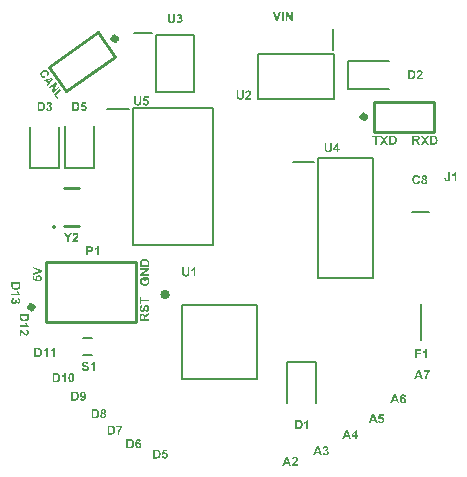
<source format=gto>
G04*
G04 #@! TF.GenerationSoftware,Altium Limited,Altium Designer,18.1.7 (191)*
G04*
G04 Layer_Color=65535*
%FSLAX43Y43*%
%MOMM*%
G71*
G01*
G75*
%ADD10C,0.500*%
%ADD11C,0.254*%
%ADD12C,0.400*%
%ADD13C,0.200*%
G36*
X134960Y62113D02*
X135597D01*
Y61959D01*
X134960D01*
Y61731D01*
X134831D01*
Y62340D01*
X134960D01*
Y62113D01*
D02*
G37*
G36*
X135386Y61655D02*
X135392Y61654D01*
X135398Y61653D01*
X135406Y61652D01*
X135415Y61651D01*
X135424Y61649D01*
X135434Y61646D01*
X135454Y61639D01*
X135465Y61636D01*
X135476Y61631D01*
X135487Y61625D01*
X135498Y61618D01*
X135498Y61618D01*
X135500Y61617D01*
X135503Y61615D01*
X135507Y61612D01*
X135512Y61608D01*
X135517Y61603D01*
X135523Y61598D01*
X135530Y61592D01*
X135537Y61585D01*
X135544Y61577D01*
X135552Y61569D01*
X135558Y61560D01*
X135565Y61549D01*
X135572Y61539D01*
X135578Y61527D01*
X135584Y61515D01*
Y61514D01*
X135585Y61512D01*
X135586Y61508D01*
X135588Y61503D01*
X135590Y61497D01*
X135592Y61489D01*
X135595Y61480D01*
X135597Y61469D01*
X135600Y61457D01*
X135603Y61445D01*
X135605Y61431D01*
X135607Y61417D01*
X135609Y61401D01*
X135610Y61385D01*
X135611Y61367D01*
X135611Y61349D01*
Y61339D01*
X135611Y61335D01*
X135610Y61324D01*
X135609Y61312D01*
X135608Y61299D01*
X135605Y61283D01*
X135603Y61266D01*
X135599Y61248D01*
X135595Y61230D01*
X135590Y61212D01*
X135583Y61193D01*
X135575Y61175D01*
X135567Y61157D01*
X135556Y61140D01*
X135544Y61125D01*
X135544Y61124D01*
X135541Y61122D01*
X135537Y61118D01*
X135532Y61113D01*
X135525Y61107D01*
X135516Y61099D01*
X135506Y61092D01*
X135495Y61084D01*
X135481Y61077D01*
X135467Y61069D01*
X135451Y61061D01*
X135434Y61054D01*
X135415Y61047D01*
X135394Y61041D01*
X135372Y61036D01*
X135348Y61033D01*
X135334Y61183D01*
X135335D01*
X135337Y61184D01*
X135341Y61185D01*
X135346Y61186D01*
X135353Y61188D01*
X135360Y61190D01*
X135368Y61192D01*
X135377Y61195D01*
X135394Y61202D01*
X135413Y61212D01*
X135430Y61223D01*
X135438Y61231D01*
X135445Y61238D01*
X135446Y61238D01*
X135447Y61240D01*
X135449Y61242D01*
X135451Y61246D01*
X135453Y61250D01*
X135457Y61255D01*
X135460Y61261D01*
X135463Y61267D01*
X135466Y61275D01*
X135470Y61284D01*
X135472Y61293D01*
X135476Y61303D01*
X135478Y61314D01*
X135479Y61325D01*
X135480Y61337D01*
X135481Y61350D01*
Y61357D01*
X135480Y61362D01*
Y61368D01*
X135479Y61375D01*
X135478Y61383D01*
X135477Y61392D01*
X135473Y61410D01*
X135468Y61429D01*
X135460Y61447D01*
X135455Y61455D01*
X135449Y61463D01*
X135449Y61463D01*
X135448Y61465D01*
X135446Y61466D01*
X135443Y61468D01*
X135437Y61474D01*
X135428Y61482D01*
X135417Y61489D01*
X135405Y61495D01*
X135398Y61497D01*
X135390Y61499D01*
X135383Y61500D01*
X135375Y61501D01*
X135374D01*
X135371D01*
X135365Y61500D01*
X135360Y61499D01*
X135352Y61497D01*
X135344Y61493D01*
X135337Y61489D01*
X135329Y61484D01*
X135329Y61484D01*
X135326Y61481D01*
X135323Y61477D01*
X135318Y61471D01*
X135313Y61464D01*
X135307Y61454D01*
X135301Y61442D01*
X135296Y61428D01*
X135295Y61427D01*
X135295Y61425D01*
X135294Y61423D01*
X135293Y61419D01*
X135292Y61415D01*
X135290Y61409D01*
X135288Y61403D01*
X135286Y61395D01*
X135284Y61387D01*
X135281Y61376D01*
X135278Y61365D01*
X135274Y61352D01*
X135271Y61338D01*
X135267Y61322D01*
X135263Y61305D01*
Y61304D01*
X135262Y61303D01*
X135261Y61299D01*
X135259Y61293D01*
X135257Y61284D01*
X135254Y61274D01*
X135250Y61263D01*
X135246Y61250D01*
X135241Y61236D01*
X135230Y61208D01*
X135217Y61179D01*
X135210Y61165D01*
X135202Y61153D01*
X135194Y61141D01*
X135187Y61130D01*
X135186Y61130D01*
X135184Y61127D01*
X135180Y61124D01*
X135175Y61119D01*
X135169Y61114D01*
X135162Y61108D01*
X135153Y61102D01*
X135143Y61096D01*
X135133Y61089D01*
X135121Y61082D01*
X135108Y61077D01*
X135094Y61071D01*
X135080Y61067D01*
X135065Y61063D01*
X135049Y61061D01*
X135032Y61060D01*
X135031D01*
X135029D01*
X135026D01*
X135022Y61061D01*
X135017Y61061D01*
X135011Y61062D01*
X135004Y61063D01*
X134997Y61064D01*
X134979Y61068D01*
X134961Y61074D01*
X134951Y61078D01*
X134942Y61082D01*
X134932Y61087D01*
X134922Y61093D01*
X134922Y61094D01*
X134920Y61094D01*
X134918Y61096D01*
X134914Y61099D01*
X134910Y61103D01*
X134905Y61107D01*
X134900Y61112D01*
X134894Y61117D01*
X134887Y61124D01*
X134881Y61131D01*
X134875Y61139D01*
X134868Y61147D01*
X134862Y61157D01*
X134856Y61166D01*
X134850Y61177D01*
X134844Y61189D01*
Y61189D01*
X134843Y61191D01*
X134842Y61195D01*
X134841Y61200D01*
X134838Y61206D01*
X134836Y61213D01*
X134833Y61221D01*
X134831Y61231D01*
X134829Y61241D01*
X134826Y61253D01*
X134824Y61265D01*
X134822Y61278D01*
X134820Y61293D01*
X134819Y61307D01*
X134818Y61323D01*
Y61349D01*
X134818Y61353D01*
Y61363D01*
X134820Y61375D01*
X134821Y61388D01*
X134823Y61404D01*
X134825Y61421D01*
X134829Y61438D01*
X134833Y61456D01*
X134838Y61474D01*
X134844Y61491D01*
X134852Y61509D01*
X134860Y61526D01*
X134870Y61542D01*
X134881Y61556D01*
X134882Y61557D01*
X134884Y61560D01*
X134888Y61563D01*
X134892Y61567D01*
X134899Y61573D01*
X134907Y61579D01*
X134915Y61586D01*
X134926Y61593D01*
X134938Y61600D01*
X134950Y61607D01*
X134964Y61613D01*
X134979Y61619D01*
X134995Y61624D01*
X135012Y61628D01*
X135031Y61632D01*
X135050Y61633D01*
X135056Y61478D01*
X135055D01*
X135054Y61478D01*
X135050Y61477D01*
X135046Y61476D01*
X135042Y61475D01*
X135036Y61473D01*
X135023Y61469D01*
X135010Y61463D01*
X134996Y61455D01*
X134983Y61446D01*
X134977Y61441D01*
X134972Y61435D01*
Y61434D01*
X134970Y61434D01*
X134969Y61432D01*
X134968Y61429D01*
X134966Y61426D01*
X134963Y61421D01*
X134961Y61417D01*
X134958Y61411D01*
X134956Y61404D01*
X134954Y61397D01*
X134951Y61389D01*
X134949Y61381D01*
X134948Y61371D01*
X134947Y61361D01*
X134945Y61350D01*
Y61331D01*
X134946Y61327D01*
Y61321D01*
X134947Y61314D01*
X134948Y61307D01*
X134949Y61299D01*
X134952Y61282D01*
X134957Y61265D01*
X134964Y61248D01*
X134968Y61240D01*
X134974Y61233D01*
X134974Y61231D01*
X134977Y61229D01*
X134981Y61225D01*
X134986Y61221D01*
X134993Y61216D01*
X135001Y61212D01*
X135010Y61210D01*
X135021Y61208D01*
X135022D01*
X135025Y61209D01*
X135031Y61210D01*
X135037Y61211D01*
X135044Y61214D01*
X135052Y61218D01*
X135060Y61223D01*
X135067Y61231D01*
Y61232D01*
X135069Y61233D01*
X135070Y61234D01*
X135072Y61238D01*
X135074Y61241D01*
X135076Y61246D01*
X135080Y61252D01*
X135083Y61260D01*
X135087Y61269D01*
X135091Y61278D01*
X135095Y61290D01*
X135099Y61303D01*
X135104Y61318D01*
X135109Y61334D01*
X135114Y61352D01*
X135119Y61373D01*
Y61374D01*
X135120Y61378D01*
X135122Y61383D01*
X135124Y61391D01*
X135126Y61400D01*
X135129Y61411D01*
X135132Y61423D01*
X135136Y61436D01*
X135145Y61463D01*
X135154Y61491D01*
X135159Y61504D01*
X135164Y61517D01*
X135170Y61529D01*
X135175Y61539D01*
Y61540D01*
X135176Y61542D01*
X135177Y61544D01*
X135180Y61548D01*
X135183Y61553D01*
X135187Y61558D01*
X135195Y61570D01*
X135206Y61584D01*
X135219Y61598D01*
X135235Y61612D01*
X135253Y61624D01*
X135253Y61625D01*
X135255Y61626D01*
X135258Y61627D01*
X135261Y61629D01*
X135266Y61632D01*
X135272Y61634D01*
X135279Y61637D01*
X135286Y61640D01*
X135295Y61643D01*
X135304Y61645D01*
X135314Y61648D01*
X135325Y61651D01*
X135337Y61653D01*
X135348Y61654D01*
X135362Y61655D01*
X135375D01*
X135375D01*
X135377D01*
X135381D01*
X135386Y61655D01*
D02*
G37*
G36*
X135597Y60803D02*
X135430Y60692D01*
X135429Y60691D01*
X135426Y60689D01*
X135422Y60686D01*
X135416Y60682D01*
X135409Y60677D01*
X135401Y60672D01*
X135392Y60666D01*
X135383Y60659D01*
X135363Y60646D01*
X135345Y60632D01*
X135337Y60626D01*
X135329Y60620D01*
X135324Y60615D01*
X135318Y60610D01*
X135317Y60609D01*
X135314Y60606D01*
X135310Y60602D01*
X135305Y60596D01*
X135300Y60589D01*
X135295Y60581D01*
X135290Y60573D01*
X135286Y60563D01*
X135286Y60562D01*
X135285Y60559D01*
X135284Y60553D01*
X135282Y60544D01*
X135280Y60534D01*
X135279Y60527D01*
X135278Y60520D01*
X135278Y60512D01*
Y60504D01*
X135277Y60495D01*
Y60455D01*
X135597D01*
Y60300D01*
X134831D01*
Y60645D01*
X134831Y60655D01*
X134832Y60667D01*
X134833Y60679D01*
X134833Y60693D01*
X134836Y60723D01*
X134839Y60752D01*
X134842Y60766D01*
X134844Y60780D01*
X134848Y60792D01*
X134852Y60803D01*
Y60804D01*
X134852Y60806D01*
X134854Y60809D01*
X134856Y60812D01*
X134858Y60817D01*
X134861Y60823D01*
X134869Y60835D01*
X134873Y60843D01*
X134879Y60850D01*
X134884Y60857D01*
X134891Y60864D01*
X134899Y60872D01*
X134907Y60879D01*
X134915Y60886D01*
X134925Y60892D01*
X134926Y60893D01*
X134928Y60894D01*
X134930Y60896D01*
X134934Y60898D01*
X134939Y60900D01*
X134945Y60903D01*
X134953Y60906D01*
X134960Y60909D01*
X134968Y60912D01*
X134977Y60915D01*
X134988Y60918D01*
X134998Y60921D01*
X135021Y60925D01*
X135033Y60925D01*
X135046Y60926D01*
X135046D01*
X135050D01*
X135054D01*
X135060Y60925D01*
X135067Y60925D01*
X135076Y60923D01*
X135086Y60921D01*
X135096Y60919D01*
X135107Y60917D01*
X135118Y60913D01*
X135130Y60909D01*
X135143Y60904D01*
X135154Y60898D01*
X135166Y60892D01*
X135177Y60884D01*
X135189Y60875D01*
X135189Y60874D01*
X135191Y60872D01*
X135194Y60869D01*
X135198Y60866D01*
X135202Y60860D01*
X135207Y60854D01*
X135212Y60846D01*
X135218Y60837D01*
X135224Y60827D01*
X135230Y60816D01*
X135236Y60803D01*
X135242Y60790D01*
X135247Y60775D01*
X135252Y60759D01*
X135256Y60742D01*
X135259Y60724D01*
Y60725D01*
X135261Y60726D01*
X135262Y60729D01*
X135265Y60733D01*
X135267Y60736D01*
X135270Y60742D01*
X135278Y60753D01*
X135287Y60766D01*
X135299Y60780D01*
X135310Y60793D01*
X135324Y60807D01*
X135324Y60807D01*
X135325Y60808D01*
X135327Y60810D01*
X135330Y60812D01*
X135334Y60816D01*
X135339Y60820D01*
X135345Y60824D01*
X135352Y60830D01*
X135360Y60836D01*
X135369Y60843D01*
X135379Y60850D01*
X135390Y60858D01*
X135403Y60866D01*
X135417Y60875D01*
X135431Y60885D01*
X135447Y60894D01*
X135597Y60988D01*
Y60803D01*
D02*
G37*
G36*
X135265Y65548D02*
X135274D01*
X135283Y65547D01*
X135293Y65546D01*
X135305Y65546D01*
X135318Y65544D01*
X135331Y65542D01*
X135358Y65538D01*
X135386Y65533D01*
X135413Y65525D01*
X135413D01*
X135417Y65523D01*
X135421Y65521D01*
X135426Y65519D01*
X135434Y65516D01*
X135442Y65513D01*
X135451Y65508D01*
X135461Y65504D01*
X135483Y65492D01*
X135505Y65478D01*
X135527Y65461D01*
X135538Y65452D01*
X135548Y65442D01*
X135548Y65441D01*
X135550Y65440D01*
X135552Y65438D01*
X135554Y65435D01*
X135557Y65431D01*
X135561Y65426D01*
X135565Y65421D01*
X135570Y65414D01*
X135575Y65406D01*
X135580Y65398D01*
X135585Y65389D01*
X135590Y65380D01*
X135596Y65369D01*
X135600Y65358D01*
X135605Y65346D01*
X135609Y65334D01*
Y65333D01*
X135610Y65331D01*
X135611Y65329D01*
X135612Y65325D01*
X135613Y65320D01*
X135615Y65313D01*
X135616Y65306D01*
X135617Y65297D01*
X135618Y65288D01*
X135620Y65278D01*
X135621Y65267D01*
X135622Y65255D01*
X135624Y65242D01*
X135624Y65227D01*
X135625Y65213D01*
Y64906D01*
X134859D01*
Y65204D01*
X134860Y65212D01*
Y65221D01*
X134860Y65232D01*
X134861Y65243D01*
X134863Y65266D01*
X134865Y65290D01*
X134867Y65302D01*
X134869Y65314D01*
X134871Y65324D01*
X134874Y65334D01*
Y65335D01*
X134875Y65337D01*
X134876Y65341D01*
X134878Y65345D01*
X134880Y65351D01*
X134883Y65358D01*
X134886Y65365D01*
X134890Y65374D01*
X134900Y65392D01*
X134905Y65402D01*
X134912Y65411D01*
X134919Y65421D01*
X134927Y65431D01*
X134936Y65440D01*
X134945Y65449D01*
X134945Y65450D01*
X134947Y65451D01*
X134950Y65454D01*
X134954Y65457D01*
X134959Y65461D01*
X134964Y65466D01*
X134972Y65471D01*
X134979Y65477D01*
X134988Y65483D01*
X134997Y65489D01*
X135008Y65495D01*
X135018Y65501D01*
X135030Y65507D01*
X135042Y65512D01*
X135069Y65523D01*
X135069D01*
X135072Y65524D01*
X135076Y65525D01*
X135082Y65527D01*
X135089Y65529D01*
X135097Y65531D01*
X135107Y65533D01*
X135118Y65536D01*
X135132Y65538D01*
X135145Y65540D01*
X135160Y65542D01*
X135176Y65544D01*
X135193Y65546D01*
X135211Y65547D01*
X135230Y65548D01*
X135249D01*
X135251D01*
X135253D01*
X135259D01*
X135265Y65548D01*
D02*
G37*
G36*
X135625Y64588D02*
X135122Y64278D01*
X135625D01*
Y64135D01*
X134859D01*
Y64284D01*
X135374Y64600D01*
X134859D01*
Y64743D01*
X135625D01*
Y64588D01*
D02*
G37*
G36*
X135520Y63991D02*
X135521Y63989D01*
X135524Y63986D01*
X135527Y63982D01*
X135531Y63977D01*
X135537Y63971D01*
X135542Y63964D01*
X135548Y63955D01*
X135554Y63945D01*
X135561Y63935D01*
X135567Y63924D01*
X135575Y63911D01*
X135582Y63897D01*
X135589Y63882D01*
X135596Y63867D01*
X135603Y63850D01*
X135603Y63848D01*
X135604Y63846D01*
X135606Y63841D01*
X135608Y63834D01*
X135611Y63825D01*
X135614Y63816D01*
X135617Y63805D01*
X135620Y63792D01*
X135624Y63778D01*
X135627Y63764D01*
X135630Y63749D01*
X135633Y63732D01*
X135637Y63699D01*
X135637Y63681D01*
X135638Y63664D01*
Y63658D01*
X135637Y63652D01*
Y63643D01*
X135637Y63633D01*
X135635Y63621D01*
X135634Y63607D01*
X135632Y63592D01*
X135629Y63576D01*
X135626Y63559D01*
X135622Y63542D01*
X135617Y63524D01*
X135611Y63506D01*
X135605Y63489D01*
X135597Y63471D01*
X135588Y63454D01*
X135588Y63453D01*
X135586Y63450D01*
X135583Y63445D01*
X135579Y63439D01*
X135574Y63432D01*
X135567Y63423D01*
X135560Y63414D01*
X135552Y63403D01*
X135542Y63393D01*
X135531Y63382D01*
X135519Y63371D01*
X135506Y63360D01*
X135492Y63349D01*
X135477Y63339D01*
X135461Y63329D01*
X135444Y63320D01*
X135443Y63319D01*
X135440Y63318D01*
X135435Y63316D01*
X135428Y63312D01*
X135419Y63309D01*
X135409Y63306D01*
X135396Y63301D01*
X135383Y63297D01*
X135369Y63293D01*
X135353Y63289D01*
X135336Y63285D01*
X135318Y63282D01*
X135299Y63279D01*
X135280Y63277D01*
X135260Y63276D01*
X135240Y63275D01*
X135239D01*
X135238D01*
X135234D01*
X135228Y63276D01*
X135219D01*
X135209Y63276D01*
X135197Y63278D01*
X135183Y63279D01*
X135168Y63282D01*
X135152Y63284D01*
X135135Y63287D01*
X135117Y63291D01*
X135099Y63296D01*
X135081Y63302D01*
X135063Y63308D01*
X135044Y63316D01*
X135027Y63325D01*
X135025Y63325D01*
X135023Y63327D01*
X135018Y63330D01*
X135012Y63334D01*
X135004Y63339D01*
X134995Y63346D01*
X134985Y63354D01*
X134974Y63362D01*
X134962Y63372D01*
X134951Y63383D01*
X134940Y63395D01*
X134928Y63408D01*
X134916Y63422D01*
X134905Y63438D01*
X134894Y63454D01*
X134884Y63472D01*
X134884Y63472D01*
X134883Y63475D01*
X134881Y63479D01*
X134879Y63485D01*
X134875Y63492D01*
X134872Y63501D01*
X134869Y63511D01*
X134865Y63522D01*
X134862Y63535D01*
X134858Y63549D01*
X134855Y63564D01*
X134852Y63580D01*
X134849Y63597D01*
X134848Y63616D01*
X134846Y63635D01*
X134846Y63655D01*
Y63665D01*
X134846Y63669D01*
Y63679D01*
X134848Y63690D01*
X134849Y63704D01*
X134851Y63720D01*
X134853Y63736D01*
X134856Y63754D01*
X134860Y63772D01*
X134865Y63791D01*
X134871Y63809D01*
X134878Y63827D01*
X134886Y63845D01*
X134896Y63862D01*
X134906Y63878D01*
X134907Y63879D01*
X134909Y63881D01*
X134912Y63886D01*
X134917Y63891D01*
X134923Y63897D01*
X134930Y63905D01*
X134939Y63913D01*
X134949Y63921D01*
X134961Y63930D01*
X134972Y63938D01*
X134986Y63947D01*
X135001Y63955D01*
X135017Y63963D01*
X135034Y63970D01*
X135052Y63976D01*
X135071Y63981D01*
X135100Y63828D01*
X135099D01*
X135097Y63827D01*
X135095Y63826D01*
X135091Y63825D01*
X135086Y63823D01*
X135080Y63820D01*
X135068Y63814D01*
X135054Y63806D01*
X135038Y63795D01*
X135024Y63782D01*
X135018Y63774D01*
X135011Y63766D01*
X135010Y63766D01*
X135010Y63765D01*
X135008Y63762D01*
X135006Y63759D01*
X135003Y63754D01*
X135000Y63749D01*
X134998Y63743D01*
X134995Y63736D01*
X134991Y63728D01*
X134989Y63720D01*
X134986Y63711D01*
X134983Y63701D01*
X134980Y63679D01*
X134979Y63668D01*
X134978Y63655D01*
Y63651D01*
X134979Y63645D01*
X134980Y63638D01*
X134980Y63630D01*
X134981Y63620D01*
X134983Y63609D01*
X134986Y63597D01*
X134990Y63584D01*
X134994Y63571D01*
X134999Y63557D01*
X135006Y63544D01*
X135013Y63531D01*
X135021Y63518D01*
X135032Y63506D01*
X135043Y63494D01*
X135044Y63493D01*
X135046Y63491D01*
X135050Y63489D01*
X135055Y63485D01*
X135062Y63480D01*
X135070Y63475D01*
X135080Y63470D01*
X135091Y63464D01*
X135103Y63458D01*
X135118Y63453D01*
X135134Y63448D01*
X135151Y63443D01*
X135169Y63439D01*
X135189Y63437D01*
X135210Y63435D01*
X135233Y63434D01*
X135234D01*
X135234D01*
X135236D01*
X135239D01*
X135246Y63435D01*
X135255D01*
X135267Y63436D01*
X135280Y63438D01*
X135294Y63439D01*
X135310Y63442D01*
X135326Y63445D01*
X135343Y63449D01*
X135360Y63454D01*
X135377Y63460D01*
X135394Y63466D01*
X135409Y63475D01*
X135424Y63484D01*
X135438Y63495D01*
X135438Y63495D01*
X135440Y63497D01*
X135444Y63501D01*
X135448Y63506D01*
X135453Y63512D01*
X135459Y63519D01*
X135465Y63527D01*
X135472Y63537D01*
X135478Y63548D01*
X135484Y63560D01*
X135490Y63573D01*
X135495Y63588D01*
X135499Y63603D01*
X135502Y63619D01*
X135505Y63636D01*
X135506Y63654D01*
Y63662D01*
X135505Y63666D01*
X135504Y63671D01*
Y63677D01*
X135503Y63684D01*
X135501Y63699D01*
X135498Y63715D01*
X135493Y63732D01*
X135487Y63751D01*
Y63751D01*
X135487Y63753D01*
X135485Y63755D01*
X135484Y63759D01*
X135482Y63763D01*
X135480Y63768D01*
X135474Y63780D01*
X135468Y63793D01*
X135460Y63807D01*
X135451Y63822D01*
X135441Y63835D01*
X135344D01*
Y63658D01*
X135214D01*
Y63991D01*
X135520D01*
X135520Y63991D01*
D02*
G37*
G36*
X126525Y64637D02*
Y64470D01*
X125759Y64197D01*
Y64364D01*
X126326Y64558D01*
X125759Y64746D01*
Y64910D01*
X126525Y64637D01*
D02*
G37*
G36*
X126277Y64164D02*
X126284D01*
X126292Y64163D01*
X126302Y64162D01*
X126313Y64160D01*
X126324Y64159D01*
X126338Y64155D01*
X126351Y64152D01*
X126365Y64147D01*
X126380Y64142D01*
X126394Y64136D01*
X126408Y64128D01*
X126423Y64120D01*
X126437Y64110D01*
X126438Y64109D01*
X126442Y64107D01*
X126446Y64102D01*
X126453Y64096D01*
X126461Y64088D01*
X126469Y64079D01*
X126478Y64069D01*
X126488Y64056D01*
X126497Y64042D01*
X126506Y64027D01*
X126515Y64010D01*
X126522Y63991D01*
X126529Y63971D01*
X126534Y63949D01*
X126537Y63927D01*
X126538Y63902D01*
Y63898D01*
X126537Y63892D01*
Y63885D01*
X126536Y63876D01*
X126535Y63866D01*
X126534Y63854D01*
X126531Y63841D01*
X126528Y63828D01*
X126524Y63814D01*
X126520Y63799D01*
X126515Y63785D01*
X126508Y63771D01*
X126500Y63756D01*
X126492Y63742D01*
X126482Y63729D01*
X126481Y63729D01*
X126479Y63727D01*
X126476Y63723D01*
X126471Y63719D01*
X126465Y63714D01*
X126459Y63708D01*
X126450Y63701D01*
X126441Y63695D01*
X126431Y63687D01*
X126419Y63681D01*
X126407Y63674D01*
X126393Y63668D01*
X126379Y63662D01*
X126363Y63657D01*
X126347Y63653D01*
X126329Y63650D01*
X126313Y63796D01*
X126314D01*
X126315Y63797D01*
X126318D01*
X126322Y63797D01*
X126326Y63799D01*
X126330Y63799D01*
X126342Y63803D01*
X126355Y63808D01*
X126368Y63814D01*
X126380Y63822D01*
X126392Y63833D01*
Y63833D01*
X126393Y63834D01*
X126395Y63836D01*
X126397Y63838D01*
X126401Y63845D01*
X126406Y63853D01*
X126412Y63864D01*
X126416Y63876D01*
X126419Y63890D01*
X126420Y63897D01*
X126421Y63904D01*
Y63909D01*
X126420Y63912D01*
X126419Y63916D01*
X126419Y63921D01*
X126416Y63931D01*
X126412Y63944D01*
X126408Y63950D01*
X126405Y63957D01*
X126400Y63963D01*
X126396Y63970D01*
X126390Y63976D01*
X126383Y63982D01*
X126383Y63983D01*
X126381Y63984D01*
X126380Y63986D01*
X126376Y63987D01*
X126372Y63989D01*
X126368Y63993D01*
X126362Y63995D01*
X126355Y63999D01*
X126348Y64001D01*
X126340Y64005D01*
X126330Y64007D01*
X126320Y64009D01*
X126309Y64012D01*
X126297Y64013D01*
X126285Y64014D01*
X126271Y64014D01*
X126270D01*
X126267D01*
X126264D01*
X126259Y64014D01*
X126253D01*
X126246Y64012D01*
X126239Y64012D01*
X126231Y64010D01*
X126214Y64006D01*
X126196Y64001D01*
X126188Y63997D01*
X126179Y63993D01*
X126172Y63988D01*
X126165Y63982D01*
X126164Y63982D01*
X126163Y63981D01*
X126161Y63979D01*
X126159Y63976D01*
X126156Y63974D01*
X126153Y63970D01*
X126147Y63960D01*
X126140Y63948D01*
X126134Y63934D01*
X126131Y63918D01*
X126130Y63909D01*
X126129Y63900D01*
Y63897D01*
X126130Y63894D01*
Y63889D01*
X126131Y63883D01*
X126132Y63877D01*
X126134Y63870D01*
X126136Y63862D01*
X126139Y63853D01*
X126143Y63845D01*
X126148Y63835D01*
X126153Y63826D01*
X126159Y63816D01*
X126167Y63806D01*
X126175Y63796D01*
X126185Y63786D01*
X126168Y63668D01*
X125769Y63743D01*
Y64131D01*
X125906D01*
Y63854D01*
X126037Y63831D01*
Y63832D01*
X126035Y63833D01*
X126034Y63835D01*
X126033Y63839D01*
X126031Y63844D01*
X126029Y63849D01*
X126027Y63855D01*
X126024Y63862D01*
X126020Y63877D01*
X126016Y63894D01*
X126013Y63912D01*
X126012Y63931D01*
Y63936D01*
X126013Y63940D01*
X126013Y63948D01*
X126014Y63956D01*
X126016Y63966D01*
X126018Y63976D01*
X126021Y63989D01*
X126024Y64001D01*
X126030Y64014D01*
X126035Y64028D01*
X126042Y64043D01*
X126050Y64056D01*
X126060Y64070D01*
X126071Y64084D01*
X126083Y64097D01*
X126084Y64098D01*
X126087Y64100D01*
X126091Y64103D01*
X126096Y64107D01*
X126104Y64113D01*
X126112Y64119D01*
X126122Y64124D01*
X126133Y64131D01*
X126146Y64138D01*
X126160Y64143D01*
X126175Y64149D01*
X126191Y64155D01*
X126209Y64159D01*
X126227Y64162D01*
X126247Y64164D01*
X126268Y64165D01*
X126269D01*
X126272D01*
X126277Y64164D01*
D02*
G37*
G36*
X124716Y63277D02*
X124715Y63269D01*
Y63260D01*
X124715Y63249D01*
X124714Y63238D01*
X124712Y63215D01*
X124710Y63191D01*
X124708Y63179D01*
X124706Y63167D01*
X124704Y63157D01*
X124701Y63147D01*
Y63146D01*
X124700Y63144D01*
X124699Y63141D01*
X124697Y63136D01*
X124695Y63130D01*
X124692Y63123D01*
X124689Y63116D01*
X124685Y63107D01*
X124675Y63089D01*
X124670Y63080D01*
X124663Y63070D01*
X124656Y63060D01*
X124648Y63050D01*
X124639Y63041D01*
X124630Y63032D01*
X124630Y63031D01*
X124628Y63030D01*
X124625Y63027D01*
X124621Y63024D01*
X124616Y63020D01*
X124611Y63015D01*
X124603Y63010D01*
X124596Y63004D01*
X124587Y62998D01*
X124578Y62992D01*
X124567Y62987D01*
X124557Y62980D01*
X124545Y62974D01*
X124533Y62969D01*
X124506Y62958D01*
X124506D01*
X124503Y62957D01*
X124499Y62956D01*
X124493Y62954D01*
X124486Y62952D01*
X124478Y62950D01*
X124468Y62948D01*
X124457Y62945D01*
X124443Y62943D01*
X124430Y62941D01*
X124415Y62939D01*
X124399Y62937D01*
X124382Y62935D01*
X124364Y62934D01*
X124345Y62933D01*
X124326D01*
X124324D01*
X124322D01*
X124316D01*
X124310Y62933D01*
X124301D01*
X124292Y62934D01*
X124282Y62935D01*
X124270Y62935D01*
X124257Y62937D01*
X124244Y62939D01*
X124217Y62943D01*
X124189Y62949D01*
X124162Y62956D01*
X124162D01*
X124158Y62958D01*
X124154Y62960D01*
X124149Y62962D01*
X124141Y62965D01*
X124133Y62968D01*
X124124Y62973D01*
X124114Y62977D01*
X124092Y62989D01*
X124070Y63004D01*
X124048Y63020D01*
X124037Y63029D01*
X124027Y63039D01*
X124027Y63040D01*
X124025Y63041D01*
X124023Y63043D01*
X124021Y63046D01*
X124018Y63050D01*
X124014Y63055D01*
X124010Y63061D01*
X124005Y63067D01*
X124000Y63075D01*
X123995Y63083D01*
X123990Y63092D01*
X123985Y63101D01*
X123979Y63112D01*
X123975Y63123D01*
X123970Y63135D01*
X123966Y63147D01*
Y63148D01*
X123965Y63150D01*
X123964Y63152D01*
X123963Y63156D01*
X123962Y63161D01*
X123960Y63168D01*
X123959Y63175D01*
X123958Y63184D01*
X123957Y63193D01*
X123955Y63203D01*
X123954Y63215D01*
X123953Y63226D01*
X123951Y63239D01*
X123951Y63254D01*
X123950Y63268D01*
Y63575D01*
X124716D01*
Y63277D01*
D02*
G37*
G36*
X124525Y62795D02*
X124526Y62793D01*
X124527Y62789D01*
X124529Y62785D01*
X124531Y62780D01*
X124534Y62774D01*
X124537Y62766D01*
X124541Y62758D01*
X124546Y62749D01*
X124551Y62739D01*
X124557Y62730D01*
X124563Y62718D01*
X124570Y62707D01*
X124578Y62696D01*
X124587Y62683D01*
X124596Y62671D01*
X124597Y62670D01*
X124599Y62667D01*
X124601Y62664D01*
X124605Y62660D01*
X124611Y62654D01*
X124616Y62648D01*
X124624Y62641D01*
X124632Y62634D01*
X124640Y62626D01*
X124650Y62618D01*
X124660Y62611D01*
X124671Y62603D01*
X124682Y62596D01*
X124694Y62589D01*
X124706Y62583D01*
X124719Y62578D01*
Y62459D01*
X123950D01*
Y62606D01*
X124503D01*
X124502Y62606D01*
X124500Y62610D01*
X124496Y62614D01*
X124491Y62620D01*
X124485Y62628D01*
X124478Y62637D01*
X124470Y62648D01*
X124461Y62660D01*
X124452Y62673D01*
X124443Y62688D01*
X124434Y62703D01*
X124424Y62720D01*
X124416Y62737D01*
X124407Y62756D01*
X124400Y62775D01*
X124392Y62795D01*
X124525D01*
Y62795D01*
D02*
G37*
G36*
X124171Y62103D02*
X124170D01*
X124168Y62102D01*
X124166D01*
X124162Y62101D01*
X124157Y62100D01*
X124152Y62099D01*
X124140Y62095D01*
X124126Y62091D01*
X124113Y62085D01*
X124099Y62076D01*
X124087Y62066D01*
Y62066D01*
X124086Y62065D01*
X124082Y62061D01*
X124078Y62055D01*
X124073Y62046D01*
X124068Y62036D01*
X124063Y62023D01*
X124060Y62009D01*
X124059Y62002D01*
X124059Y61994D01*
Y61990D01*
X124059Y61987D01*
X124060Y61983D01*
X124061Y61978D01*
X124063Y61967D01*
X124067Y61956D01*
X124073Y61943D01*
X124077Y61936D01*
X124082Y61929D01*
X124087Y61924D01*
X124093Y61918D01*
X124094Y61917D01*
X124094Y61916D01*
X124097Y61915D01*
X124099Y61912D01*
X124103Y61910D01*
X124107Y61908D01*
X124112Y61905D01*
X124118Y61902D01*
X124124Y61899D01*
X124131Y61896D01*
X124147Y61891D01*
X124165Y61888D01*
X124175Y61887D01*
X124186Y61886D01*
X124187D01*
X124189D01*
X124191D01*
X124195Y61887D01*
X124200D01*
X124206Y61888D01*
X124218Y61890D01*
X124232Y61893D01*
X124246Y61899D01*
X124261Y61907D01*
X124267Y61911D01*
X124274Y61916D01*
X124274D01*
X124275Y61918D01*
X124279Y61922D01*
X124284Y61928D01*
X124290Y61937D01*
X124296Y61947D01*
X124301Y61959D01*
X124305Y61973D01*
X124306Y61981D01*
X124307Y61988D01*
Y61994D01*
X124306Y62000D01*
X124305Y62007D01*
X124304Y62017D01*
X124302Y62028D01*
X124299Y62042D01*
X124295Y62055D01*
X124415Y62040D01*
Y62030D01*
X124416Y62025D01*
Y62019D01*
X124418Y62006D01*
X124421Y61991D01*
X124425Y61976D01*
X124432Y61962D01*
X124436Y61954D01*
X124441Y61949D01*
X124441Y61948D01*
X124442Y61947D01*
X124446Y61943D01*
X124452Y61939D01*
X124461Y61933D01*
X124471Y61927D01*
X124483Y61922D01*
X124497Y61918D01*
X124505Y61918D01*
X124514Y61917D01*
X124514D01*
X124516D01*
X124518D01*
X124520Y61918D01*
X124527Y61918D01*
X124536Y61920D01*
X124546Y61923D01*
X124556Y61927D01*
X124566Y61933D01*
X124575Y61941D01*
X124576Y61942D01*
X124579Y61945D01*
X124582Y61950D01*
X124587Y61957D01*
X124592Y61966D01*
X124595Y61976D01*
X124597Y61988D01*
X124599Y62002D01*
Y62005D01*
X124598Y62008D01*
X124597Y62015D01*
X124595Y62024D01*
X124592Y62034D01*
X124588Y62044D01*
X124581Y62055D01*
X124573Y62066D01*
X124571Y62067D01*
X124568Y62070D01*
X124561Y62074D01*
X124554Y62080D01*
X124542Y62085D01*
X124529Y62091D01*
X124514Y62095D01*
X124497Y62098D01*
X124519Y62234D01*
X124520D01*
X124523Y62233D01*
X124526Y62232D01*
X124531Y62231D01*
X124537Y62230D01*
X124544Y62228D01*
X124551Y62226D01*
X124559Y62223D01*
X124576Y62217D01*
X124595Y62210D01*
X124613Y62201D01*
X124630Y62192D01*
X124630Y62191D01*
X124632Y62190D01*
X124633Y62188D01*
X124637Y62186D01*
X124644Y62180D01*
X124654Y62171D01*
X124664Y62160D01*
X124675Y62146D01*
X124685Y62130D01*
X124695Y62112D01*
Y62111D01*
X124696Y62109D01*
X124697Y62106D01*
X124699Y62103D01*
X124701Y62098D01*
X124703Y62092D01*
X124705Y62085D01*
X124708Y62078D01*
X124710Y62070D01*
X124711Y62061D01*
X124715Y62042D01*
X124718Y62021D01*
X124719Y61998D01*
Y61993D01*
X124719Y61987D01*
X124718Y61979D01*
X124717Y61970D01*
X124715Y61960D01*
X124713Y61948D01*
X124711Y61935D01*
X124707Y61922D01*
X124702Y61907D01*
X124697Y61893D01*
X124690Y61878D01*
X124682Y61864D01*
X124673Y61850D01*
X124662Y61836D01*
X124650Y61824D01*
X124649Y61823D01*
X124647Y61821D01*
X124644Y61819D01*
X124640Y61815D01*
X124635Y61812D01*
X124628Y61807D01*
X124621Y61802D01*
X124613Y61796D01*
X124604Y61792D01*
X124594Y61787D01*
X124584Y61782D01*
X124573Y61778D01*
X124561Y61775D01*
X124548Y61772D01*
X124536Y61770D01*
X124523Y61770D01*
X124521D01*
X124518D01*
X124513Y61770D01*
X124506Y61772D01*
X124498Y61773D01*
X124487Y61775D01*
X124477Y61779D01*
X124465Y61783D01*
X124452Y61789D01*
X124439Y61796D01*
X124426Y61806D01*
X124412Y61816D01*
X124399Y61829D01*
X124386Y61844D01*
X124373Y61861D01*
X124362Y61880D01*
Y61880D01*
X124361Y61878D01*
X124360Y61874D01*
X124359Y61869D01*
X124357Y61864D01*
X124354Y61857D01*
X124352Y61850D01*
X124348Y61842D01*
X124340Y61826D01*
X124335Y61817D01*
X124329Y61808D01*
X124323Y61800D01*
X124316Y61791D01*
X124307Y61783D01*
X124299Y61775D01*
X124298Y61775D01*
X124297Y61774D01*
X124293Y61772D01*
X124290Y61769D01*
X124285Y61766D01*
X124280Y61763D01*
X124273Y61759D01*
X124265Y61755D01*
X124257Y61752D01*
X124248Y61748D01*
X124238Y61745D01*
X124228Y61741D01*
X124217Y61739D01*
X124205Y61737D01*
X124192Y61736D01*
X124179Y61736D01*
X124178D01*
X124175D01*
X124170Y61736D01*
X124162Y61737D01*
X124154Y61737D01*
X124144Y61739D01*
X124133Y61741D01*
X124120Y61745D01*
X124107Y61749D01*
X124094Y61754D01*
X124079Y61760D01*
X124065Y61767D01*
X124050Y61775D01*
X124036Y61785D01*
X124021Y61796D01*
X124008Y61810D01*
X124007Y61810D01*
X124004Y61813D01*
X124001Y61817D01*
X123997Y61823D01*
X123991Y61830D01*
X123985Y61838D01*
X123979Y61849D01*
X123972Y61860D01*
X123966Y61872D01*
X123959Y61887D01*
X123953Y61902D01*
X123948Y61918D01*
X123943Y61935D01*
X123940Y61954D01*
X123938Y61973D01*
X123937Y61993D01*
Y61998D01*
X123938Y62003D01*
Y62010D01*
X123939Y62019D01*
X123940Y62030D01*
X123942Y62041D01*
X123944Y62054D01*
X123947Y62067D01*
X123951Y62081D01*
X123957Y62095D01*
X123962Y62110D01*
X123969Y62125D01*
X123977Y62139D01*
X123986Y62153D01*
X123997Y62166D01*
X123997Y62167D01*
X123999Y62169D01*
X124002Y62173D01*
X124008Y62177D01*
X124014Y62182D01*
X124021Y62188D01*
X124029Y62195D01*
X124038Y62201D01*
X124049Y62209D01*
X124061Y62215D01*
X124074Y62222D01*
X124088Y62228D01*
X124103Y62234D01*
X124118Y62238D01*
X124135Y62242D01*
X124153Y62245D01*
X124171Y62103D01*
D02*
G37*
G36*
X125441Y60602D02*
X125440Y60594D01*
Y60585D01*
X125440Y60574D01*
X125439Y60563D01*
X125437Y60540D01*
X125435Y60516D01*
X125433Y60504D01*
X125431Y60492D01*
X125429Y60482D01*
X125426Y60472D01*
Y60471D01*
X125425Y60469D01*
X125424Y60466D01*
X125422Y60461D01*
X125420Y60455D01*
X125417Y60448D01*
X125414Y60441D01*
X125410Y60432D01*
X125400Y60414D01*
X125395Y60405D01*
X125388Y60395D01*
X125381Y60385D01*
X125373Y60375D01*
X125364Y60366D01*
X125355Y60357D01*
X125355Y60356D01*
X125353Y60355D01*
X125350Y60352D01*
X125346Y60349D01*
X125341Y60345D01*
X125336Y60340D01*
X125328Y60335D01*
X125321Y60329D01*
X125312Y60323D01*
X125303Y60317D01*
X125292Y60312D01*
X125282Y60305D01*
X125270Y60299D01*
X125258Y60294D01*
X125231Y60283D01*
X125231D01*
X125228Y60282D01*
X125224Y60281D01*
X125218Y60279D01*
X125211Y60277D01*
X125203Y60275D01*
X125193Y60273D01*
X125182Y60270D01*
X125168Y60268D01*
X125155Y60266D01*
X125140Y60264D01*
X125124Y60262D01*
X125107Y60260D01*
X125089Y60259D01*
X125070Y60258D01*
X125050D01*
X125049D01*
X125047D01*
X125041D01*
X125035Y60258D01*
X125026D01*
X125017Y60259D01*
X125007Y60260D01*
X124995Y60260D01*
X124982Y60262D01*
X124969Y60264D01*
X124942Y60268D01*
X124914Y60274D01*
X124887Y60281D01*
X124887D01*
X124883Y60283D01*
X124879Y60285D01*
X124874Y60287D01*
X124866Y60290D01*
X124858Y60293D01*
X124849Y60298D01*
X124839Y60302D01*
X124817Y60314D01*
X124795Y60329D01*
X124773Y60345D01*
X124762Y60354D01*
X124752Y60364D01*
X124752Y60365D01*
X124750Y60366D01*
X124748Y60368D01*
X124746Y60371D01*
X124743Y60375D01*
X124739Y60380D01*
X124735Y60386D01*
X124730Y60392D01*
X124725Y60400D01*
X124720Y60408D01*
X124715Y60417D01*
X124710Y60426D01*
X124704Y60437D01*
X124700Y60448D01*
X124695Y60460D01*
X124691Y60472D01*
Y60473D01*
X124690Y60475D01*
X124689Y60477D01*
X124688Y60481D01*
X124687Y60486D01*
X124685Y60493D01*
X124684Y60500D01*
X124683Y60509D01*
X124682Y60518D01*
X124680Y60528D01*
X124679Y60540D01*
X124678Y60551D01*
X124676Y60564D01*
X124676Y60579D01*
X124675Y60593D01*
Y60900D01*
X125441D01*
Y60602D01*
D02*
G37*
G36*
X125250Y60120D02*
X125251Y60118D01*
X125252Y60114D01*
X125254Y60110D01*
X125256Y60105D01*
X125259Y60099D01*
X125262Y60091D01*
X125266Y60083D01*
X125271Y60074D01*
X125276Y60064D01*
X125282Y60055D01*
X125288Y60043D01*
X125295Y60032D01*
X125303Y60021D01*
X125312Y60008D01*
X125321Y59996D01*
X125322Y59995D01*
X125324Y59992D01*
X125326Y59989D01*
X125330Y59985D01*
X125336Y59979D01*
X125341Y59973D01*
X125349Y59966D01*
X125357Y59959D01*
X125365Y59951D01*
X125375Y59943D01*
X125385Y59936D01*
X125396Y59928D01*
X125407Y59921D01*
X125419Y59914D01*
X125431Y59909D01*
X125444Y59903D01*
Y59784D01*
X124675D01*
Y59931D01*
X125228D01*
X125227Y59931D01*
X125225Y59935D01*
X125221Y59939D01*
X125216Y59945D01*
X125210Y59953D01*
X125203Y59962D01*
X125195Y59973D01*
X125186Y59985D01*
X125177Y59998D01*
X125168Y60013D01*
X125159Y60028D01*
X125149Y60045D01*
X125141Y60062D01*
X125132Y60081D01*
X125125Y60100D01*
X125117Y60120D01*
X125250D01*
Y60120D01*
D02*
G37*
G36*
X124678Y59582D02*
X124683Y59582D01*
X124688Y59581D01*
X124695Y59580D01*
X124703Y59578D01*
X124712Y59576D01*
X124722Y59574D01*
X124733Y59570D01*
X124744Y59567D01*
X124769Y59559D01*
X124782Y59553D01*
X124795Y59547D01*
X124808Y59540D01*
X124821Y59533D01*
X124822Y59532D01*
X124824Y59531D01*
X124828Y59528D01*
X124834Y59524D01*
X124841Y59519D01*
X124849Y59513D01*
X124859Y59505D01*
X124870Y59496D01*
X124883Y59486D01*
X124896Y59474D01*
X124912Y59461D01*
X124928Y59446D01*
X124946Y59429D01*
X124964Y59410D01*
X124984Y59390D01*
X125005Y59368D01*
X125006Y59367D01*
X125009Y59363D01*
X125013Y59359D01*
X125020Y59352D01*
X125027Y59344D01*
X125036Y59335D01*
X125045Y59326D01*
X125055Y59315D01*
X125076Y59294D01*
X125087Y59285D01*
X125097Y59275D01*
X125107Y59266D01*
X125115Y59258D01*
X125124Y59252D01*
X125130Y59247D01*
X125131Y59246D01*
X125132Y59245D01*
X125135Y59244D01*
X125138Y59242D01*
X125142Y59239D01*
X125147Y59237D01*
X125153Y59234D01*
X125159Y59231D01*
X125172Y59226D01*
X125187Y59220D01*
X125204Y59217D01*
X125212Y59216D01*
X125220D01*
X125221D01*
X125222D01*
X125225D01*
X125228Y59216D01*
X125233D01*
X125237Y59217D01*
X125248Y59219D01*
X125260Y59222D01*
X125273Y59227D01*
X125285Y59234D01*
X125296Y59243D01*
X125297Y59244D01*
X125300Y59247D01*
X125304Y59253D01*
X125309Y59262D01*
X125314Y59272D01*
X125319Y59285D01*
X125321Y59299D01*
X125322Y59315D01*
Y59320D01*
X125322Y59323D01*
Y59327D01*
X125321Y59331D01*
X125319Y59342D01*
X125316Y59353D01*
X125311Y59366D01*
X125303Y59378D01*
X125300Y59384D01*
X125294Y59389D01*
X125293Y59390D01*
X125292Y59391D01*
X125289Y59393D01*
X125286Y59395D01*
X125282Y59397D01*
X125278Y59400D01*
X125273Y59403D01*
X125267Y59405D01*
X125260Y59408D01*
X125252Y59410D01*
X125244Y59413D01*
X125235Y59415D01*
X125225Y59417D01*
X125214Y59418D01*
X125203Y59420D01*
X125217Y59566D01*
X125218D01*
X125218D01*
X125222Y59565D01*
X125229Y59564D01*
X125237Y59562D01*
X125246Y59561D01*
X125258Y59558D01*
X125271Y59555D01*
X125284Y59551D01*
X125298Y59546D01*
X125313Y59540D01*
X125327Y59534D01*
X125341Y59526D01*
X125355Y59517D01*
X125368Y59507D01*
X125381Y59497D01*
X125391Y59485D01*
X125392Y59484D01*
X125394Y59481D01*
X125397Y59477D01*
X125400Y59472D01*
X125404Y59465D01*
X125408Y59457D01*
X125413Y59448D01*
X125418Y59437D01*
X125423Y59425D01*
X125427Y59412D01*
X125432Y59397D01*
X125436Y59382D01*
X125440Y59366D01*
X125442Y59349D01*
X125444Y59331D01*
X125444Y59312D01*
Y59306D01*
X125444Y59300D01*
Y59292D01*
X125442Y59283D01*
X125441Y59272D01*
X125439Y59260D01*
X125436Y59247D01*
X125433Y59233D01*
X125429Y59218D01*
X125424Y59203D01*
X125418Y59188D01*
X125412Y59174D01*
X125403Y59159D01*
X125394Y59146D01*
X125383Y59133D01*
X125382Y59133D01*
X125380Y59131D01*
X125377Y59127D01*
X125372Y59123D01*
X125366Y59118D01*
X125358Y59113D01*
X125351Y59107D01*
X125341Y59100D01*
X125330Y59095D01*
X125319Y59089D01*
X125306Y59083D01*
X125293Y59078D01*
X125279Y59074D01*
X125263Y59071D01*
X125248Y59069D01*
X125231Y59068D01*
X125230D01*
X125228D01*
X125225D01*
X125222D01*
X125218Y59069D01*
X125212D01*
X125206Y59070D01*
X125199Y59071D01*
X125184Y59073D01*
X125167Y59076D01*
X125149Y59081D01*
X125132Y59087D01*
X125131D01*
X125130Y59088D01*
X125127Y59089D01*
X125124Y59091D01*
X125119Y59093D01*
X125114Y59095D01*
X125109Y59098D01*
X125102Y59102D01*
X125087Y59110D01*
X125071Y59119D01*
X125053Y59132D01*
X125034Y59146D01*
X125033D01*
X125033Y59147D01*
X125031Y59148D01*
X125028Y59151D01*
X125024Y59154D01*
X125020Y59158D01*
X125015Y59163D01*
X125009Y59168D01*
X125003Y59174D01*
X124995Y59181D01*
X124988Y59189D01*
X124978Y59197D01*
X124969Y59207D01*
X124959Y59218D01*
X124948Y59230D01*
X124936Y59242D01*
X124936Y59243D01*
X124934Y59245D01*
X124931Y59249D01*
X124926Y59253D01*
X124921Y59258D01*
X124915Y59265D01*
X124902Y59279D01*
X124888Y59294D01*
X124874Y59309D01*
X124868Y59315D01*
X124862Y59321D01*
X124857Y59327D01*
X124852Y59331D01*
X124851Y59331D01*
X124849Y59334D01*
X124844Y59337D01*
X124839Y59341D01*
X124833Y59346D01*
X124826Y59351D01*
X124811Y59361D01*
Y59068D01*
X124675D01*
Y59583D01*
X124676D01*
X124678Y59582D01*
D02*
G37*
G36*
X127611Y57250D02*
X127464D01*
Y57803D01*
X127464Y57802D01*
X127460Y57800D01*
X127456Y57796D01*
X127450Y57791D01*
X127442Y57785D01*
X127433Y57778D01*
X127422Y57770D01*
X127411Y57761D01*
X127397Y57752D01*
X127382Y57743D01*
X127367Y57734D01*
X127350Y57724D01*
X127333Y57716D01*
X127314Y57707D01*
X127295Y57700D01*
X127275Y57692D01*
Y57825D01*
X127276D01*
X127277Y57826D01*
X127281Y57827D01*
X127285Y57829D01*
X127290Y57831D01*
X127296Y57834D01*
X127304Y57837D01*
X127312Y57841D01*
X127321Y57846D01*
X127331Y57851D01*
X127340Y57857D01*
X127352Y57863D01*
X127363Y57870D01*
X127374Y57878D01*
X127387Y57887D01*
X127399Y57896D01*
X127400Y57897D01*
X127403Y57899D01*
X127406Y57901D01*
X127411Y57905D01*
X127416Y57911D01*
X127422Y57916D01*
X127429Y57924D01*
X127436Y57932D01*
X127444Y57940D01*
X127452Y57950D01*
X127459Y57960D01*
X127467Y57971D01*
X127474Y57982D01*
X127481Y57994D01*
X127487Y58006D01*
X127492Y58019D01*
X127611D01*
Y57250D01*
D02*
G37*
G36*
X127016D02*
X126869D01*
Y57803D01*
X126869Y57802D01*
X126865Y57800D01*
X126861Y57796D01*
X126855Y57791D01*
X126847Y57785D01*
X126838Y57778D01*
X126827Y57770D01*
X126815Y57761D01*
X126802Y57752D01*
X126787Y57743D01*
X126772Y57734D01*
X126755Y57724D01*
X126738Y57716D01*
X126719Y57707D01*
X126700Y57700D01*
X126680Y57692D01*
Y57825D01*
X126680D01*
X126682Y57826D01*
X126686Y57827D01*
X126690Y57829D01*
X126695Y57831D01*
X126701Y57834D01*
X126709Y57837D01*
X126717Y57841D01*
X126726Y57846D01*
X126736Y57851D01*
X126745Y57857D01*
X126757Y57863D01*
X126768Y57870D01*
X126779Y57878D01*
X126792Y57887D01*
X126804Y57896D01*
X126805Y57897D01*
X126808Y57899D01*
X126811Y57901D01*
X126815Y57905D01*
X126821Y57911D01*
X126827Y57916D01*
X126834Y57924D01*
X126841Y57932D01*
X126849Y57940D01*
X126857Y57950D01*
X126864Y57960D01*
X126872Y57971D01*
X126879Y57982D01*
X126886Y57994D01*
X126892Y58006D01*
X126897Y58019D01*
X127016D01*
Y57250D01*
D02*
G37*
G36*
X126206Y58015D02*
X126215D01*
X126226Y58015D01*
X126237Y58014D01*
X126260Y58012D01*
X126284Y58010D01*
X126296Y58008D01*
X126308Y58006D01*
X126318Y58004D01*
X126328Y58001D01*
X126329D01*
X126331Y58000D01*
X126334Y57999D01*
X126339Y57997D01*
X126345Y57995D01*
X126352Y57992D01*
X126359Y57989D01*
X126368Y57985D01*
X126386Y57975D01*
X126395Y57970D01*
X126405Y57963D01*
X126415Y57956D01*
X126425Y57948D01*
X126434Y57939D01*
X126443Y57930D01*
X126444Y57930D01*
X126445Y57928D01*
X126448Y57925D01*
X126451Y57921D01*
X126455Y57916D01*
X126460Y57911D01*
X126465Y57903D01*
X126471Y57896D01*
X126477Y57887D01*
X126483Y57878D01*
X126488Y57867D01*
X126495Y57857D01*
X126501Y57845D01*
X126506Y57833D01*
X126517Y57806D01*
Y57806D01*
X126518Y57803D01*
X126519Y57799D01*
X126521Y57793D01*
X126523Y57786D01*
X126525Y57778D01*
X126527Y57768D01*
X126530Y57757D01*
X126532Y57743D01*
X126534Y57730D01*
X126536Y57715D01*
X126538Y57699D01*
X126540Y57682D01*
X126541Y57664D01*
X126542Y57645D01*
Y57625D01*
Y57624D01*
Y57622D01*
Y57616D01*
X126542Y57610D01*
Y57601D01*
X126541Y57592D01*
X126540Y57582D01*
X126540Y57570D01*
X126538Y57557D01*
X126536Y57544D01*
X126532Y57517D01*
X126526Y57489D01*
X126519Y57462D01*
Y57462D01*
X126517Y57458D01*
X126515Y57454D01*
X126513Y57449D01*
X126510Y57441D01*
X126507Y57433D01*
X126502Y57424D01*
X126498Y57414D01*
X126486Y57392D01*
X126471Y57370D01*
X126455Y57348D01*
X126446Y57337D01*
X126436Y57327D01*
X126435Y57327D01*
X126434Y57325D01*
X126432Y57323D01*
X126429Y57321D01*
X126425Y57318D01*
X126420Y57314D01*
X126414Y57310D01*
X126408Y57305D01*
X126400Y57300D01*
X126392Y57295D01*
X126383Y57290D01*
X126374Y57285D01*
X126363Y57279D01*
X126352Y57275D01*
X126340Y57270D01*
X126328Y57266D01*
X126327D01*
X126325Y57265D01*
X126323Y57264D01*
X126319Y57263D01*
X126314Y57262D01*
X126307Y57260D01*
X126300Y57259D01*
X126291Y57258D01*
X126282Y57257D01*
X126272Y57255D01*
X126260Y57254D01*
X126249Y57253D01*
X126236Y57251D01*
X126221Y57251D01*
X126207Y57250D01*
X125900D01*
Y58016D01*
X126198D01*
X126206Y58015D01*
D02*
G37*
G36*
X128566Y55110D02*
X128419D01*
Y55663D01*
X128419Y55662D01*
X128415Y55660D01*
X128411Y55656D01*
X128405Y55651D01*
X128397Y55645D01*
X128388Y55638D01*
X128377Y55630D01*
X128365Y55621D01*
X128352Y55612D01*
X128337Y55603D01*
X128322Y55594D01*
X128305Y55584D01*
X128288Y55576D01*
X128269Y55567D01*
X128250Y55560D01*
X128230Y55552D01*
Y55685D01*
X128230D01*
X128232Y55686D01*
X128236Y55687D01*
X128240Y55689D01*
X128245Y55691D01*
X128251Y55694D01*
X128259Y55697D01*
X128267Y55701D01*
X128276Y55706D01*
X128286Y55711D01*
X128295Y55717D01*
X128307Y55723D01*
X128318Y55730D01*
X128329Y55738D01*
X128342Y55747D01*
X128354Y55756D01*
X128355Y55757D01*
X128358Y55759D01*
X128361Y55761D01*
X128365Y55765D01*
X128371Y55771D01*
X128377Y55776D01*
X128384Y55784D01*
X128391Y55792D01*
X128399Y55800D01*
X128407Y55810D01*
X128414Y55820D01*
X128422Y55831D01*
X128429Y55842D01*
X128436Y55854D01*
X128441Y55866D01*
X128447Y55879D01*
X128566D01*
Y55110D01*
D02*
G37*
G36*
X127756Y55875D02*
X127765D01*
X127776Y55875D01*
X127787Y55874D01*
X127810Y55872D01*
X127834Y55870D01*
X127846Y55868D01*
X127858Y55866D01*
X127868Y55864D01*
X127878Y55861D01*
X127879D01*
X127881Y55860D01*
X127884Y55859D01*
X127889Y55857D01*
X127895Y55855D01*
X127902Y55852D01*
X127909Y55849D01*
X127918Y55845D01*
X127936Y55835D01*
X127945Y55830D01*
X127955Y55823D01*
X127965Y55816D01*
X127975Y55808D01*
X127984Y55799D01*
X127993Y55790D01*
X127994Y55790D01*
X127995Y55788D01*
X127998Y55785D01*
X128001Y55781D01*
X128005Y55776D01*
X128010Y55771D01*
X128015Y55763D01*
X128021Y55756D01*
X128027Y55747D01*
X128033Y55738D01*
X128038Y55727D01*
X128045Y55717D01*
X128051Y55705D01*
X128056Y55693D01*
X128067Y55666D01*
Y55666D01*
X128068Y55663D01*
X128069Y55659D01*
X128071Y55653D01*
X128073Y55646D01*
X128075Y55638D01*
X128077Y55628D01*
X128080Y55617D01*
X128082Y55603D01*
X128084Y55590D01*
X128086Y55575D01*
X128088Y55559D01*
X128090Y55542D01*
X128091Y55524D01*
X128092Y55505D01*
Y55486D01*
Y55484D01*
Y55482D01*
Y55476D01*
X128092Y55470D01*
Y55461D01*
X128091Y55452D01*
X128090Y55442D01*
X128090Y55430D01*
X128088Y55417D01*
X128086Y55404D01*
X128082Y55377D01*
X128076Y55349D01*
X128069Y55322D01*
Y55322D01*
X128067Y55318D01*
X128065Y55314D01*
X128063Y55309D01*
X128060Y55301D01*
X128057Y55293D01*
X128052Y55284D01*
X128048Y55274D01*
X128036Y55252D01*
X128021Y55230D01*
X128005Y55208D01*
X127996Y55197D01*
X127986Y55187D01*
X127985Y55187D01*
X127984Y55185D01*
X127982Y55183D01*
X127979Y55181D01*
X127975Y55178D01*
X127970Y55174D01*
X127964Y55170D01*
X127958Y55165D01*
X127950Y55160D01*
X127942Y55155D01*
X127933Y55150D01*
X127924Y55145D01*
X127913Y55139D01*
X127902Y55135D01*
X127890Y55130D01*
X127878Y55126D01*
X127877D01*
X127875Y55125D01*
X127873Y55124D01*
X127869Y55123D01*
X127864Y55122D01*
X127857Y55120D01*
X127850Y55119D01*
X127841Y55118D01*
X127832Y55117D01*
X127822Y55115D01*
X127810Y55114D01*
X127799Y55113D01*
X127786Y55111D01*
X127771Y55111D01*
X127757Y55110D01*
X127450D01*
Y55876D01*
X127748D01*
X127756Y55875D01*
D02*
G37*
G36*
X129044Y55879D02*
X129052Y55878D01*
X129061Y55877D01*
X129073Y55875D01*
X129084Y55873D01*
X129097Y55870D01*
X129111Y55865D01*
X129125Y55860D01*
X129139Y55853D01*
X129154Y55846D01*
X129168Y55837D01*
X129182Y55826D01*
X129195Y55814D01*
X129208Y55799D01*
X129208Y55798D01*
X129211Y55795D01*
X129215Y55790D01*
X129219Y55781D01*
X129225Y55771D01*
X129231Y55758D01*
X129238Y55743D01*
X129245Y55725D01*
X129252Y55705D01*
X129255Y55694D01*
X129259Y55682D01*
X129262Y55670D01*
X129265Y55657D01*
X129268Y55643D01*
X129270Y55628D01*
X129273Y55613D01*
X129276Y55598D01*
X129278Y55581D01*
X129279Y55563D01*
X129280Y55546D01*
X129282Y55527D01*
X129282Y55508D01*
Y55487D01*
Y55487D01*
Y55485D01*
Y55482D01*
Y55478D01*
Y55473D01*
X129282Y55466D01*
Y55460D01*
X129281Y55452D01*
X129280Y55444D01*
Y55434D01*
X129278Y55413D01*
X129276Y55391D01*
X129273Y55367D01*
X129269Y55341D01*
X129264Y55316D01*
X129258Y55290D01*
X129251Y55264D01*
X129242Y55239D01*
X129232Y55216D01*
X129220Y55194D01*
X129213Y55184D01*
X129207Y55175D01*
X129206Y55174D01*
X129204Y55172D01*
X129200Y55168D01*
X129196Y55162D01*
X129189Y55157D01*
X129181Y55150D01*
X129172Y55143D01*
X129162Y55136D01*
X129151Y55128D01*
X129137Y55122D01*
X129123Y55115D01*
X129108Y55109D01*
X129091Y55104D01*
X129073Y55100D01*
X129054Y55098D01*
X129034Y55097D01*
X129029D01*
X129023Y55098D01*
X129016Y55098D01*
X129006Y55100D01*
X128995Y55101D01*
X128983Y55104D01*
X128970Y55107D01*
X128955Y55112D01*
X128941Y55118D01*
X128926Y55125D01*
X128911Y55133D01*
X128896Y55143D01*
X128881Y55155D01*
X128867Y55168D01*
X128854Y55183D01*
X128853Y55184D01*
X128851Y55187D01*
X128847Y55192D01*
X128843Y55200D01*
X128838Y55210D01*
X128832Y55221D01*
X128826Y55236D01*
X128820Y55254D01*
X128816Y55263D01*
X128813Y55273D01*
X128810Y55284D01*
X128807Y55295D01*
X128804Y55307D01*
X128801Y55320D01*
X128799Y55334D01*
X128796Y55349D01*
X128794Y55364D01*
X128792Y55379D01*
X128790Y55396D01*
X128789Y55413D01*
X128788Y55431D01*
X128786Y55449D01*
X128786Y55469D01*
Y55489D01*
Y55490D01*
Y55492D01*
Y55495D01*
Y55499D01*
Y55504D01*
X128786Y55510D01*
Y55517D01*
X128787Y55525D01*
X128788Y55533D01*
X128788Y55543D01*
X128789Y55563D01*
X128792Y55585D01*
X128795Y55609D01*
X128799Y55635D01*
X128804Y55660D01*
X128810Y55687D01*
X128817Y55712D01*
X128826Y55736D01*
X128835Y55760D01*
X128847Y55782D01*
X128854Y55792D01*
X128860Y55801D01*
X128861Y55801D01*
X128863Y55804D01*
X128867Y55808D01*
X128872Y55813D01*
X128878Y55819D01*
X128886Y55826D01*
X128895Y55833D01*
X128905Y55840D01*
X128917Y55847D01*
X128930Y55854D01*
X128944Y55861D01*
X128960Y55867D01*
X128976Y55872D01*
X128995Y55876D01*
X129014Y55879D01*
X129034Y55879D01*
X129038D01*
X129044Y55879D01*
D02*
G37*
G36*
X130011Y54323D02*
X130020Y54322D01*
X130030Y54321D01*
X130041Y54319D01*
X130054Y54316D01*
X130068Y54312D01*
X130083Y54307D01*
X130099Y54301D01*
X130114Y54294D01*
X130130Y54285D01*
X130146Y54275D01*
X130162Y54263D01*
X130177Y54249D01*
X130192Y54233D01*
X130192Y54232D01*
X130195Y54228D01*
X130199Y54223D01*
X130203Y54216D01*
X130209Y54205D01*
X130215Y54194D01*
X130222Y54179D01*
X130229Y54162D01*
X130236Y54143D01*
X130243Y54121D01*
X130249Y54097D01*
X130255Y54070D01*
X130260Y54040D01*
X130262Y54025D01*
X130263Y54008D01*
X130264Y53991D01*
X130266Y53973D01*
X130266Y53955D01*
Y53936D01*
Y53935D01*
Y53934D01*
Y53931D01*
Y53927D01*
Y53922D01*
X130266Y53916D01*
Y53909D01*
X130265Y53902D01*
X130264Y53894D01*
X130264Y53884D01*
X130262Y53865D01*
X130260Y53843D01*
X130257Y53819D01*
X130253Y53795D01*
X130247Y53770D01*
X130241Y53744D01*
X130234Y53719D01*
X130224Y53695D01*
X130214Y53673D01*
X130202Y53652D01*
X130196Y53642D01*
X130188Y53633D01*
X130188Y53631D01*
X130185Y53629D01*
X130181Y53624D01*
X130174Y53618D01*
X130167Y53611D01*
X130157Y53603D01*
X130146Y53595D01*
X130134Y53586D01*
X130120Y53578D01*
X130105Y53569D01*
X130088Y53561D01*
X130070Y53554D01*
X130051Y53548D01*
X130030Y53544D01*
X130008Y53541D01*
X129985Y53540D01*
X129981D01*
X129977Y53540D01*
X129970D01*
X129963Y53541D01*
X129954Y53542D01*
X129944Y53544D01*
X129933Y53546D01*
X129922Y53548D01*
X129911Y53551D01*
X129898Y53555D01*
X129886Y53560D01*
X129874Y53565D01*
X129862Y53572D01*
X129851Y53579D01*
X129840Y53588D01*
X129839Y53588D01*
X129837Y53589D01*
X129835Y53593D01*
X129831Y53597D01*
X129827Y53601D01*
X129821Y53608D01*
X129816Y53615D01*
X129810Y53624D01*
X129804Y53633D01*
X129798Y53644D01*
X129793Y53656D01*
X129787Y53668D01*
X129781Y53683D01*
X129777Y53698D01*
X129773Y53714D01*
X129770Y53731D01*
X129912Y53747D01*
Y53746D01*
Y53745D01*
X129913Y53743D01*
X129913Y53740D01*
X129914Y53732D01*
X129917Y53723D01*
X129920Y53711D01*
X129925Y53701D01*
X129931Y53690D01*
X129938Y53682D01*
X129939Y53681D01*
X129942Y53679D01*
X129947Y53675D01*
X129954Y53672D01*
X129962Y53668D01*
X129972Y53665D01*
X129983Y53662D01*
X129996Y53662D01*
X130001D01*
X130004Y53662D01*
X130008Y53663D01*
X130013Y53664D01*
X130023Y53667D01*
X130036Y53671D01*
X130042Y53675D01*
X130048Y53679D01*
X130055Y53684D01*
X130061Y53689D01*
X130068Y53696D01*
X130074Y53703D01*
X130074Y53704D01*
X130075Y53705D01*
X130077Y53707D01*
X130079Y53711D01*
X130082Y53717D01*
X130084Y53723D01*
X130087Y53731D01*
X130091Y53740D01*
X130094Y53751D01*
X130098Y53764D01*
X130101Y53778D01*
X130105Y53794D01*
X130107Y53812D01*
X130110Y53831D01*
X130112Y53853D01*
X130114Y53877D01*
X130114Y53876D01*
X130112Y53874D01*
X130108Y53871D01*
X130105Y53867D01*
X130099Y53861D01*
X130093Y53856D01*
X130085Y53850D01*
X130076Y53844D01*
X130067Y53839D01*
X130057Y53833D01*
X130045Y53827D01*
X130033Y53822D01*
X130020Y53818D01*
X130006Y53815D01*
X129991Y53813D01*
X129976Y53812D01*
X129972D01*
X129968Y53813D01*
X129961Y53814D01*
X129953Y53814D01*
X129944Y53816D01*
X129934Y53818D01*
X129923Y53821D01*
X129911Y53825D01*
X129898Y53829D01*
X129886Y53835D01*
X129872Y53842D01*
X129859Y53850D01*
X129846Y53859D01*
X129833Y53869D01*
X129820Y53882D01*
X129819Y53882D01*
X129817Y53885D01*
X129814Y53889D01*
X129810Y53894D01*
X129805Y53901D01*
X129800Y53910D01*
X129794Y53920D01*
X129788Y53931D01*
X129781Y53943D01*
X129776Y53957D01*
X129770Y53972D01*
X129766Y53988D01*
X129761Y54006D01*
X129758Y54024D01*
X129756Y54044D01*
X129755Y54064D01*
Y54065D01*
Y54065D01*
Y54069D01*
X129756Y54075D01*
X129757Y54084D01*
X129757Y54093D01*
X129759Y54105D01*
X129761Y54118D01*
X129764Y54131D01*
X129768Y54146D01*
X129772Y54161D01*
X129778Y54177D01*
X129784Y54192D01*
X129792Y54208D01*
X129801Y54223D01*
X129812Y54238D01*
X129824Y54252D01*
X129825Y54253D01*
X129827Y54255D01*
X129831Y54259D01*
X129836Y54263D01*
X129844Y54268D01*
X129852Y54275D01*
X129861Y54281D01*
X129872Y54288D01*
X129884Y54295D01*
X129897Y54301D01*
X129912Y54307D01*
X129928Y54312D01*
X129945Y54317D01*
X129962Y54320D01*
X129981Y54323D01*
X130000Y54323D01*
X130006D01*
X130011Y54323D01*
D02*
G37*
G36*
X129332Y54320D02*
X129341D01*
X129352Y54319D01*
X129363Y54318D01*
X129386Y54316D01*
X129410Y54314D01*
X129422Y54312D01*
X129433Y54310D01*
X129444Y54308D01*
X129454Y54305D01*
X129454D01*
X129457Y54304D01*
X129460Y54303D01*
X129465Y54301D01*
X129471Y54299D01*
X129477Y54296D01*
X129485Y54293D01*
X129494Y54289D01*
X129511Y54279D01*
X129521Y54274D01*
X129531Y54267D01*
X129541Y54260D01*
X129551Y54252D01*
X129560Y54243D01*
X129569Y54234D01*
X129570Y54234D01*
X129571Y54232D01*
X129574Y54229D01*
X129577Y54225D01*
X129581Y54221D01*
X129585Y54215D01*
X129591Y54207D01*
X129597Y54200D01*
X129603Y54191D01*
X129608Y54182D01*
X129614Y54171D01*
X129621Y54161D01*
X129627Y54149D01*
X129632Y54137D01*
X129643Y54110D01*
Y54110D01*
X129644Y54107D01*
X129645Y54103D01*
X129646Y54097D01*
X129648Y54090D01*
X129650Y54082D01*
X129653Y54072D01*
X129656Y54061D01*
X129658Y54048D01*
X129660Y54034D01*
X129662Y54019D01*
X129664Y54003D01*
X129665Y53986D01*
X129667Y53968D01*
X129668Y53949D01*
Y53930D01*
Y53928D01*
Y53926D01*
Y53920D01*
X129667Y53914D01*
Y53905D01*
X129667Y53896D01*
X129666Y53886D01*
X129665Y53874D01*
X129664Y53861D01*
X129662Y53848D01*
X129658Y53821D01*
X129652Y53793D01*
X129644Y53766D01*
Y53766D01*
X129643Y53762D01*
X129641Y53759D01*
X129639Y53753D01*
X129636Y53745D01*
X129633Y53737D01*
X129628Y53728D01*
X129624Y53718D01*
X129612Y53696D01*
X129597Y53674D01*
X129581Y53652D01*
X129572Y53641D01*
X129562Y53631D01*
X129561Y53631D01*
X129560Y53629D01*
X129558Y53627D01*
X129555Y53625D01*
X129551Y53622D01*
X129546Y53618D01*
X129540Y53614D01*
X129534Y53609D01*
X129526Y53604D01*
X129518Y53599D01*
X129509Y53594D01*
X129500Y53589D01*
X129489Y53584D01*
X129478Y53579D01*
X129466Y53574D01*
X129454Y53570D01*
X129453D01*
X129451Y53569D01*
X129449Y53569D01*
X129445Y53567D01*
X129439Y53566D01*
X129433Y53565D01*
X129426Y53563D01*
X129417Y53562D01*
X129408Y53561D01*
X129397Y53559D01*
X129386Y53558D01*
X129374Y53557D01*
X129361Y53555D01*
X129347Y53555D01*
X129333Y53554D01*
X129026D01*
Y54320D01*
X129324D01*
X129332Y54320D01*
D02*
G37*
G36*
X131056Y52840D02*
X131065D01*
X131076Y52840D01*
X131087Y52839D01*
X131110Y52837D01*
X131134Y52835D01*
X131146Y52833D01*
X131158Y52831D01*
X131168Y52829D01*
X131178Y52826D01*
X131179D01*
X131181Y52825D01*
X131184Y52824D01*
X131189Y52822D01*
X131195Y52820D01*
X131202Y52817D01*
X131209Y52814D01*
X131218Y52810D01*
X131236Y52800D01*
X131245Y52795D01*
X131255Y52788D01*
X131265Y52781D01*
X131275Y52773D01*
X131284Y52764D01*
X131293Y52755D01*
X131294Y52755D01*
X131295Y52753D01*
X131298Y52750D01*
X131301Y52746D01*
X131305Y52741D01*
X131310Y52736D01*
X131315Y52728D01*
X131321Y52721D01*
X131327Y52712D01*
X131333Y52703D01*
X131338Y52692D01*
X131345Y52682D01*
X131351Y52670D01*
X131356Y52658D01*
X131367Y52631D01*
Y52631D01*
X131368Y52628D01*
X131369Y52624D01*
X131371Y52618D01*
X131373Y52611D01*
X131375Y52603D01*
X131377Y52593D01*
X131380Y52582D01*
X131382Y52568D01*
X131384Y52555D01*
X131386Y52540D01*
X131388Y52524D01*
X131390Y52507D01*
X131391Y52489D01*
X131392Y52470D01*
Y52451D01*
Y52449D01*
Y52447D01*
Y52441D01*
X131392Y52435D01*
Y52426D01*
X131391Y52417D01*
X131390Y52407D01*
X131390Y52395D01*
X131388Y52382D01*
X131386Y52369D01*
X131382Y52342D01*
X131376Y52314D01*
X131369Y52287D01*
Y52287D01*
X131367Y52283D01*
X131365Y52279D01*
X131363Y52274D01*
X131360Y52266D01*
X131357Y52258D01*
X131352Y52249D01*
X131348Y52239D01*
X131336Y52217D01*
X131321Y52195D01*
X131305Y52173D01*
X131296Y52162D01*
X131286Y52152D01*
X131285Y52152D01*
X131284Y52150D01*
X131282Y52148D01*
X131279Y52146D01*
X131275Y52143D01*
X131270Y52139D01*
X131264Y52135D01*
X131258Y52130D01*
X131250Y52125D01*
X131242Y52120D01*
X131233Y52115D01*
X131224Y52110D01*
X131213Y52104D01*
X131202Y52100D01*
X131190Y52095D01*
X131178Y52091D01*
X131177D01*
X131175Y52090D01*
X131173Y52089D01*
X131169Y52088D01*
X131164Y52087D01*
X131157Y52085D01*
X131150Y52084D01*
X131141Y52083D01*
X131132Y52082D01*
X131122Y52080D01*
X131110Y52079D01*
X131099Y52078D01*
X131086Y52076D01*
X131071Y52076D01*
X131057Y52075D01*
X130750D01*
Y52841D01*
X131048D01*
X131056Y52840D01*
D02*
G37*
G36*
X131749Y52844D02*
X131756D01*
X131765Y52842D01*
X131776Y52841D01*
X131787Y52840D01*
X131800Y52837D01*
X131814Y52835D01*
X131827Y52831D01*
X131841Y52826D01*
X131856Y52821D01*
X131869Y52814D01*
X131883Y52806D01*
X131895Y52798D01*
X131907Y52788D01*
X131908Y52787D01*
X131910Y52785D01*
X131913Y52782D01*
X131917Y52778D01*
X131922Y52772D01*
X131926Y52766D01*
X131932Y52758D01*
X131938Y52749D01*
X131943Y52739D01*
X131949Y52729D01*
X131954Y52717D01*
X131959Y52705D01*
X131962Y52692D01*
X131966Y52677D01*
X131968Y52662D01*
X131968Y52646D01*
Y52646D01*
Y52644D01*
Y52641D01*
X131968Y52637D01*
Y52633D01*
X131967Y52627D01*
X131966Y52621D01*
X131965Y52614D01*
X131962Y52599D01*
X131956Y52584D01*
X131949Y52567D01*
X131945Y52559D01*
X131940Y52551D01*
Y52550D01*
X131939Y52549D01*
X131937Y52547D01*
X131935Y52544D01*
X131929Y52536D01*
X131920Y52527D01*
X131909Y52517D01*
X131895Y52507D01*
X131880Y52497D01*
X131862Y52488D01*
X131863D01*
X131865Y52487D01*
X131868Y52485D01*
X131873Y52483D01*
X131878Y52481D01*
X131884Y52477D01*
X131891Y52473D01*
X131898Y52469D01*
X131914Y52458D01*
X131930Y52445D01*
X131945Y52430D01*
X131953Y52422D01*
X131959Y52413D01*
X131960Y52412D01*
X131960Y52411D01*
X131962Y52408D01*
X131964Y52405D01*
X131967Y52400D01*
X131970Y52394D01*
X131973Y52388D01*
X131976Y52380D01*
X131979Y52373D01*
X131982Y52364D01*
X131985Y52354D01*
X131987Y52344D01*
X131991Y52323D01*
X131992Y52311D01*
X131992Y52299D01*
Y52298D01*
Y52295D01*
X131992Y52289D01*
X131991Y52281D01*
X131991Y52272D01*
X131989Y52262D01*
X131987Y52251D01*
X131984Y52238D01*
X131981Y52224D01*
X131976Y52211D01*
X131970Y52196D01*
X131964Y52182D01*
X131956Y52167D01*
X131947Y52153D01*
X131936Y52140D01*
X131924Y52127D01*
X131924Y52126D01*
X131921Y52124D01*
X131917Y52121D01*
X131912Y52116D01*
X131905Y52112D01*
X131897Y52106D01*
X131888Y52100D01*
X131876Y52094D01*
X131864Y52087D01*
X131851Y52082D01*
X131836Y52076D01*
X131820Y52071D01*
X131802Y52066D01*
X131784Y52063D01*
X131764Y52061D01*
X131744Y52061D01*
X131740D01*
X131734Y52061D01*
X131727D01*
X131718Y52063D01*
X131707Y52063D01*
X131696Y52065D01*
X131683Y52067D01*
X131670Y52070D01*
X131656Y52074D01*
X131641Y52078D01*
X131627Y52084D01*
X131612Y52090D01*
X131598Y52097D01*
X131584Y52105D01*
X131570Y52115D01*
X131570Y52116D01*
X131567Y52118D01*
X131563Y52122D01*
X131558Y52127D01*
X131551Y52133D01*
X131544Y52141D01*
X131537Y52151D01*
X131530Y52161D01*
X131522Y52174D01*
X131515Y52187D01*
X131508Y52201D01*
X131502Y52218D01*
X131496Y52235D01*
X131492Y52253D01*
X131489Y52272D01*
X131489Y52293D01*
Y52294D01*
Y52296D01*
Y52299D01*
X131489Y52304D01*
Y52309D01*
X131491Y52315D01*
X131491Y52323D01*
X131492Y52331D01*
X131496Y52348D01*
X131502Y52368D01*
X131510Y52388D01*
X131514Y52397D01*
X131519Y52407D01*
X131520Y52408D01*
X131521Y52410D01*
X131523Y52412D01*
X131525Y52416D01*
X131529Y52420D01*
X131532Y52426D01*
X131538Y52431D01*
X131543Y52437D01*
X131549Y52443D01*
X131557Y52450D01*
X131565Y52456D01*
X131573Y52464D01*
X131583Y52470D01*
X131593Y52476D01*
X131605Y52483D01*
X131616Y52488D01*
X131616D01*
X131614Y52489D01*
X131611Y52490D01*
X131607Y52492D01*
X131603Y52495D01*
X131597Y52498D01*
X131585Y52506D01*
X131571Y52515D01*
X131557Y52526D01*
X131545Y52539D01*
X131539Y52546D01*
X131534Y52554D01*
Y52555D01*
X131532Y52556D01*
X131531Y52558D01*
X131530Y52561D01*
X131528Y52565D01*
X131526Y52570D01*
X131523Y52576D01*
X131521Y52582D01*
X131516Y52595D01*
X131512Y52611D01*
X131510Y52628D01*
X131508Y52646D01*
Y52648D01*
Y52650D01*
X131509Y52655D01*
Y52661D01*
X131510Y52668D01*
X131511Y52677D01*
X131513Y52686D01*
X131515Y52696D01*
X131519Y52707D01*
X131523Y52719D01*
X131528Y52730D01*
X131533Y52742D01*
X131540Y52755D01*
X131548Y52766D01*
X131557Y52778D01*
X131568Y52788D01*
X131568Y52789D01*
X131570Y52791D01*
X131574Y52793D01*
X131579Y52797D01*
X131585Y52801D01*
X131593Y52806D01*
X131601Y52811D01*
X131612Y52816D01*
X131623Y52821D01*
X131635Y52827D01*
X131650Y52831D01*
X131665Y52836D01*
X131681Y52839D01*
X131699Y52842D01*
X131718Y52844D01*
X131738Y52844D01*
X131743D01*
X131749Y52844D01*
D02*
G37*
G36*
X133342Y51324D02*
X133342Y51324D01*
X133340Y51322D01*
X133337Y51318D01*
X133332Y51313D01*
X133326Y51307D01*
X133320Y51299D01*
X133312Y51290D01*
X133303Y51279D01*
X133294Y51267D01*
X133284Y51254D01*
X133274Y51240D01*
X133263Y51224D01*
X133251Y51207D01*
X133240Y51189D01*
X133228Y51169D01*
X133216Y51148D01*
X133215Y51147D01*
X133213Y51143D01*
X133210Y51137D01*
X133206Y51128D01*
X133200Y51118D01*
X133194Y51106D01*
X133187Y51091D01*
X133180Y51075D01*
X133172Y51058D01*
X133164Y51039D01*
X133156Y51018D01*
X133147Y50997D01*
X133139Y50975D01*
X133131Y50953D01*
X133124Y50929D01*
X133118Y50905D01*
Y50904D01*
X133117Y50904D01*
Y50902D01*
X133116Y50899D01*
X133114Y50893D01*
X133112Y50883D01*
X133110Y50872D01*
X133107Y50859D01*
X133104Y50844D01*
X133101Y50828D01*
X133098Y50811D01*
X133095Y50792D01*
X133092Y50773D01*
X133090Y50754D01*
X133086Y50714D01*
X133085Y50694D01*
Y50675D01*
X132943D01*
Y50676D01*
Y50677D01*
Y50679D01*
Y50682D01*
X132944Y50686D01*
Y50691D01*
X132945Y50696D01*
Y50703D01*
X132945Y50709D01*
X132946Y50717D01*
X132948Y50734D01*
X132950Y50754D01*
X132953Y50775D01*
X132956Y50798D01*
X132960Y50824D01*
X132966Y50851D01*
X132972Y50879D01*
X132979Y50908D01*
X132988Y50937D01*
X132997Y50968D01*
X133008Y50999D01*
Y50999D01*
X133009Y51001D01*
X133010Y51003D01*
X133011Y51006D01*
X133013Y51010D01*
X133015Y51015D01*
X133017Y51020D01*
X133019Y51027D01*
X133023Y51033D01*
X133026Y51041D01*
X133033Y51058D01*
X133042Y51077D01*
X133052Y51098D01*
X133064Y51121D01*
X133076Y51144D01*
X133090Y51168D01*
X133105Y51193D01*
X133120Y51219D01*
X133137Y51244D01*
X133155Y51270D01*
X133174Y51295D01*
X132841D01*
Y51431D01*
X133342D01*
Y51324D01*
D02*
G37*
G36*
X132406Y51440D02*
X132415D01*
X132426Y51440D01*
X132437Y51439D01*
X132460Y51437D01*
X132484Y51435D01*
X132496Y51433D01*
X132508Y51431D01*
X132518Y51429D01*
X132528Y51426D01*
X132529D01*
X132531Y51425D01*
X132534Y51424D01*
X132539Y51422D01*
X132545Y51420D01*
X132552Y51417D01*
X132559Y51414D01*
X132568Y51410D01*
X132586Y51400D01*
X132595Y51395D01*
X132605Y51388D01*
X132615Y51381D01*
X132625Y51373D01*
X132634Y51364D01*
X132643Y51355D01*
X132644Y51355D01*
X132645Y51353D01*
X132648Y51350D01*
X132651Y51346D01*
X132655Y51341D01*
X132660Y51336D01*
X132665Y51328D01*
X132671Y51321D01*
X132677Y51312D01*
X132683Y51303D01*
X132688Y51292D01*
X132695Y51282D01*
X132701Y51270D01*
X132706Y51258D01*
X132717Y51231D01*
Y51231D01*
X132718Y51228D01*
X132719Y51224D01*
X132721Y51218D01*
X132723Y51211D01*
X132725Y51203D01*
X132727Y51193D01*
X132730Y51182D01*
X132732Y51168D01*
X132734Y51155D01*
X132736Y51140D01*
X132738Y51124D01*
X132740Y51107D01*
X132741Y51089D01*
X132742Y51070D01*
Y51050D01*
Y51049D01*
Y51047D01*
Y51041D01*
X132742Y51035D01*
Y51026D01*
X132741Y51017D01*
X132740Y51007D01*
X132740Y50995D01*
X132738Y50982D01*
X132736Y50969D01*
X132732Y50942D01*
X132726Y50914D01*
X132719Y50887D01*
Y50887D01*
X132717Y50883D01*
X132715Y50879D01*
X132713Y50874D01*
X132710Y50866D01*
X132707Y50858D01*
X132702Y50849D01*
X132698Y50839D01*
X132686Y50817D01*
X132671Y50795D01*
X132655Y50773D01*
X132646Y50762D01*
X132636Y50752D01*
X132635Y50752D01*
X132634Y50750D01*
X132632Y50748D01*
X132629Y50746D01*
X132625Y50743D01*
X132620Y50739D01*
X132614Y50735D01*
X132608Y50730D01*
X132600Y50725D01*
X132592Y50720D01*
X132583Y50715D01*
X132574Y50710D01*
X132563Y50704D01*
X132552Y50700D01*
X132540Y50695D01*
X132528Y50691D01*
X132527D01*
X132525Y50690D01*
X132523Y50689D01*
X132519Y50688D01*
X132514Y50687D01*
X132507Y50685D01*
X132500Y50684D01*
X132491Y50683D01*
X132482Y50682D01*
X132472Y50680D01*
X132460Y50679D01*
X132449Y50678D01*
X132436Y50676D01*
X132421Y50676D01*
X132407Y50675D01*
X132100D01*
Y51441D01*
X132398D01*
X132406Y51440D01*
D02*
G37*
G36*
X134735Y50294D02*
X134743Y50293D01*
X134751Y50292D01*
X134760Y50290D01*
X134771Y50288D01*
X134782Y50286D01*
X134794Y50283D01*
X134806Y50279D01*
X134818Y50273D01*
X134830Y50268D01*
X134842Y50262D01*
X134853Y50254D01*
X134865Y50245D01*
X134865Y50245D01*
X134867Y50243D01*
X134870Y50240D01*
X134874Y50236D01*
X134878Y50231D01*
X134884Y50225D01*
X134889Y50218D01*
X134895Y50209D01*
X134902Y50200D01*
X134908Y50189D01*
X134914Y50178D01*
X134920Y50165D01*
X134925Y50151D01*
X134930Y50136D01*
X134935Y50121D01*
X134938Y50104D01*
X134796Y50089D01*
Y50089D01*
Y50091D01*
X134795Y50093D01*
X134794Y50096D01*
X134793Y50104D01*
X134790Y50113D01*
X134787Y50123D01*
X134782Y50134D01*
X134776Y50144D01*
X134768Y50153D01*
X134768Y50153D01*
X134764Y50156D01*
X134760Y50159D01*
X134753Y50163D01*
X134745Y50167D01*
X134735Y50170D01*
X134724Y50173D01*
X134711Y50174D01*
X134707D01*
X134703Y50173D01*
X134699Y50172D01*
X134695Y50172D01*
X134684Y50169D01*
X134672Y50163D01*
X134665Y50160D01*
X134658Y50156D01*
X134652Y50151D01*
X134645Y50146D01*
X134638Y50139D01*
X134633Y50132D01*
X134632Y50131D01*
X134631Y50130D01*
X134629Y50127D01*
X134627Y50123D01*
X134625Y50118D01*
X134622Y50112D01*
X134619Y50104D01*
X134615Y50094D01*
X134612Y50083D01*
X134608Y50071D01*
X134605Y50057D01*
X134602Y50041D01*
X134599Y50023D01*
X134596Y50003D01*
X134594Y49982D01*
X134592Y49958D01*
X134593Y49959D01*
X134595Y49961D01*
X134598Y49964D01*
X134602Y49969D01*
X134607Y49973D01*
X134614Y49978D01*
X134621Y49984D01*
X134630Y49991D01*
X134639Y49997D01*
X134650Y50003D01*
X134661Y50008D01*
X134673Y50013D01*
X134686Y50017D01*
X134699Y50020D01*
X134714Y50022D01*
X134729Y50023D01*
X134733D01*
X134738Y50022D01*
X134744Y50022D01*
X134752Y50021D01*
X134762Y50019D01*
X134771Y50017D01*
X134783Y50015D01*
X134795Y50011D01*
X134807Y50006D01*
X134821Y50000D01*
X134834Y49994D01*
X134847Y49986D01*
X134861Y49976D01*
X134874Y49965D01*
X134886Y49953D01*
X134887Y49952D01*
X134889Y49950D01*
X134892Y49946D01*
X134897Y49940D01*
X134901Y49933D01*
X134907Y49925D01*
X134913Y49915D01*
X134920Y49904D01*
X134925Y49891D01*
X134931Y49878D01*
X134937Y49863D01*
X134942Y49847D01*
X134946Y49830D01*
X134950Y49811D01*
X134952Y49792D01*
X134952Y49771D01*
Y49770D01*
Y49766D01*
X134952Y49760D01*
X134951Y49752D01*
X134950Y49742D01*
X134948Y49731D01*
X134946Y49718D01*
X134944Y49704D01*
X134940Y49689D01*
X134935Y49674D01*
X134930Y49658D01*
X134923Y49642D01*
X134915Y49627D01*
X134906Y49611D01*
X134895Y49596D01*
X134883Y49583D01*
X134882Y49582D01*
X134880Y49579D01*
X134876Y49576D01*
X134870Y49572D01*
X134864Y49566D01*
X134855Y49560D01*
X134846Y49554D01*
X134835Y49547D01*
X134823Y49541D01*
X134809Y49534D01*
X134795Y49528D01*
X134779Y49523D01*
X134762Y49518D01*
X134745Y49515D01*
X134726Y49513D01*
X134706Y49512D01*
X134701D01*
X134695Y49513D01*
X134687Y49513D01*
X134677Y49515D01*
X134665Y49516D01*
X134652Y49520D01*
X134638Y49523D01*
X134624Y49528D01*
X134608Y49534D01*
X134593Y49541D01*
X134577Y49550D01*
X134560Y49560D01*
X134545Y49572D01*
X134530Y49586D01*
X134515Y49602D01*
X134515Y49603D01*
X134512Y49606D01*
X134509Y49611D01*
X134503Y49619D01*
X134498Y49629D01*
X134492Y49641D01*
X134485Y49655D01*
X134478Y49672D01*
X134471Y49692D01*
X134464Y49714D01*
X134458Y49738D01*
X134452Y49765D01*
X134448Y49794D01*
X134444Y49826D01*
X134442Y49843D01*
X134441Y49860D01*
X134441Y49878D01*
Y49897D01*
Y49898D01*
Y49900D01*
Y49902D01*
Y49906D01*
Y49912D01*
X134441Y49918D01*
Y49924D01*
X134442Y49932D01*
X134442Y49940D01*
X134443Y49949D01*
X134444Y49969D01*
X134447Y49991D01*
X134450Y50015D01*
X134454Y50039D01*
X134460Y50064D01*
X134465Y50089D01*
X134473Y50115D01*
X134482Y50138D01*
X134492Y50161D01*
X134504Y50182D01*
X134511Y50192D01*
X134518Y50201D01*
X134518Y50203D01*
X134522Y50205D01*
X134526Y50210D01*
X134532Y50216D01*
X134539Y50223D01*
X134549Y50231D01*
X134560Y50239D01*
X134572Y50248D01*
X134586Y50256D01*
X134602Y50265D01*
X134618Y50273D01*
X134636Y50280D01*
X134655Y50286D01*
X134676Y50290D01*
X134697Y50293D01*
X134720Y50294D01*
X134729D01*
X134735Y50294D01*
D02*
G37*
G36*
X134006Y50290D02*
X134015D01*
X134026Y50290D01*
X134037Y50289D01*
X134060Y50287D01*
X134084Y50285D01*
X134096Y50283D01*
X134108Y50281D01*
X134118Y50279D01*
X134128Y50276D01*
X134129D01*
X134131Y50275D01*
X134134Y50274D01*
X134139Y50272D01*
X134145Y50270D01*
X134152Y50267D01*
X134159Y50264D01*
X134168Y50260D01*
X134186Y50250D01*
X134195Y50245D01*
X134205Y50238D01*
X134215Y50231D01*
X134225Y50223D01*
X134234Y50214D01*
X134243Y50205D01*
X134244Y50205D01*
X134245Y50203D01*
X134248Y50200D01*
X134251Y50196D01*
X134255Y50191D01*
X134260Y50186D01*
X134265Y50178D01*
X134271Y50171D01*
X134277Y50162D01*
X134283Y50153D01*
X134288Y50142D01*
X134295Y50132D01*
X134301Y50120D01*
X134306Y50108D01*
X134317Y50081D01*
Y50081D01*
X134318Y50078D01*
X134319Y50074D01*
X134321Y50068D01*
X134323Y50061D01*
X134325Y50053D01*
X134327Y50043D01*
X134330Y50032D01*
X134332Y50018D01*
X134334Y50005D01*
X134336Y49990D01*
X134338Y49974D01*
X134340Y49957D01*
X134341Y49939D01*
X134342Y49920D01*
Y49901D01*
Y49899D01*
Y49897D01*
Y49891D01*
X134342Y49885D01*
Y49876D01*
X134341Y49867D01*
X134340Y49857D01*
X134340Y49845D01*
X134338Y49832D01*
X134336Y49819D01*
X134332Y49792D01*
X134326Y49764D01*
X134319Y49737D01*
Y49737D01*
X134317Y49733D01*
X134315Y49729D01*
X134313Y49724D01*
X134310Y49716D01*
X134307Y49708D01*
X134302Y49699D01*
X134298Y49689D01*
X134286Y49667D01*
X134271Y49645D01*
X134255Y49623D01*
X134246Y49612D01*
X134236Y49602D01*
X134235Y49602D01*
X134234Y49600D01*
X134232Y49598D01*
X134229Y49596D01*
X134225Y49592D01*
X134220Y49589D01*
X134214Y49585D01*
X134208Y49580D01*
X134200Y49575D01*
X134192Y49570D01*
X134183Y49565D01*
X134174Y49560D01*
X134163Y49554D01*
X134152Y49550D01*
X134140Y49545D01*
X134128Y49541D01*
X134127D01*
X134125Y49540D01*
X134123Y49539D01*
X134119Y49538D01*
X134114Y49537D01*
X134107Y49535D01*
X134100Y49534D01*
X134091Y49533D01*
X134082Y49532D01*
X134072Y49530D01*
X134060Y49529D01*
X134049Y49528D01*
X134036Y49526D01*
X134021Y49526D01*
X134007Y49525D01*
X133700D01*
Y50291D01*
X133998D01*
X134006Y50290D01*
D02*
G37*
G36*
X137171Y49269D02*
X136894D01*
X136871Y49138D01*
X136871D01*
X136873Y49140D01*
X136875Y49141D01*
X136879Y49142D01*
X136884Y49144D01*
X136889Y49146D01*
X136895Y49148D01*
X136902Y49151D01*
X136917Y49155D01*
X136934Y49159D01*
X136952Y49162D01*
X136971Y49163D01*
X136976D01*
X136980Y49162D01*
X136987Y49162D01*
X136996Y49161D01*
X137006Y49159D01*
X137016Y49157D01*
X137029Y49154D01*
X137041Y49151D01*
X137054Y49145D01*
X137068Y49140D01*
X137082Y49133D01*
X137096Y49125D01*
X137110Y49115D01*
X137124Y49104D01*
X137137Y49092D01*
X137137Y49091D01*
X137140Y49088D01*
X137143Y49084D01*
X137147Y49079D01*
X137153Y49071D01*
X137158Y49063D01*
X137164Y49053D01*
X137171Y49042D01*
X137177Y49029D01*
X137183Y49015D01*
X137189Y49000D01*
X137195Y48984D01*
X137198Y48966D01*
X137202Y48948D01*
X137204Y48928D01*
X137205Y48907D01*
Y48906D01*
Y48903D01*
X137204Y48898D01*
Y48891D01*
X137203Y48883D01*
X137202Y48873D01*
X137200Y48862D01*
X137198Y48851D01*
X137195Y48837D01*
X137192Y48824D01*
X137187Y48810D01*
X137182Y48795D01*
X137176Y48781D01*
X137168Y48767D01*
X137160Y48752D01*
X137150Y48738D01*
X137149Y48736D01*
X137147Y48733D01*
X137142Y48729D01*
X137136Y48722D01*
X137128Y48714D01*
X137119Y48706D01*
X137109Y48697D01*
X137096Y48687D01*
X137082Y48678D01*
X137067Y48669D01*
X137050Y48660D01*
X137031Y48653D01*
X137011Y48646D01*
X136989Y48641D01*
X136966Y48638D01*
X136942Y48637D01*
X136938D01*
X136932Y48638D01*
X136925D01*
X136916Y48639D01*
X136906Y48640D01*
X136894Y48641D01*
X136881Y48644D01*
X136867Y48647D01*
X136854Y48651D01*
X136839Y48655D01*
X136825Y48660D01*
X136810Y48667D01*
X136796Y48675D01*
X136782Y48683D01*
X136769Y48693D01*
X136769Y48694D01*
X136767Y48696D01*
X136763Y48699D01*
X136759Y48704D01*
X136753Y48710D01*
X136748Y48716D01*
X136741Y48725D01*
X136734Y48734D01*
X136727Y48744D01*
X136721Y48756D01*
X136714Y48768D01*
X136708Y48782D01*
X136702Y48796D01*
X136697Y48812D01*
X136693Y48828D01*
X136690Y48846D01*
X136836Y48862D01*
Y48861D01*
X136837Y48860D01*
Y48857D01*
X136837Y48853D01*
X136839Y48849D01*
X136839Y48845D01*
X136843Y48833D01*
X136848Y48820D01*
X136854Y48807D01*
X136862Y48795D01*
X136873Y48783D01*
X136873D01*
X136874Y48782D01*
X136876Y48780D01*
X136878Y48778D01*
X136885Y48774D01*
X136893Y48769D01*
X136904Y48763D01*
X136916Y48759D01*
X136930Y48756D01*
X136937Y48755D01*
X136944Y48754D01*
X136949D01*
X136952Y48755D01*
X136956Y48756D01*
X136961Y48756D01*
X136971Y48759D01*
X136983Y48763D01*
X136990Y48767D01*
X136997Y48770D01*
X137003Y48775D01*
X137010Y48779D01*
X137016Y48785D01*
X137022Y48792D01*
X137023Y48792D01*
X137023Y48794D01*
X137025Y48795D01*
X137027Y48799D01*
X137029Y48803D01*
X137033Y48807D01*
X137035Y48813D01*
X137039Y48820D01*
X137041Y48827D01*
X137044Y48835D01*
X137047Y48845D01*
X137049Y48855D01*
X137052Y48866D01*
X137053Y48878D01*
X137054Y48890D01*
X137054Y48904D01*
Y48905D01*
Y48908D01*
Y48911D01*
X137054Y48916D01*
Y48922D01*
X137052Y48929D01*
X137052Y48936D01*
X137050Y48944D01*
X137046Y48961D01*
X137040Y48979D01*
X137037Y48987D01*
X137033Y48996D01*
X137028Y49003D01*
X137022Y49010D01*
X137021Y49011D01*
X137021Y49012D01*
X137019Y49014D01*
X137016Y49016D01*
X137014Y49019D01*
X137010Y49022D01*
X137000Y49028D01*
X136988Y49035D01*
X136974Y49041D01*
X136958Y49044D01*
X136949Y49045D01*
X136940Y49046D01*
X136937D01*
X136934Y49045D01*
X136929D01*
X136923Y49044D01*
X136917Y49043D01*
X136910Y49041D01*
X136902Y49039D01*
X136893Y49036D01*
X136885Y49032D01*
X136875Y49027D01*
X136866Y49022D01*
X136856Y49016D01*
X136846Y49008D01*
X136836Y49000D01*
X136826Y48990D01*
X136708Y49007D01*
X136783Y49406D01*
X137171D01*
Y49269D01*
D02*
G37*
G36*
X136253Y49415D02*
X136262D01*
X136272Y49415D01*
X136284Y49414D01*
X136307Y49412D01*
X136331Y49410D01*
X136343Y49408D01*
X136354Y49406D01*
X136365Y49404D01*
X136375Y49401D01*
X136375D01*
X136378Y49400D01*
X136381Y49399D01*
X136386Y49397D01*
X136392Y49395D01*
X136398Y49392D01*
X136406Y49389D01*
X136415Y49385D01*
X136432Y49375D01*
X136442Y49370D01*
X136452Y49363D01*
X136462Y49356D01*
X136472Y49348D01*
X136481Y49339D01*
X136490Y49330D01*
X136491Y49330D01*
X136492Y49328D01*
X136495Y49325D01*
X136498Y49321D01*
X136502Y49316D01*
X136506Y49311D01*
X136512Y49303D01*
X136518Y49296D01*
X136523Y49287D01*
X136529Y49278D01*
X136535Y49267D01*
X136542Y49257D01*
X136548Y49245D01*
X136553Y49233D01*
X136563Y49206D01*
Y49206D01*
X136565Y49203D01*
X136566Y49199D01*
X136567Y49193D01*
X136569Y49186D01*
X136571Y49178D01*
X136574Y49168D01*
X136577Y49157D01*
X136579Y49143D01*
X136581Y49130D01*
X136583Y49115D01*
X136585Y49099D01*
X136586Y49082D01*
X136588Y49064D01*
X136589Y49045D01*
Y49026D01*
Y49024D01*
Y49022D01*
Y49016D01*
X136588Y49010D01*
Y49001D01*
X136588Y48992D01*
X136587Y48982D01*
X136586Y48970D01*
X136585Y48957D01*
X136583Y48944D01*
X136579Y48917D01*
X136573Y48889D01*
X136565Y48862D01*
Y48862D01*
X136564Y48858D01*
X136562Y48854D01*
X136560Y48849D01*
X136557Y48841D01*
X136554Y48833D01*
X136549Y48824D01*
X136544Y48814D01*
X136533Y48792D01*
X136518Y48770D01*
X136502Y48748D01*
X136493Y48737D01*
X136483Y48727D01*
X136482Y48727D01*
X136481Y48725D01*
X136479Y48723D01*
X136476Y48721D01*
X136472Y48717D01*
X136466Y48714D01*
X136461Y48710D01*
X136455Y48705D01*
X136447Y48700D01*
X136439Y48695D01*
X136430Y48690D01*
X136421Y48685D01*
X136410Y48679D01*
X136399Y48675D01*
X136387Y48670D01*
X136375Y48666D01*
X136374D01*
X136372Y48665D01*
X136369Y48664D01*
X136366Y48663D01*
X136360Y48662D01*
X136354Y48660D01*
X136347Y48659D01*
X136338Y48658D01*
X136329Y48657D01*
X136318Y48655D01*
X136307Y48654D01*
X136295Y48653D01*
X136282Y48651D01*
X136268Y48651D01*
X136253Y48650D01*
X135947D01*
Y49416D01*
X136245D01*
X136253Y49415D01*
D02*
G37*
G36*
X159370Y55999D02*
X159369Y55999D01*
X159367Y55997D01*
X159364Y55993D01*
X159359Y55988D01*
X159353Y55982D01*
X159347Y55974D01*
X159339Y55965D01*
X159330Y55954D01*
X159321Y55942D01*
X159311Y55929D01*
X159301Y55915D01*
X159291Y55899D01*
X159279Y55882D01*
X159267Y55864D01*
X159255Y55844D01*
X159243Y55823D01*
X159243Y55822D01*
X159241Y55818D01*
X159237Y55812D01*
X159233Y55803D01*
X159228Y55793D01*
X159221Y55781D01*
X159214Y55766D01*
X159207Y55750D01*
X159199Y55733D01*
X159191Y55714D01*
X159183Y55693D01*
X159175Y55672D01*
X159167Y55650D01*
X159159Y55628D01*
X159152Y55604D01*
X159145Y55580D01*
Y55579D01*
X159144Y55579D01*
Y55577D01*
X159144Y55574D01*
X159142Y55568D01*
X159140Y55558D01*
X159137Y55547D01*
X159135Y55534D01*
X159131Y55519D01*
X159129Y55503D01*
X159125Y55486D01*
X159122Y55467D01*
X159119Y55448D01*
X159117Y55429D01*
X159114Y55389D01*
X159112Y55369D01*
Y55350D01*
X158971D01*
Y55351D01*
Y55352D01*
Y55354D01*
Y55357D01*
X158971Y55361D01*
Y55366D01*
X158972Y55371D01*
Y55378D01*
X158973Y55384D01*
X158973Y55392D01*
X158975Y55409D01*
X158977Y55429D01*
X158980Y55450D01*
X158984Y55473D01*
X158988Y55499D01*
X158993Y55526D01*
X159000Y55554D01*
X159007Y55583D01*
X159015Y55612D01*
X159024Y55643D01*
X159036Y55674D01*
Y55674D01*
X159036Y55676D01*
X159038Y55678D01*
X159038Y55681D01*
X159040Y55685D01*
X159042Y55690D01*
X159044Y55695D01*
X159047Y55702D01*
X159050Y55708D01*
X159053Y55716D01*
X159061Y55733D01*
X159070Y55752D01*
X159080Y55773D01*
X159091Y55796D01*
X159104Y55819D01*
X159117Y55843D01*
X159132Y55868D01*
X159148Y55894D01*
X159165Y55919D01*
X159182Y55945D01*
X159201Y55970D01*
X158868D01*
Y56106D01*
X159370D01*
Y55999D01*
D02*
G37*
G36*
X158818Y55350D02*
X158650D01*
X158583Y55524D01*
X158277D01*
X158214Y55350D01*
X158050D01*
X158348Y56116D01*
X158512D01*
X158818Y55350D01*
D02*
G37*
G36*
X157162Y54094D02*
X157170Y54093D01*
X157178Y54092D01*
X157188Y54090D01*
X157198Y54088D01*
X157209Y54086D01*
X157221Y54083D01*
X157233Y54079D01*
X157245Y54073D01*
X157257Y54068D01*
X157270Y54062D01*
X157281Y54054D01*
X157292Y54045D01*
X157292Y54045D01*
X157294Y54043D01*
X157297Y54040D01*
X157301Y54036D01*
X157306Y54031D01*
X157311Y54025D01*
X157317Y54018D01*
X157323Y54009D01*
X157329Y54000D01*
X157335Y53989D01*
X157341Y53978D01*
X157347Y53965D01*
X157353Y53951D01*
X157357Y53936D01*
X157362Y53921D01*
X157365Y53904D01*
X157223Y53889D01*
Y53889D01*
Y53891D01*
X157222Y53893D01*
X157222Y53896D01*
X157220Y53904D01*
X157218Y53913D01*
X157214Y53923D01*
X157209Y53934D01*
X157203Y53944D01*
X157195Y53953D01*
X157195Y53953D01*
X157192Y53956D01*
X157187Y53959D01*
X157180Y53963D01*
X157172Y53967D01*
X157162Y53970D01*
X157151Y53973D01*
X157138Y53974D01*
X157134D01*
X157131Y53973D01*
X157127Y53972D01*
X157122Y53972D01*
X157111Y53969D01*
X157099Y53963D01*
X157093Y53960D01*
X157085Y53956D01*
X157079Y53951D01*
X157072Y53946D01*
X157066Y53939D01*
X157060Y53932D01*
X157059Y53931D01*
X157059Y53930D01*
X157057Y53927D01*
X157055Y53923D01*
X157052Y53918D01*
X157049Y53912D01*
X157046Y53904D01*
X157043Y53894D01*
X157040Y53883D01*
X157036Y53871D01*
X157032Y53857D01*
X157029Y53841D01*
X157026Y53823D01*
X157023Y53803D01*
X157021Y53782D01*
X157019Y53758D01*
X157020Y53759D01*
X157022Y53761D01*
X157025Y53764D01*
X157029Y53769D01*
X157034Y53773D01*
X157041Y53778D01*
X157049Y53784D01*
X157057Y53791D01*
X157066Y53797D01*
X157077Y53803D01*
X157088Y53808D01*
X157100Y53813D01*
X157113Y53817D01*
X157127Y53820D01*
X157141Y53822D01*
X157156Y53823D01*
X157160D01*
X157165Y53822D01*
X157171Y53822D01*
X157180Y53821D01*
X157189Y53819D01*
X157199Y53817D01*
X157211Y53815D01*
X157222Y53811D01*
X157235Y53806D01*
X157248Y53800D01*
X157261Y53794D01*
X157275Y53786D01*
X157288Y53776D01*
X157301Y53765D01*
X157313Y53753D01*
X157314Y53752D01*
X157316Y53750D01*
X157319Y53746D01*
X157324Y53740D01*
X157329Y53733D01*
X157334Y53725D01*
X157340Y53715D01*
X157347Y53704D01*
X157353Y53691D01*
X157359Y53678D01*
X157365Y53663D01*
X157369Y53647D01*
X157374Y53630D01*
X157377Y53611D01*
X157379Y53592D01*
X157380Y53571D01*
Y53570D01*
Y53566D01*
X157379Y53560D01*
X157378Y53552D01*
X157378Y53542D01*
X157376Y53531D01*
X157374Y53518D01*
X157371Y53504D01*
X157367Y53489D01*
X157363Y53474D01*
X157357Y53458D01*
X157350Y53442D01*
X157342Y53427D01*
X157333Y53411D01*
X157323Y53396D01*
X157310Y53383D01*
X157310Y53382D01*
X157307Y53379D01*
X157303Y53376D01*
X157298Y53372D01*
X157291Y53366D01*
X157283Y53360D01*
X157273Y53354D01*
X157262Y53347D01*
X157250Y53341D01*
X157237Y53334D01*
X157222Y53328D01*
X157207Y53323D01*
X157190Y53318D01*
X157172Y53315D01*
X157153Y53313D01*
X157133Y53312D01*
X157128D01*
X157122Y53313D01*
X157114Y53313D01*
X157104Y53315D01*
X157093Y53316D01*
X157080Y53320D01*
X157066Y53323D01*
X157051Y53328D01*
X157036Y53334D01*
X157020Y53341D01*
X157004Y53350D01*
X156988Y53360D01*
X156972Y53372D01*
X156957Y53386D01*
X156943Y53402D01*
X156942Y53403D01*
X156939Y53406D01*
X156936Y53411D01*
X156931Y53419D01*
X156926Y53429D01*
X156919Y53441D01*
X156912Y53455D01*
X156905Y53472D01*
X156898Y53492D01*
X156891Y53514D01*
X156885Y53538D01*
X156880Y53565D01*
X156875Y53594D01*
X156871Y53626D01*
X156870Y53643D01*
X156868Y53660D01*
X156868Y53678D01*
Y53697D01*
Y53698D01*
Y53700D01*
Y53702D01*
Y53706D01*
Y53712D01*
X156868Y53718D01*
Y53724D01*
X156869Y53732D01*
X156870Y53740D01*
X156870Y53749D01*
X156872Y53769D01*
X156874Y53791D01*
X156878Y53815D01*
X156882Y53839D01*
X156887Y53864D01*
X156893Y53889D01*
X156901Y53915D01*
X156909Y53938D01*
X156920Y53961D01*
X156931Y53982D01*
X156938Y53992D01*
X156945Y54001D01*
X156946Y54003D01*
X156949Y54005D01*
X156953Y54010D01*
X156960Y54016D01*
X156967Y54023D01*
X156977Y54031D01*
X156987Y54039D01*
X157000Y54048D01*
X157013Y54056D01*
X157029Y54065D01*
X157045Y54073D01*
X157064Y54080D01*
X157083Y54086D01*
X157103Y54090D01*
X157125Y54093D01*
X157148Y54094D01*
X157156D01*
X157162Y54094D01*
D02*
G37*
G36*
X156818Y53325D02*
X156650D01*
X156583Y53499D01*
X156277D01*
X156214Y53325D01*
X156050D01*
X156348Y54091D01*
X156512D01*
X156818Y53325D01*
D02*
G37*
G36*
X155501Y52269D02*
X155224D01*
X155201Y52138D01*
X155202D01*
X155203Y52140D01*
X155206Y52141D01*
X155210Y52142D01*
X155214Y52144D01*
X155220Y52146D01*
X155226Y52148D01*
X155232Y52151D01*
X155247Y52155D01*
X155264Y52159D01*
X155283Y52162D01*
X155302Y52163D01*
X155306D01*
X155311Y52162D01*
X155318Y52162D01*
X155326Y52161D01*
X155336Y52159D01*
X155347Y52157D01*
X155359Y52154D01*
X155372Y52151D01*
X155385Y52145D01*
X155399Y52140D01*
X155413Y52133D01*
X155427Y52125D01*
X155441Y52115D01*
X155454Y52104D01*
X155467Y52092D01*
X155468Y52091D01*
X155471Y52088D01*
X155474Y52084D01*
X155478Y52079D01*
X155483Y52071D01*
X155489Y52063D01*
X155495Y52053D01*
X155501Y52042D01*
X155508Y52029D01*
X155514Y52015D01*
X155520Y52000D01*
X155525Y51984D01*
X155529Y51966D01*
X155533Y51948D01*
X155535Y51928D01*
X155536Y51907D01*
Y51906D01*
Y51903D01*
X155535Y51898D01*
Y51891D01*
X155534Y51883D01*
X155533Y51873D01*
X155531Y51862D01*
X155529Y51851D01*
X155526Y51837D01*
X155522Y51824D01*
X155518Y51810D01*
X155513Y51795D01*
X155506Y51781D01*
X155499Y51767D01*
X155490Y51752D01*
X155480Y51738D01*
X155480Y51736D01*
X155477Y51733D01*
X155473Y51729D01*
X155467Y51722D01*
X155459Y51714D01*
X155450Y51706D01*
X155439Y51697D01*
X155427Y51687D01*
X155412Y51678D01*
X155397Y51669D01*
X155380Y51660D01*
X155361Y51653D01*
X155342Y51646D01*
X155320Y51641D01*
X155297Y51638D01*
X155273Y51637D01*
X155268D01*
X155262Y51638D01*
X155255D01*
X155247Y51639D01*
X155236Y51640D01*
X155224Y51641D01*
X155212Y51644D01*
X155198Y51647D01*
X155184Y51651D01*
X155170Y51655D01*
X155155Y51660D01*
X155141Y51667D01*
X155127Y51675D01*
X155113Y51683D01*
X155100Y51693D01*
X155099Y51694D01*
X155097Y51696D01*
X155093Y51699D01*
X155089Y51704D01*
X155084Y51710D01*
X155078Y51716D01*
X155072Y51725D01*
X155065Y51734D01*
X155058Y51744D01*
X155051Y51756D01*
X155045Y51768D01*
X155038Y51782D01*
X155032Y51796D01*
X155028Y51812D01*
X155024Y51828D01*
X155020Y51846D01*
X155167Y51862D01*
Y51861D01*
X155167Y51860D01*
Y51857D01*
X155168Y51853D01*
X155169Y51849D01*
X155170Y51845D01*
X155173Y51833D01*
X155178Y51820D01*
X155184Y51807D01*
X155193Y51795D01*
X155203Y51783D01*
X155204D01*
X155205Y51782D01*
X155207Y51780D01*
X155209Y51778D01*
X155215Y51774D01*
X155224Y51769D01*
X155234Y51763D01*
X155247Y51759D01*
X155260Y51756D01*
X155268Y51755D01*
X155275Y51754D01*
X155279D01*
X155283Y51755D01*
X155287Y51756D01*
X155291Y51756D01*
X155302Y51759D01*
X155314Y51763D01*
X155321Y51767D01*
X155327Y51770D01*
X155334Y51775D01*
X155340Y51779D01*
X155347Y51785D01*
X155353Y51792D01*
X155353Y51792D01*
X155354Y51794D01*
X155356Y51795D01*
X155358Y51799D01*
X155360Y51803D01*
X155363Y51807D01*
X155366Y51813D01*
X155369Y51820D01*
X155372Y51827D01*
X155375Y51835D01*
X155378Y51845D01*
X155380Y51855D01*
X155382Y51866D01*
X155384Y51878D01*
X155384Y51890D01*
X155385Y51904D01*
Y51905D01*
Y51908D01*
Y51911D01*
X155384Y51916D01*
Y51922D01*
X155383Y51929D01*
X155382Y51936D01*
X155381Y51944D01*
X155377Y51961D01*
X155371Y51979D01*
X155368Y51987D01*
X155363Y51996D01*
X155359Y52003D01*
X155353Y52010D01*
X155352Y52011D01*
X155351Y52012D01*
X155349Y52014D01*
X155347Y52016D01*
X155344Y52019D01*
X155340Y52022D01*
X155330Y52028D01*
X155319Y52035D01*
X155305Y52041D01*
X155288Y52044D01*
X155279Y52045D01*
X155270Y52046D01*
X155268D01*
X155264Y52045D01*
X155260D01*
X155254Y52044D01*
X155248Y52043D01*
X155241Y52041D01*
X155232Y52039D01*
X155224Y52036D01*
X155215Y52032D01*
X155205Y52027D01*
X155196Y52022D01*
X155186Y52016D01*
X155176Y52008D01*
X155167Y52000D01*
X155157Y51990D01*
X155038Y52007D01*
X155114Y52406D01*
X155501D01*
Y52269D01*
D02*
G37*
G36*
X154968Y51650D02*
X154800D01*
X154733Y51824D01*
X154427D01*
X154364Y51650D01*
X154200D01*
X154498Y52416D01*
X154662D01*
X154968Y51650D01*
D02*
G37*
G36*
X153223Y50607D02*
X153318D01*
Y50479D01*
X153223D01*
Y50325D01*
X153081D01*
Y50479D01*
X152767D01*
Y50607D01*
X153099Y51094D01*
X153223D01*
Y50607D01*
D02*
G37*
G36*
X152743Y50325D02*
X152575D01*
X152508Y50499D01*
X152202D01*
X152139Y50325D01*
X151975D01*
X152273Y51091D01*
X152437D01*
X152743Y50325D01*
D02*
G37*
G36*
X150570Y49694D02*
X150578Y49693D01*
X150587Y49692D01*
X150598Y49690D01*
X150609Y49688D01*
X150622Y49686D01*
X150636Y49682D01*
X150650Y49677D01*
X150665Y49672D01*
X150679Y49665D01*
X150693Y49657D01*
X150707Y49648D01*
X150721Y49637D01*
X150733Y49625D01*
X150734Y49624D01*
X150736Y49622D01*
X150739Y49619D01*
X150742Y49615D01*
X150746Y49610D01*
X150750Y49603D01*
X150756Y49596D01*
X150761Y49588D01*
X150765Y49579D01*
X150771Y49569D01*
X150775Y49559D01*
X150779Y49548D01*
X150782Y49536D01*
X150785Y49523D01*
X150787Y49511D01*
X150788Y49498D01*
Y49496D01*
Y49493D01*
X150787Y49488D01*
X150786Y49481D01*
X150784Y49473D01*
X150782Y49462D01*
X150779Y49452D01*
X150774Y49440D01*
X150768Y49427D01*
X150761Y49414D01*
X150752Y49401D01*
X150741Y49387D01*
X150728Y49374D01*
X150714Y49361D01*
X150697Y49348D01*
X150677Y49337D01*
X150678D01*
X150680Y49336D01*
X150684Y49335D01*
X150688Y49334D01*
X150693Y49332D01*
X150700Y49329D01*
X150707Y49327D01*
X150715Y49323D01*
X150731Y49315D01*
X150740Y49310D01*
X150749Y49304D01*
X150758Y49298D01*
X150766Y49291D01*
X150774Y49282D01*
X150782Y49274D01*
X150782Y49273D01*
X150784Y49272D01*
X150786Y49268D01*
X150788Y49265D01*
X150791Y49260D01*
X150794Y49255D01*
X150798Y49248D01*
X150802Y49240D01*
X150805Y49232D01*
X150809Y49223D01*
X150813Y49213D01*
X150816Y49203D01*
X150818Y49192D01*
X150820Y49180D01*
X150821Y49167D01*
X150822Y49154D01*
Y49153D01*
Y49150D01*
X150821Y49145D01*
X150820Y49137D01*
X150820Y49129D01*
X150818Y49119D01*
X150816Y49108D01*
X150813Y49095D01*
X150809Y49082D01*
X150803Y49069D01*
X150798Y49054D01*
X150790Y49040D01*
X150782Y49025D01*
X150772Y49011D01*
X150761Y48996D01*
X150748Y48983D01*
X150747Y48982D01*
X150744Y48979D01*
X150741Y48976D01*
X150735Y48972D01*
X150727Y48966D01*
X150719Y48960D01*
X150708Y48954D01*
X150697Y48947D01*
X150685Y48941D01*
X150670Y48934D01*
X150655Y48928D01*
X150640Y48923D01*
X150622Y48918D01*
X150604Y48915D01*
X150585Y48913D01*
X150564Y48912D01*
X150560D01*
X150554Y48913D01*
X150547D01*
X150538Y48914D01*
X150528Y48915D01*
X150516Y48917D01*
X150503Y48919D01*
X150490Y48922D01*
X150476Y48926D01*
X150462Y48932D01*
X150448Y48937D01*
X150433Y48944D01*
X150419Y48952D01*
X150404Y48961D01*
X150391Y48972D01*
X150391Y48972D01*
X150389Y48974D01*
X150385Y48977D01*
X150381Y48983D01*
X150375Y48989D01*
X150369Y48996D01*
X150362Y49004D01*
X150356Y49013D01*
X150349Y49024D01*
X150342Y49036D01*
X150336Y49049D01*
X150330Y49063D01*
X150324Y49078D01*
X150319Y49093D01*
X150315Y49110D01*
X150313Y49128D01*
X150455Y49146D01*
Y49145D01*
X150455Y49143D01*
Y49141D01*
X150456Y49137D01*
X150457Y49132D01*
X150459Y49127D01*
X150462Y49115D01*
X150467Y49101D01*
X150473Y49088D01*
X150481Y49074D01*
X150491Y49062D01*
X150492D01*
X150492Y49061D01*
X150496Y49057D01*
X150503Y49053D01*
X150511Y49048D01*
X150522Y49043D01*
X150534Y49038D01*
X150548Y49035D01*
X150555Y49034D01*
X150563Y49034D01*
X150568D01*
X150571Y49034D01*
X150575Y49035D01*
X150579Y49036D01*
X150590Y49038D01*
X150602Y49042D01*
X150615Y49048D01*
X150621Y49052D01*
X150628Y49057D01*
X150634Y49062D01*
X150640Y49068D01*
X150640Y49069D01*
X150641Y49069D01*
X150642Y49072D01*
X150645Y49074D01*
X150647Y49078D01*
X150649Y49082D01*
X150653Y49087D01*
X150655Y49093D01*
X150659Y49099D01*
X150661Y49106D01*
X150666Y49122D01*
X150670Y49140D01*
X150670Y49150D01*
X150671Y49161D01*
Y49162D01*
Y49164D01*
Y49166D01*
X150670Y49170D01*
Y49175D01*
X150670Y49181D01*
X150667Y49193D01*
X150664Y49207D01*
X150659Y49221D01*
X150651Y49236D01*
X150646Y49242D01*
X150641Y49249D01*
Y49249D01*
X150640Y49250D01*
X150636Y49254D01*
X150629Y49259D01*
X150621Y49265D01*
X150610Y49271D01*
X150598Y49276D01*
X150584Y49280D01*
X150577Y49281D01*
X150569Y49281D01*
X150564D01*
X150558Y49281D01*
X150550Y49280D01*
X150540Y49279D01*
X150529Y49277D01*
X150516Y49274D01*
X150502Y49270D01*
X150518Y49390D01*
X150528D01*
X150533Y49391D01*
X150538D01*
X150552Y49393D01*
X150566Y49396D01*
X150581Y49400D01*
X150596Y49407D01*
X150603Y49411D01*
X150609Y49416D01*
X150609Y49416D01*
X150610Y49417D01*
X150614Y49421D01*
X150619Y49427D01*
X150625Y49435D01*
X150630Y49446D01*
X150636Y49458D01*
X150639Y49472D01*
X150640Y49480D01*
X150640Y49489D01*
Y49489D01*
Y49491D01*
Y49493D01*
X150640Y49495D01*
X150639Y49502D01*
X150638Y49511D01*
X150634Y49521D01*
X150630Y49531D01*
X150625Y49541D01*
X150617Y49550D01*
X150615Y49551D01*
X150613Y49554D01*
X150607Y49557D01*
X150600Y49562D01*
X150592Y49567D01*
X150581Y49570D01*
X150569Y49572D01*
X150556Y49574D01*
X150552D01*
X150549Y49573D01*
X150543Y49572D01*
X150533Y49570D01*
X150524Y49567D01*
X150513Y49563D01*
X150502Y49556D01*
X150492Y49548D01*
X150490Y49546D01*
X150488Y49543D01*
X150483Y49536D01*
X150478Y49529D01*
X150472Y49517D01*
X150467Y49504D01*
X150462Y49489D01*
X150459Y49472D01*
X150324Y49494D01*
Y49495D01*
X150324Y49498D01*
X150325Y49501D01*
X150326Y49506D01*
X150328Y49512D01*
X150330Y49519D01*
X150332Y49526D01*
X150334Y49534D01*
X150340Y49551D01*
X150347Y49570D01*
X150356Y49588D01*
X150366Y49605D01*
X150366Y49605D01*
X150367Y49607D01*
X150369Y49609D01*
X150371Y49612D01*
X150377Y49619D01*
X150387Y49629D01*
X150398Y49639D01*
X150412Y49650D01*
X150427Y49660D01*
X150446Y49670D01*
X150446D01*
X150448Y49671D01*
X150451Y49672D01*
X150455Y49674D01*
X150459Y49676D01*
X150465Y49678D01*
X150472Y49680D01*
X150479Y49683D01*
X150487Y49685D01*
X150496Y49686D01*
X150515Y49690D01*
X150537Y49693D01*
X150560Y49694D01*
X150564D01*
X150570Y49694D01*
D02*
G37*
G36*
X150268Y48925D02*
X150100D01*
X150033Y49099D01*
X149727D01*
X149664Y48925D01*
X149500D01*
X149798Y49691D01*
X149962D01*
X150268Y48925D01*
D02*
G37*
G36*
X147982Y48819D02*
X147990D01*
X147999Y48817D01*
X148010Y48816D01*
X148023Y48814D01*
X148036Y48811D01*
X148049Y48808D01*
X148064Y48804D01*
X148079Y48799D01*
X148094Y48793D01*
X148108Y48787D01*
X148123Y48778D01*
X148137Y48769D01*
X148149Y48758D01*
X148150Y48757D01*
X148152Y48755D01*
X148155Y48752D01*
X148160Y48747D01*
X148164Y48741D01*
X148169Y48734D01*
X148175Y48726D01*
X148182Y48716D01*
X148188Y48705D01*
X148194Y48694D01*
X148199Y48681D01*
X148204Y48668D01*
X148208Y48654D01*
X148211Y48638D01*
X148213Y48623D01*
X148214Y48606D01*
Y48605D01*
Y48603D01*
Y48600D01*
Y48597D01*
X148213Y48593D01*
Y48587D01*
X148213Y48581D01*
X148211Y48574D01*
X148209Y48559D01*
X148206Y48542D01*
X148201Y48524D01*
X148195Y48507D01*
Y48506D01*
X148194Y48505D01*
X148193Y48502D01*
X148192Y48499D01*
X148190Y48494D01*
X148187Y48489D01*
X148184Y48484D01*
X148180Y48477D01*
X148173Y48462D01*
X148163Y48446D01*
X148150Y48428D01*
X148137Y48409D01*
Y48408D01*
X148135Y48408D01*
X148134Y48406D01*
X148131Y48403D01*
X148128Y48399D01*
X148124Y48395D01*
X148120Y48390D01*
X148114Y48384D01*
X148108Y48378D01*
X148101Y48370D01*
X148093Y48363D01*
X148085Y48353D01*
X148075Y48344D01*
X148064Y48334D01*
X148053Y48323D01*
X148040Y48311D01*
X148040Y48311D01*
X148037Y48309D01*
X148034Y48306D01*
X148029Y48301D01*
X148024Y48296D01*
X148017Y48291D01*
X148003Y48277D01*
X147988Y48263D01*
X147973Y48249D01*
X147967Y48243D01*
X147961Y48237D01*
X147956Y48232D01*
X147952Y48227D01*
X147951Y48226D01*
X147949Y48224D01*
X147945Y48219D01*
X147941Y48214D01*
X147936Y48208D01*
X147931Y48201D01*
X147922Y48186D01*
X148214D01*
Y48050D01*
X147699D01*
Y48051D01*
X147700Y48053D01*
X147701Y48058D01*
X147701Y48063D01*
X147703Y48070D01*
X147704Y48078D01*
X147706Y48087D01*
X147709Y48097D01*
X147712Y48108D01*
X147715Y48119D01*
X147724Y48144D01*
X147729Y48157D01*
X147735Y48170D01*
X147742Y48183D01*
X147749Y48196D01*
X147750Y48197D01*
X147751Y48199D01*
X147754Y48203D01*
X147758Y48209D01*
X147763Y48216D01*
X147769Y48224D01*
X147777Y48234D01*
X147786Y48245D01*
X147796Y48258D01*
X147808Y48271D01*
X147821Y48287D01*
X147836Y48303D01*
X147853Y48321D01*
X147872Y48339D01*
X147892Y48359D01*
X147914Y48380D01*
X147916Y48381D01*
X147919Y48384D01*
X147924Y48388D01*
X147930Y48395D01*
X147938Y48402D01*
X147947Y48411D01*
X147956Y48420D01*
X147967Y48430D01*
X147988Y48451D01*
X147998Y48462D01*
X148007Y48472D01*
X148016Y48482D01*
X148024Y48490D01*
X148030Y48499D01*
X148036Y48505D01*
X148036Y48506D01*
X148037Y48507D01*
X148038Y48510D01*
X148040Y48513D01*
X148043Y48517D01*
X148046Y48522D01*
X148048Y48528D01*
X148051Y48534D01*
X148057Y48547D01*
X148062Y48562D01*
X148065Y48579D01*
X148066Y48587D01*
Y48595D01*
Y48596D01*
Y48597D01*
Y48600D01*
X148066Y48603D01*
Y48608D01*
X148065Y48612D01*
X148063Y48623D01*
X148060Y48635D01*
X148055Y48648D01*
X148049Y48660D01*
X148040Y48671D01*
X148038Y48672D01*
X148035Y48675D01*
X148029Y48679D01*
X148021Y48684D01*
X148010Y48689D01*
X147998Y48694D01*
X147983Y48696D01*
X147967Y48697D01*
X147962D01*
X147959Y48697D01*
X147956D01*
X147951Y48696D01*
X147941Y48694D01*
X147929Y48691D01*
X147916Y48686D01*
X147905Y48678D01*
X147899Y48675D01*
X147893Y48669D01*
X147892Y48668D01*
X147891Y48667D01*
X147890Y48664D01*
X147887Y48661D01*
X147885Y48657D01*
X147882Y48653D01*
X147880Y48648D01*
X147877Y48642D01*
X147874Y48635D01*
X147872Y48627D01*
X147869Y48619D01*
X147867Y48610D01*
X147865Y48600D01*
X147864Y48589D01*
X147863Y48578D01*
X147717Y48592D01*
Y48593D01*
Y48593D01*
X147717Y48597D01*
X147718Y48604D01*
X147720Y48612D01*
X147722Y48621D01*
X147724Y48633D01*
X147728Y48646D01*
X147732Y48659D01*
X147736Y48673D01*
X147742Y48688D01*
X147749Y48702D01*
X147756Y48716D01*
X147765Y48730D01*
X147775Y48743D01*
X147785Y48756D01*
X147798Y48766D01*
X147798Y48767D01*
X147801Y48769D01*
X147805Y48772D01*
X147810Y48775D01*
X147817Y48779D01*
X147825Y48783D01*
X147834Y48788D01*
X147846Y48793D01*
X147857Y48798D01*
X147871Y48802D01*
X147885Y48807D01*
X147900Y48811D01*
X147916Y48815D01*
X147933Y48817D01*
X147952Y48819D01*
X147971Y48819D01*
X147976D01*
X147982Y48819D01*
D02*
G37*
G36*
X147668Y48050D02*
X147500D01*
X147433Y48224D01*
X147127D01*
X147064Y48050D01*
X146900D01*
X147198Y48816D01*
X147362D01*
X147668Y48050D01*
D02*
G37*
G36*
X147798Y85725D02*
X147643D01*
X147333Y86228D01*
Y85725D01*
X147190D01*
Y86491D01*
X147339D01*
X147655Y85976D01*
Y86491D01*
X147798D01*
Y85725D01*
D02*
G37*
G36*
X146540D02*
X146373D01*
X146100Y86491D01*
X146267D01*
X146461Y85924D01*
X146648Y86491D01*
X146813D01*
X146540Y85725D01*
D02*
G37*
G36*
X147042D02*
X146887D01*
Y86491D01*
X147042D01*
Y85725D01*
D02*
G37*
G36*
X126858Y81556D02*
X126860Y81555D01*
X126864Y81555D01*
X126871Y81553D01*
X126880Y81551D01*
X126892Y81548D01*
X126904Y81543D01*
X126919Y81538D01*
X126935Y81531D01*
X126951Y81523D01*
X126969Y81514D01*
X126987Y81502D01*
X127006Y81489D01*
X127024Y81474D01*
X127041Y81457D01*
X127058Y81438D01*
X127075Y81416D01*
X127080Y81409D01*
X127082Y81406D01*
X127086Y81398D01*
X127092Y81388D01*
X127097Y81377D01*
X127104Y81364D01*
X127110Y81350D01*
X127116Y81334D01*
X127122Y81317D01*
X127127Y81299D01*
X127130Y81280D01*
X127133Y81261D01*
X127135Y81241D01*
X127135Y81221D01*
X127133Y81200D01*
X127133Y81200D01*
X127133Y81197D01*
X127132Y81194D01*
X127130Y81189D01*
X127129Y81183D01*
X127127Y81176D01*
X127124Y81168D01*
X127121Y81159D01*
X127118Y81149D01*
X127113Y81139D01*
X127107Y81128D01*
X127102Y81117D01*
X127095Y81105D01*
X127086Y81092D01*
X127078Y81080D01*
X127068Y81067D01*
X126960Y81163D01*
X126960Y81163D01*
X126961Y81165D01*
X126963Y81167D01*
X126966Y81170D01*
X126969Y81174D01*
X126972Y81179D01*
X126979Y81190D01*
X126986Y81203D01*
X126992Y81220D01*
X126998Y81237D01*
X126999Y81246D01*
X127000Y81255D01*
X127000Y81256D01*
X127000Y81257D01*
X127000Y81260D01*
X127000Y81264D01*
X127000Y81268D01*
X127000Y81274D01*
X126999Y81280D01*
X126998Y81287D01*
X126996Y81294D01*
X126994Y81301D01*
X126990Y81318D01*
X126982Y81335D01*
X126976Y81344D01*
X126971Y81352D01*
X126969Y81355D01*
X126966Y81358D01*
X126963Y81363D01*
X126958Y81368D01*
X126953Y81373D01*
X126946Y81379D01*
X126939Y81385D01*
X126931Y81392D01*
X126922Y81398D01*
X126912Y81404D01*
X126902Y81410D01*
X126891Y81415D01*
X126878Y81419D01*
X126866Y81422D01*
X126852Y81424D01*
X126851Y81424D01*
X126849Y81424D01*
X126845Y81424D01*
X126839Y81424D01*
X126832D01*
X126824Y81423D01*
X126813Y81421D01*
X126802Y81419D01*
X126790Y81415D01*
X126776Y81411D01*
X126762Y81406D01*
X126746Y81399D01*
X126730Y81392D01*
X126712Y81383D01*
X126694Y81372D01*
X126675Y81359D01*
X126675Y81359D01*
X126674Y81359D01*
X126672Y81357D01*
X126670Y81356D01*
X126668Y81354D01*
X126665Y81351D01*
X126658Y81346D01*
X126649Y81340D01*
X126640Y81331D01*
X126629Y81322D01*
X126619Y81312D01*
X126607Y81301D01*
X126596Y81290D01*
X126586Y81277D01*
X126575Y81265D01*
X126566Y81252D01*
X126559Y81238D01*
X126552Y81225D01*
X126547Y81212D01*
X126547Y81211D01*
X126547Y81208D01*
X126546Y81204D01*
X126545Y81199D01*
X126544Y81193D01*
X126544Y81185D01*
X126543Y81177D01*
X126543Y81168D01*
X126544Y81158D01*
X126545Y81147D01*
X126547Y81136D01*
X126550Y81125D01*
X126554Y81113D01*
X126559Y81101D01*
X126565Y81089D01*
X126572Y81077D01*
X126576Y81073D01*
X126578Y81069D01*
X126582Y81066D01*
X126586Y81061D01*
X126590Y81057D01*
X126596Y81052D01*
X126608Y81042D01*
X126615Y81037D01*
X126622Y81032D01*
X126630Y81028D01*
X126639Y81024D01*
X126648Y81020D01*
X126658Y81018D01*
X126659Y81018D01*
X126660Y81017D01*
X126663Y81016D01*
X126667Y81016D01*
X126673Y81016D01*
X126679Y81015D01*
X126686Y81015D01*
X126694Y81015D01*
X126703Y81016D01*
X126713Y81016D01*
X126723Y81018D01*
X126734Y81020D01*
X126746Y81022D01*
X126758Y81026D01*
X126772Y81030D01*
X126785Y81035D01*
X126828Y80897D01*
X126828Y80896D01*
X126827Y80896D01*
X126825Y80895D01*
X126823Y80895D01*
X126817Y80893D01*
X126809Y80891D01*
X126799Y80888D01*
X126788Y80885D01*
X126775Y80883D01*
X126760Y80880D01*
X126746Y80878D01*
X126729Y80876D01*
X126712Y80875D01*
X126695Y80875D01*
X126678Y80875D01*
X126661Y80877D01*
X126644Y80881D01*
X126627Y80885D01*
X126626Y80885D01*
X126623Y80887D01*
X126618Y80888D01*
X126612Y80891D01*
X126604Y80894D01*
X126596Y80899D01*
X126586Y80904D01*
X126575Y80911D01*
X126563Y80918D01*
X126551Y80927D01*
X126538Y80937D01*
X126525Y80948D01*
X126512Y80961D01*
X126499Y80974D01*
X126486Y80989D01*
X126474Y81006D01*
X126470Y81011D01*
X126469Y81014D01*
X126467Y81017D01*
X126464Y81021D01*
X126462Y81026D01*
X126456Y81037D01*
X126449Y81049D01*
X126443Y81063D01*
X126437Y81079D01*
X126431Y81097D01*
X126425Y81116D01*
X126421Y81136D01*
X126417Y81157D01*
X126415Y81179D01*
X126415Y81202D01*
X126416Y81226D01*
X126420Y81250D01*
X126420Y81251D01*
X126421Y81255D01*
X126424Y81262D01*
X126426Y81271D01*
X126430Y81282D01*
X126436Y81295D01*
X126442Y81310D01*
X126451Y81325D01*
X126460Y81342D01*
X126472Y81361D01*
X126485Y81379D01*
X126500Y81398D01*
X126517Y81417D01*
X126537Y81436D01*
X126559Y81455D01*
X126583Y81473D01*
X126584Y81474D01*
X126585Y81474D01*
X126587Y81476D01*
X126589Y81478D01*
X126593Y81480D01*
X126597Y81482D01*
X126602Y81485D01*
X126607Y81489D01*
X126614Y81492D01*
X126621Y81496D01*
X126636Y81504D01*
X126653Y81512D01*
X126671Y81521D01*
X126692Y81530D01*
X126714Y81537D01*
X126737Y81545D01*
X126760Y81551D01*
X126784Y81555D01*
X126809Y81557D01*
X126833Y81557D01*
X126858Y81556D01*
D02*
G37*
G36*
X127500Y80788D02*
X127085Y80154D01*
X126996Y80280D01*
X127092Y80423D01*
X126931Y80652D01*
X126767Y80608D01*
X126680Y80732D01*
X127414Y80911D01*
X127500Y80788D01*
D02*
G37*
G36*
X127784Y80382D02*
X127563Y79873D01*
X127951Y80145D01*
X128026Y80037D01*
X127449Y79633D01*
X127368Y79750D01*
X127583Y80248D01*
X127204Y79984D01*
X127129Y80091D01*
X127705Y80495D01*
X127784Y80382D01*
D02*
G37*
G36*
X128191Y79791D02*
X127717Y79459D01*
X127920Y79169D01*
X127822Y79101D01*
X127538Y79507D01*
X128109Y79907D01*
X128191Y79791D01*
D02*
G37*
G36*
X130299Y78694D02*
X130022D01*
X129999Y78563D01*
X130000D01*
X130001Y78565D01*
X130004Y78566D01*
X130008Y78567D01*
X130012Y78569D01*
X130017Y78571D01*
X130023Y78573D01*
X130030Y78576D01*
X130045Y78580D01*
X130062Y78584D01*
X130080Y78587D01*
X130099Y78588D01*
X130104D01*
X130108Y78587D01*
X130116Y78587D01*
X130124Y78586D01*
X130134Y78584D01*
X130144Y78582D01*
X130157Y78579D01*
X130169Y78576D01*
X130182Y78570D01*
X130196Y78565D01*
X130211Y78558D01*
X130224Y78550D01*
X130238Y78540D01*
X130252Y78529D01*
X130265Y78517D01*
X130266Y78516D01*
X130268Y78513D01*
X130272Y78509D01*
X130276Y78504D01*
X130281Y78496D01*
X130287Y78488D01*
X130293Y78478D01*
X130299Y78467D01*
X130306Y78454D01*
X130312Y78440D01*
X130317Y78425D01*
X130323Y78409D01*
X130327Y78391D01*
X130331Y78373D01*
X130333Y78353D01*
X130333Y78332D01*
Y78331D01*
Y78328D01*
X130333Y78323D01*
Y78316D01*
X130331Y78308D01*
X130331Y78298D01*
X130329Y78287D01*
X130327Y78276D01*
X130323Y78262D01*
X130320Y78249D01*
X130316Y78235D01*
X130310Y78220D01*
X130304Y78206D01*
X130297Y78192D01*
X130288Y78177D01*
X130278Y78163D01*
X130278Y78161D01*
X130275Y78158D01*
X130270Y78154D01*
X130264Y78147D01*
X130257Y78139D01*
X130247Y78131D01*
X130237Y78122D01*
X130224Y78112D01*
X130210Y78103D01*
X130195Y78094D01*
X130178Y78085D01*
X130159Y78078D01*
X130139Y78071D01*
X130118Y78066D01*
X130095Y78063D01*
X130070Y78062D01*
X130066D01*
X130060Y78063D01*
X130053D01*
X130044Y78064D01*
X130034Y78065D01*
X130022Y78066D01*
X130009Y78069D01*
X129996Y78072D01*
X129982Y78076D01*
X129968Y78080D01*
X129953Y78085D01*
X129939Y78092D01*
X129924Y78100D01*
X129911Y78108D01*
X129897Y78118D01*
X129897Y78119D01*
X129895Y78121D01*
X129891Y78124D01*
X129887Y78129D01*
X129882Y78135D01*
X129876Y78141D01*
X129869Y78150D01*
X129863Y78159D01*
X129855Y78169D01*
X129849Y78181D01*
X129842Y78193D01*
X129836Y78207D01*
X129830Y78221D01*
X129825Y78237D01*
X129821Y78253D01*
X129818Y78271D01*
X129964Y78287D01*
Y78286D01*
X129965Y78285D01*
Y78282D01*
X129966Y78278D01*
X129967Y78274D01*
X129968Y78270D01*
X129971Y78258D01*
X129976Y78245D01*
X129982Y78232D01*
X129990Y78220D01*
X130001Y78208D01*
X130002D01*
X130002Y78207D01*
X130004Y78205D01*
X130006Y78203D01*
X130013Y78199D01*
X130021Y78194D01*
X130032Y78188D01*
X130044Y78184D01*
X130058Y78181D01*
X130065Y78180D01*
X130072Y78179D01*
X130077D01*
X130080Y78180D01*
X130084Y78181D01*
X130089Y78181D01*
X130099Y78184D01*
X130112Y78188D01*
X130118Y78192D01*
X130125Y78195D01*
X130131Y78200D01*
X130138Y78204D01*
X130144Y78210D01*
X130150Y78217D01*
X130151Y78217D01*
X130152Y78219D01*
X130154Y78220D01*
X130156Y78224D01*
X130158Y78228D01*
X130161Y78232D01*
X130163Y78238D01*
X130167Y78245D01*
X130169Y78252D01*
X130173Y78260D01*
X130175Y78270D01*
X130177Y78280D01*
X130180Y78291D01*
X130181Y78303D01*
X130182Y78315D01*
X130182Y78329D01*
Y78330D01*
Y78333D01*
Y78336D01*
X130182Y78341D01*
Y78347D01*
X130181Y78354D01*
X130180Y78361D01*
X130179Y78369D01*
X130175Y78386D01*
X130169Y78404D01*
X130165Y78412D01*
X130161Y78421D01*
X130156Y78428D01*
X130150Y78435D01*
X130150Y78436D01*
X130149Y78437D01*
X130147Y78439D01*
X130144Y78441D01*
X130142Y78444D01*
X130138Y78447D01*
X130128Y78453D01*
X130116Y78460D01*
X130103Y78466D01*
X130086Y78469D01*
X130077Y78470D01*
X130068Y78471D01*
X130065D01*
X130062Y78470D01*
X130057D01*
X130051Y78469D01*
X130046Y78468D01*
X130038Y78466D01*
X130030Y78464D01*
X130021Y78461D01*
X130013Y78457D01*
X130003Y78452D01*
X129994Y78447D01*
X129984Y78441D01*
X129974Y78433D01*
X129964Y78425D01*
X129954Y78415D01*
X129836Y78432D01*
X129911Y78831D01*
X130299D01*
Y78694D01*
D02*
G37*
G36*
X129381Y78840D02*
X129390D01*
X129401Y78840D01*
X129412Y78839D01*
X129435Y78837D01*
X129459Y78835D01*
X129471Y78833D01*
X129483Y78831D01*
X129493Y78829D01*
X129503Y78826D01*
X129504D01*
X129506Y78825D01*
X129509Y78824D01*
X129514Y78822D01*
X129520Y78820D01*
X129527Y78817D01*
X129534Y78814D01*
X129543Y78810D01*
X129561Y78800D01*
X129570Y78795D01*
X129580Y78788D01*
X129590Y78781D01*
X129600Y78773D01*
X129609Y78764D01*
X129618Y78755D01*
X129619Y78755D01*
X129620Y78753D01*
X129623Y78750D01*
X129626Y78746D01*
X129630Y78741D01*
X129635Y78736D01*
X129640Y78728D01*
X129646Y78721D01*
X129652Y78712D01*
X129658Y78703D01*
X129663Y78692D01*
X129670Y78682D01*
X129676Y78670D01*
X129681Y78658D01*
X129692Y78631D01*
Y78631D01*
X129693Y78628D01*
X129694Y78624D01*
X129696Y78618D01*
X129698Y78611D01*
X129700Y78603D01*
X129702Y78593D01*
X129705Y78582D01*
X129707Y78568D01*
X129709Y78555D01*
X129711Y78540D01*
X129713Y78524D01*
X129715Y78507D01*
X129716Y78489D01*
X129717Y78470D01*
Y78451D01*
Y78449D01*
Y78447D01*
Y78441D01*
X129717Y78435D01*
Y78426D01*
X129716Y78417D01*
X129715Y78407D01*
X129715Y78395D01*
X129713Y78382D01*
X129711Y78369D01*
X129707Y78342D01*
X129701Y78314D01*
X129694Y78287D01*
Y78287D01*
X129692Y78283D01*
X129690Y78279D01*
X129688Y78274D01*
X129685Y78266D01*
X129682Y78258D01*
X129677Y78249D01*
X129673Y78239D01*
X129661Y78217D01*
X129646Y78195D01*
X129630Y78173D01*
X129621Y78162D01*
X129611Y78152D01*
X129610Y78152D01*
X129609Y78150D01*
X129607Y78148D01*
X129604Y78146D01*
X129600Y78143D01*
X129595Y78139D01*
X129589Y78135D01*
X129583Y78130D01*
X129575Y78125D01*
X129567Y78120D01*
X129558Y78115D01*
X129549Y78110D01*
X129538Y78104D01*
X129527Y78100D01*
X129515Y78095D01*
X129503Y78091D01*
X129502D01*
X129500Y78090D01*
X129498Y78089D01*
X129494Y78088D01*
X129489Y78087D01*
X129482Y78085D01*
X129475Y78084D01*
X129466Y78083D01*
X129457Y78082D01*
X129447Y78080D01*
X129435Y78079D01*
X129424Y78078D01*
X129411Y78076D01*
X129396Y78076D01*
X129382Y78075D01*
X129075D01*
Y78841D01*
X129373D01*
X129381Y78840D01*
D02*
G37*
G36*
X127168Y78844D02*
X127176Y78843D01*
X127185Y78842D01*
X127195Y78840D01*
X127207Y78838D01*
X127220Y78836D01*
X127233Y78832D01*
X127248Y78827D01*
X127262Y78822D01*
X127277Y78815D01*
X127291Y78807D01*
X127305Y78798D01*
X127319Y78787D01*
X127331Y78775D01*
X127332Y78774D01*
X127334Y78772D01*
X127336Y78769D01*
X127340Y78765D01*
X127343Y78760D01*
X127348Y78753D01*
X127353Y78746D01*
X127359Y78738D01*
X127363Y78729D01*
X127368Y78719D01*
X127373Y78709D01*
X127377Y78698D01*
X127380Y78686D01*
X127383Y78673D01*
X127385Y78661D01*
X127385Y78648D01*
Y78646D01*
Y78643D01*
X127385Y78638D01*
X127383Y78631D01*
X127382Y78623D01*
X127379Y78612D01*
X127376Y78602D01*
X127372Y78590D01*
X127366Y78577D01*
X127359Y78564D01*
X127349Y78551D01*
X127339Y78537D01*
X127326Y78524D01*
X127311Y78511D01*
X127294Y78498D01*
X127275Y78487D01*
X127275D01*
X127277Y78486D01*
X127281Y78485D01*
X127286Y78484D01*
X127291Y78482D01*
X127298Y78479D01*
X127305Y78477D01*
X127313Y78473D01*
X127329Y78465D01*
X127338Y78460D01*
X127347Y78454D01*
X127355Y78448D01*
X127364Y78441D01*
X127372Y78432D01*
X127379Y78424D01*
X127380Y78423D01*
X127381Y78422D01*
X127383Y78418D01*
X127386Y78415D01*
X127389Y78410D01*
X127392Y78405D01*
X127396Y78398D01*
X127400Y78390D01*
X127403Y78382D01*
X127407Y78373D01*
X127410Y78363D01*
X127414Y78353D01*
X127416Y78342D01*
X127417Y78330D01*
X127419Y78317D01*
X127419Y78304D01*
Y78303D01*
Y78300D01*
X127419Y78295D01*
X127418Y78287D01*
X127417Y78279D01*
X127416Y78269D01*
X127414Y78258D01*
X127410Y78245D01*
X127406Y78232D01*
X127401Y78219D01*
X127395Y78204D01*
X127388Y78190D01*
X127379Y78175D01*
X127370Y78161D01*
X127359Y78146D01*
X127345Y78133D01*
X127345Y78132D01*
X127342Y78129D01*
X127338Y78126D01*
X127332Y78122D01*
X127325Y78116D01*
X127317Y78110D01*
X127306Y78104D01*
X127295Y78097D01*
X127282Y78091D01*
X127268Y78084D01*
X127253Y78078D01*
X127237Y78073D01*
X127220Y78068D01*
X127201Y78065D01*
X127182Y78063D01*
X127162Y78062D01*
X127157D01*
X127152Y78063D01*
X127145D01*
X127136Y78064D01*
X127125Y78065D01*
X127114Y78067D01*
X127101Y78069D01*
X127088Y78072D01*
X127074Y78076D01*
X127060Y78082D01*
X127045Y78087D01*
X127030Y78094D01*
X127016Y78102D01*
X127002Y78111D01*
X126989Y78122D01*
X126988Y78122D01*
X126986Y78124D01*
X126982Y78127D01*
X126978Y78133D01*
X126973Y78139D01*
X126967Y78146D01*
X126960Y78154D01*
X126954Y78163D01*
X126946Y78174D01*
X126940Y78186D01*
X126933Y78199D01*
X126927Y78213D01*
X126921Y78228D01*
X126917Y78243D01*
X126913Y78260D01*
X126910Y78278D01*
X127052Y78296D01*
Y78295D01*
X127053Y78293D01*
Y78291D01*
X127054Y78287D01*
X127055Y78282D01*
X127056Y78277D01*
X127060Y78265D01*
X127064Y78251D01*
X127070Y78238D01*
X127079Y78224D01*
X127089Y78212D01*
X127089D01*
X127090Y78211D01*
X127094Y78207D01*
X127100Y78203D01*
X127109Y78198D01*
X127119Y78193D01*
X127132Y78188D01*
X127146Y78185D01*
X127153Y78184D01*
X127161Y78184D01*
X127165D01*
X127168Y78184D01*
X127172Y78185D01*
X127177Y78186D01*
X127187Y78188D01*
X127199Y78192D01*
X127212Y78198D01*
X127219Y78202D01*
X127225Y78207D01*
X127231Y78212D01*
X127237Y78218D01*
X127238Y78219D01*
X127239Y78219D01*
X127240Y78222D01*
X127243Y78224D01*
X127244Y78228D01*
X127247Y78232D01*
X127250Y78237D01*
X127253Y78243D01*
X127256Y78249D01*
X127259Y78256D01*
X127264Y78272D01*
X127267Y78290D01*
X127268Y78300D01*
X127269Y78311D01*
Y78312D01*
Y78314D01*
Y78316D01*
X127268Y78320D01*
Y78325D01*
X127267Y78331D01*
X127265Y78343D01*
X127262Y78357D01*
X127256Y78371D01*
X127248Y78386D01*
X127244Y78392D01*
X127239Y78399D01*
Y78399D01*
X127237Y78400D01*
X127233Y78404D01*
X127227Y78409D01*
X127218Y78415D01*
X127208Y78421D01*
X127196Y78426D01*
X127182Y78430D01*
X127174Y78431D01*
X127166Y78431D01*
X127161D01*
X127155Y78431D01*
X127147Y78430D01*
X127138Y78429D01*
X127127Y78427D01*
X127113Y78424D01*
X127100Y78420D01*
X127115Y78540D01*
X127125D01*
X127130Y78541D01*
X127136D01*
X127149Y78543D01*
X127164Y78546D01*
X127179Y78550D01*
X127193Y78557D01*
X127201Y78561D01*
X127206Y78566D01*
X127207Y78566D01*
X127208Y78567D01*
X127212Y78571D01*
X127216Y78577D01*
X127222Y78585D01*
X127228Y78596D01*
X127233Y78608D01*
X127237Y78622D01*
X127237Y78630D01*
X127238Y78639D01*
Y78639D01*
Y78641D01*
Y78643D01*
X127237Y78645D01*
X127237Y78652D01*
X127235Y78661D01*
X127232Y78671D01*
X127228Y78681D01*
X127222Y78691D01*
X127214Y78700D01*
X127213Y78701D01*
X127210Y78704D01*
X127205Y78707D01*
X127198Y78712D01*
X127189Y78717D01*
X127179Y78720D01*
X127167Y78722D01*
X127153Y78724D01*
X127150D01*
X127147Y78723D01*
X127140Y78722D01*
X127131Y78720D01*
X127121Y78717D01*
X127111Y78713D01*
X127100Y78706D01*
X127089Y78698D01*
X127088Y78696D01*
X127085Y78693D01*
X127081Y78686D01*
X127075Y78679D01*
X127070Y78667D01*
X127064Y78654D01*
X127060Y78639D01*
X127057Y78622D01*
X126921Y78644D01*
Y78645D01*
X126922Y78648D01*
X126923Y78651D01*
X126924Y78656D01*
X126925Y78662D01*
X126927Y78669D01*
X126929Y78676D01*
X126932Y78684D01*
X126938Y78701D01*
X126945Y78720D01*
X126954Y78738D01*
X126963Y78755D01*
X126964Y78755D01*
X126965Y78757D01*
X126967Y78758D01*
X126969Y78762D01*
X126975Y78769D01*
X126984Y78779D01*
X126995Y78789D01*
X127009Y78800D01*
X127025Y78810D01*
X127043Y78820D01*
X127044D01*
X127046Y78821D01*
X127049Y78822D01*
X127052Y78824D01*
X127057Y78826D01*
X127063Y78828D01*
X127070Y78830D01*
X127077Y78833D01*
X127085Y78835D01*
X127094Y78836D01*
X127113Y78840D01*
X127134Y78843D01*
X127157Y78844D01*
X127162D01*
X127168Y78844D01*
D02*
G37*
G36*
X126481Y78840D02*
X126490D01*
X126501Y78840D01*
X126512Y78839D01*
X126535Y78837D01*
X126559Y78835D01*
X126571Y78833D01*
X126583Y78831D01*
X126593Y78829D01*
X126603Y78826D01*
X126604D01*
X126606Y78825D01*
X126609Y78824D01*
X126614Y78822D01*
X126620Y78820D01*
X126627Y78817D01*
X126634Y78814D01*
X126643Y78810D01*
X126661Y78800D01*
X126670Y78795D01*
X126680Y78788D01*
X126690Y78781D01*
X126700Y78773D01*
X126709Y78764D01*
X126718Y78755D01*
X126719Y78755D01*
X126720Y78753D01*
X126723Y78750D01*
X126726Y78746D01*
X126730Y78741D01*
X126735Y78736D01*
X126740Y78728D01*
X126746Y78721D01*
X126752Y78712D01*
X126758Y78703D01*
X126763Y78692D01*
X126770Y78682D01*
X126776Y78670D01*
X126781Y78658D01*
X126792Y78631D01*
Y78631D01*
X126793Y78628D01*
X126794Y78624D01*
X126796Y78618D01*
X126798Y78611D01*
X126800Y78603D01*
X126802Y78593D01*
X126805Y78582D01*
X126807Y78568D01*
X126809Y78555D01*
X126811Y78540D01*
X126813Y78524D01*
X126815Y78507D01*
X126816Y78489D01*
X126817Y78470D01*
Y78451D01*
Y78449D01*
Y78447D01*
Y78441D01*
X126817Y78435D01*
Y78426D01*
X126816Y78417D01*
X126815Y78407D01*
X126815Y78395D01*
X126813Y78382D01*
X126811Y78369D01*
X126807Y78342D01*
X126801Y78314D01*
X126794Y78287D01*
Y78287D01*
X126792Y78283D01*
X126790Y78279D01*
X126788Y78274D01*
X126785Y78266D01*
X126782Y78258D01*
X126777Y78249D01*
X126773Y78239D01*
X126761Y78217D01*
X126746Y78195D01*
X126730Y78173D01*
X126721Y78162D01*
X126711Y78152D01*
X126710Y78152D01*
X126709Y78150D01*
X126707Y78148D01*
X126704Y78146D01*
X126700Y78143D01*
X126695Y78139D01*
X126689Y78135D01*
X126683Y78130D01*
X126675Y78125D01*
X126667Y78120D01*
X126658Y78115D01*
X126649Y78110D01*
X126638Y78104D01*
X126627Y78100D01*
X126615Y78095D01*
X126603Y78091D01*
X126602D01*
X126600Y78090D01*
X126598Y78089D01*
X126594Y78088D01*
X126589Y78087D01*
X126582Y78085D01*
X126575Y78084D01*
X126566Y78083D01*
X126557Y78082D01*
X126547Y78080D01*
X126535Y78079D01*
X126524Y78078D01*
X126511Y78076D01*
X126496Y78076D01*
X126482Y78075D01*
X126175D01*
Y78841D01*
X126473D01*
X126481Y78840D01*
D02*
G37*
G36*
X149091Y51150D02*
X148944D01*
Y51703D01*
X148944Y51702D01*
X148940Y51700D01*
X148936Y51696D01*
X148930Y51691D01*
X148922Y51685D01*
X148913Y51678D01*
X148902Y51670D01*
X148890Y51661D01*
X148877Y51652D01*
X148862Y51643D01*
X148847Y51634D01*
X148830Y51624D01*
X148812Y51616D01*
X148794Y51607D01*
X148775Y51600D01*
X148755Y51592D01*
Y51725D01*
X148755D01*
X148757Y51726D01*
X148761Y51727D01*
X148765Y51729D01*
X148770Y51731D01*
X148776Y51734D01*
X148784Y51737D01*
X148792Y51741D01*
X148801Y51746D01*
X148811Y51751D01*
X148820Y51757D01*
X148831Y51763D01*
X148843Y51770D01*
X148854Y51778D01*
X148867Y51787D01*
X148879Y51796D01*
X148880Y51797D01*
X148883Y51799D01*
X148886Y51801D01*
X148890Y51805D01*
X148896Y51811D01*
X148902Y51816D01*
X148909Y51824D01*
X148916Y51832D01*
X148924Y51840D01*
X148932Y51850D01*
X148939Y51860D01*
X148947Y51871D01*
X148954Y51882D01*
X148961Y51894D01*
X148967Y51906D01*
X148972Y51919D01*
X149091D01*
Y51150D01*
D02*
G37*
G36*
X148281Y51915D02*
X148290D01*
X148301Y51915D01*
X148312Y51914D01*
X148335Y51912D01*
X148359Y51910D01*
X148371Y51908D01*
X148383Y51906D01*
X148393Y51904D01*
X148403Y51901D01*
X148404D01*
X148406Y51900D01*
X148409Y51899D01*
X148414Y51897D01*
X148420Y51895D01*
X148427Y51892D01*
X148434Y51889D01*
X148443Y51885D01*
X148461Y51875D01*
X148470Y51870D01*
X148480Y51863D01*
X148490Y51856D01*
X148500Y51848D01*
X148509Y51839D01*
X148518Y51830D01*
X148519Y51830D01*
X148520Y51828D01*
X148523Y51825D01*
X148526Y51821D01*
X148530Y51816D01*
X148535Y51811D01*
X148540Y51803D01*
X148546Y51796D01*
X148552Y51787D01*
X148558Y51778D01*
X148563Y51767D01*
X148570Y51757D01*
X148576Y51745D01*
X148581Y51733D01*
X148592Y51706D01*
Y51706D01*
X148593Y51703D01*
X148594Y51699D01*
X148596Y51693D01*
X148598Y51686D01*
X148600Y51678D01*
X148602Y51668D01*
X148605Y51657D01*
X148607Y51643D01*
X148609Y51630D01*
X148611Y51615D01*
X148613Y51599D01*
X148615Y51582D01*
X148616Y51564D01*
X148617Y51545D01*
Y51526D01*
Y51524D01*
Y51522D01*
Y51516D01*
X148617Y51510D01*
Y51501D01*
X148616Y51492D01*
X148615Y51482D01*
X148615Y51470D01*
X148613Y51457D01*
X148611Y51444D01*
X148607Y51417D01*
X148601Y51389D01*
X148594Y51362D01*
Y51362D01*
X148592Y51358D01*
X148590Y51354D01*
X148588Y51349D01*
X148585Y51341D01*
X148582Y51333D01*
X148577Y51324D01*
X148573Y51314D01*
X148561Y51292D01*
X148546Y51270D01*
X148530Y51248D01*
X148521Y51237D01*
X148511Y51227D01*
X148510Y51227D01*
X148509Y51225D01*
X148507Y51223D01*
X148504Y51221D01*
X148500Y51217D01*
X148495Y51214D01*
X148489Y51210D01*
X148483Y51205D01*
X148475Y51200D01*
X148467Y51195D01*
X148458Y51190D01*
X148449Y51185D01*
X148438Y51179D01*
X148427Y51175D01*
X148415Y51170D01*
X148403Y51166D01*
X148402D01*
X148400Y51165D01*
X148398Y51164D01*
X148394Y51163D01*
X148389Y51162D01*
X148382Y51160D01*
X148375Y51159D01*
X148366Y51158D01*
X148357Y51157D01*
X148347Y51155D01*
X148335Y51154D01*
X148324Y51153D01*
X148311Y51151D01*
X148296Y51151D01*
X148282Y51150D01*
X147975D01*
Y51916D01*
X148273D01*
X148281Y51915D01*
D02*
G37*
G36*
X130220Y56854D02*
X130230D01*
X130242Y56852D01*
X130256Y56851D01*
X130272Y56849D01*
X130288Y56846D01*
X130305Y56843D01*
X130323Y56838D01*
X130341Y56834D01*
X130359Y56827D01*
X130376Y56820D01*
X130393Y56812D01*
X130409Y56802D01*
X130424Y56791D01*
X130424Y56790D01*
X130427Y56788D01*
X130430Y56784D01*
X130435Y56779D01*
X130441Y56773D01*
X130447Y56765D01*
X130454Y56757D01*
X130460Y56746D01*
X130468Y56734D01*
X130474Y56722D01*
X130481Y56708D01*
X130487Y56693D01*
X130492Y56677D01*
X130496Y56660D01*
X130499Y56641D01*
X130500Y56622D01*
X130346Y56616D01*
Y56616D01*
X130345Y56618D01*
X130344Y56622D01*
X130344Y56625D01*
X130342Y56630D01*
X130340Y56636D01*
X130336Y56648D01*
X130331Y56662D01*
X130323Y56676D01*
X130314Y56689D01*
X130308Y56695D01*
X130302Y56700D01*
X130302D01*
X130301Y56701D01*
X130299Y56703D01*
X130296Y56704D01*
X130293Y56706D01*
X130289Y56709D01*
X130284Y56711D01*
X130278Y56713D01*
X130272Y56716D01*
X130264Y56718D01*
X130256Y56720D01*
X130248Y56722D01*
X130238Y56724D01*
X130228Y56725D01*
X130217Y56726D01*
X130199D01*
X130194Y56726D01*
X130188D01*
X130182Y56725D01*
X130175Y56724D01*
X130167Y56723D01*
X130150Y56720D01*
X130133Y56715D01*
X130116Y56707D01*
X130107Y56703D01*
X130100Y56698D01*
X130099Y56698D01*
X130096Y56695D01*
X130092Y56691D01*
X130088Y56686D01*
X130083Y56679D01*
X130080Y56671D01*
X130077Y56662D01*
X130076Y56651D01*
Y56650D01*
X130076Y56646D01*
X130077Y56641D01*
X130078Y56635D01*
X130082Y56627D01*
X130085Y56620D01*
X130091Y56612D01*
X130099Y56604D01*
X130099D01*
X130100Y56603D01*
X130102Y56602D01*
X130105Y56600D01*
X130108Y56598D01*
X130114Y56595D01*
X130120Y56592D01*
X130127Y56589D01*
X130136Y56585D01*
X130146Y56581D01*
X130158Y56577D01*
X130171Y56572D01*
X130185Y56568D01*
X130201Y56563D01*
X130220Y56558D01*
X130240Y56553D01*
X130241D01*
X130245Y56551D01*
X130251Y56550D01*
X130258Y56548D01*
X130268Y56546D01*
X130279Y56543D01*
X130291Y56540D01*
X130303Y56536D01*
X130331Y56527D01*
X130358Y56518D01*
X130371Y56513D01*
X130384Y56508D01*
X130396Y56502D01*
X130407Y56497D01*
X130407D01*
X130409Y56496D01*
X130412Y56494D01*
X130416Y56492D01*
X130420Y56489D01*
X130426Y56485D01*
X130437Y56477D01*
X130451Y56466D01*
X130466Y56452D01*
X130479Y56437D01*
X130492Y56419D01*
X130492Y56418D01*
X130493Y56417D01*
X130494Y56414D01*
X130496Y56411D01*
X130499Y56405D01*
X130502Y56399D01*
X130504Y56393D01*
X130507Y56386D01*
X130510Y56377D01*
X130513Y56368D01*
X130515Y56357D01*
X130518Y56347D01*
X130520Y56335D01*
X130521Y56323D01*
X130523Y56310D01*
Y56297D01*
Y56297D01*
Y56295D01*
Y56291D01*
X130522Y56286D01*
X130521Y56280D01*
X130521Y56274D01*
X130519Y56266D01*
X130518Y56257D01*
X130516Y56248D01*
X130513Y56238D01*
X130507Y56218D01*
X130503Y56207D01*
X130498Y56196D01*
X130492Y56185D01*
X130486Y56174D01*
X130485Y56173D01*
X130484Y56171D01*
X130482Y56169D01*
X130479Y56165D01*
X130475Y56160D01*
X130471Y56154D01*
X130466Y56148D01*
X130459Y56142D01*
X130452Y56135D01*
X130445Y56127D01*
X130436Y56120D01*
X130427Y56114D01*
X130416Y56106D01*
X130406Y56100D01*
X130395Y56094D01*
X130382Y56088D01*
X130382D01*
X130379Y56087D01*
X130376Y56085D01*
X130371Y56084D01*
X130364Y56082D01*
X130356Y56080D01*
X130347Y56077D01*
X130336Y56074D01*
X130325Y56072D01*
X130312Y56069D01*
X130298Y56067D01*
X130284Y56065D01*
X130268Y56063D01*
X130252Y56062D01*
X130234Y56061D01*
X130216Y56061D01*
X130206D01*
X130202Y56061D01*
X130192Y56062D01*
X130180Y56063D01*
X130166Y56064D01*
X130150Y56066D01*
X130133Y56069D01*
X130116Y56072D01*
X130097Y56077D01*
X130079Y56082D01*
X130061Y56089D01*
X130042Y56097D01*
X130025Y56105D01*
X130007Y56116D01*
X129992Y56127D01*
X129992Y56128D01*
X129989Y56131D01*
X129985Y56135D01*
X129980Y56140D01*
X129974Y56147D01*
X129967Y56156D01*
X129960Y56165D01*
X129952Y56177D01*
X129944Y56190D01*
X129936Y56205D01*
X129928Y56220D01*
X129921Y56238D01*
X129914Y56257D01*
X129909Y56278D01*
X129903Y56300D01*
X129900Y56323D01*
X130051Y56338D01*
Y56337D01*
X130051Y56335D01*
X130052Y56331D01*
X130053Y56325D01*
X130055Y56319D01*
X130057Y56312D01*
X130059Y56304D01*
X130063Y56295D01*
X130070Y56277D01*
X130079Y56258D01*
X130091Y56241D01*
X130098Y56234D01*
X130105Y56226D01*
X130106Y56226D01*
X130107Y56225D01*
X130110Y56223D01*
X130113Y56221D01*
X130117Y56219D01*
X130122Y56215D01*
X130128Y56212D01*
X130135Y56209D01*
X130142Y56205D01*
X130151Y56202D01*
X130160Y56200D01*
X130170Y56196D01*
X130181Y56194D01*
X130192Y56192D01*
X130204Y56192D01*
X130217Y56191D01*
X130224D01*
X130230Y56192D01*
X130236D01*
X130243Y56193D01*
X130251Y56194D01*
X130259Y56195D01*
X130277Y56199D01*
X130296Y56204D01*
X130314Y56212D01*
X130323Y56217D01*
X130330Y56222D01*
X130331Y56223D01*
X130332Y56224D01*
X130333Y56226D01*
X130336Y56228D01*
X130342Y56235D01*
X130349Y56243D01*
X130356Y56255D01*
X130362Y56267D01*
X130365Y56274D01*
X130367Y56281D01*
X130367Y56289D01*
X130368Y56297D01*
Y56298D01*
Y56301D01*
X130367Y56306D01*
X130366Y56312D01*
X130364Y56319D01*
X130361Y56327D01*
X130357Y56335D01*
X130352Y56342D01*
X130351Y56343D01*
X130348Y56346D01*
X130344Y56349D01*
X130338Y56354D01*
X130331Y56359D01*
X130321Y56365D01*
X130310Y56371D01*
X130296Y56376D01*
X130294Y56376D01*
X130293Y56377D01*
X130290Y56378D01*
X130287Y56378D01*
X130282Y56380D01*
X130277Y56382D01*
X130270Y56384D01*
X130262Y56386D01*
X130254Y56388D01*
X130243Y56391D01*
X130232Y56393D01*
X130219Y56397D01*
X130205Y56401D01*
X130190Y56405D01*
X130172Y56409D01*
X130171D01*
X130171Y56410D01*
X130167Y56411D01*
X130160Y56412D01*
X130152Y56415D01*
X130142Y56418D01*
X130130Y56422D01*
X130118Y56426D01*
X130104Y56431D01*
X130075Y56441D01*
X130046Y56454D01*
X130032Y56462D01*
X130020Y56470D01*
X130008Y56477D01*
X129998Y56485D01*
X129997Y56486D01*
X129994Y56488D01*
X129991Y56492D01*
X129986Y56496D01*
X129981Y56503D01*
X129975Y56510D01*
X129969Y56519D01*
X129963Y56528D01*
X129956Y56539D01*
X129950Y56551D01*
X129944Y56564D01*
X129939Y56578D01*
X129934Y56592D01*
X129931Y56607D01*
X129928Y56623D01*
X129928Y56640D01*
Y56641D01*
Y56643D01*
Y56646D01*
X129928Y56650D01*
X129929Y56655D01*
X129929Y56661D01*
X129930Y56668D01*
X129931Y56675D01*
X129935Y56692D01*
X129941Y56711D01*
X129945Y56720D01*
X129950Y56730D01*
X129954Y56739D01*
X129960Y56749D01*
X129961Y56750D01*
X129962Y56751D01*
X129964Y56754D01*
X129966Y56758D01*
X129970Y56762D01*
X129974Y56767D01*
X129979Y56772D01*
X129985Y56778D01*
X129991Y56785D01*
X129998Y56791D01*
X130006Y56797D01*
X130015Y56804D01*
X130024Y56810D01*
X130034Y56816D01*
X130045Y56822D01*
X130056Y56827D01*
X130057D01*
X130059Y56829D01*
X130063Y56830D01*
X130067Y56831D01*
X130073Y56834D01*
X130080Y56836D01*
X130089Y56838D01*
X130098Y56841D01*
X130108Y56843D01*
X130120Y56846D01*
X130133Y56848D01*
X130146Y56850D01*
X130160Y56852D01*
X130175Y56853D01*
X130190Y56854D01*
X130217D01*
X130220Y56854D01*
D02*
G37*
G36*
X130996Y56075D02*
X130849D01*
Y56628D01*
X130848Y56627D01*
X130845Y56625D01*
X130841Y56621D01*
X130834Y56616D01*
X130827Y56610D01*
X130817Y56603D01*
X130807Y56595D01*
X130795Y56586D01*
X130782Y56577D01*
X130767Y56568D01*
X130752Y56559D01*
X130735Y56549D01*
X130717Y56541D01*
X130699Y56532D01*
X130680Y56525D01*
X130660Y56517D01*
Y56650D01*
X130660D01*
X130662Y56651D01*
X130665Y56652D01*
X130669Y56654D01*
X130675Y56656D01*
X130681Y56659D01*
X130688Y56662D01*
X130696Y56666D01*
X130705Y56671D01*
X130715Y56676D01*
X130725Y56682D01*
X130736Y56688D01*
X130747Y56695D01*
X130759Y56703D01*
X130772Y56712D01*
X130784Y56721D01*
X130785Y56722D01*
X130787Y56724D01*
X130791Y56726D01*
X130795Y56730D01*
X130800Y56736D01*
X130807Y56741D01*
X130814Y56749D01*
X130821Y56757D01*
X130829Y56765D01*
X130836Y56775D01*
X130844Y56785D01*
X130852Y56796D01*
X130859Y56807D01*
X130865Y56819D01*
X130871Y56831D01*
X130876Y56844D01*
X130996D01*
Y56075D01*
D02*
G37*
G36*
X128811Y67321D02*
Y67000D01*
X128656D01*
Y67322D01*
X128376Y67766D01*
X128557D01*
X128737Y67462D01*
X128914Y67766D01*
X129092D01*
X128811Y67321D01*
D02*
G37*
G36*
X129400Y67769D02*
X129408D01*
X129417Y67767D01*
X129428Y67766D01*
X129441Y67764D01*
X129454Y67761D01*
X129467Y67758D01*
X129482Y67754D01*
X129497Y67749D01*
X129512Y67743D01*
X129526Y67737D01*
X129541Y67728D01*
X129555Y67719D01*
X129567Y67708D01*
X129568Y67707D01*
X129570Y67705D01*
X129573Y67702D01*
X129578Y67697D01*
X129582Y67691D01*
X129587Y67684D01*
X129593Y67676D01*
X129600Y67666D01*
X129606Y67655D01*
X129612Y67644D01*
X129617Y67631D01*
X129622Y67618D01*
X129626Y67604D01*
X129629Y67588D01*
X129631Y67573D01*
X129632Y67556D01*
Y67555D01*
Y67553D01*
Y67550D01*
Y67547D01*
X129631Y67543D01*
Y67537D01*
X129631Y67531D01*
X129629Y67524D01*
X129627Y67509D01*
X129624Y67492D01*
X129619Y67474D01*
X129613Y67457D01*
Y67456D01*
X129612Y67455D01*
X129611Y67452D01*
X129610Y67449D01*
X129608Y67444D01*
X129605Y67439D01*
X129602Y67434D01*
X129598Y67427D01*
X129591Y67412D01*
X129581Y67396D01*
X129568Y67378D01*
X129555Y67359D01*
Y67358D01*
X129553Y67358D01*
X129552Y67356D01*
X129549Y67353D01*
X129546Y67349D01*
X129542Y67345D01*
X129538Y67340D01*
X129532Y67334D01*
X129526Y67328D01*
X129519Y67320D01*
X129511Y67313D01*
X129503Y67303D01*
X129493Y67294D01*
X129482Y67284D01*
X129471Y67273D01*
X129458Y67261D01*
X129458Y67261D01*
X129455Y67259D01*
X129452Y67256D01*
X129447Y67251D01*
X129442Y67246D01*
X129435Y67241D01*
X129421Y67227D01*
X129406Y67213D01*
X129391Y67199D01*
X129385Y67193D01*
X129379Y67187D01*
X129374Y67182D01*
X129370Y67177D01*
X129369Y67176D01*
X129367Y67174D01*
X129363Y67169D01*
X129359Y67164D01*
X129354Y67158D01*
X129349Y67151D01*
X129340Y67136D01*
X129632D01*
Y67000D01*
X129117D01*
Y67001D01*
X129118Y67003D01*
X129119Y67008D01*
X129119Y67013D01*
X129121Y67020D01*
X129122Y67028D01*
X129124Y67037D01*
X129127Y67047D01*
X129130Y67058D01*
X129133Y67069D01*
X129142Y67094D01*
X129147Y67107D01*
X129153Y67120D01*
X129160Y67133D01*
X129167Y67146D01*
X129168Y67147D01*
X129169Y67149D01*
X129172Y67153D01*
X129176Y67159D01*
X129181Y67166D01*
X129187Y67174D01*
X129195Y67184D01*
X129204Y67195D01*
X129214Y67208D01*
X129226Y67221D01*
X129239Y67237D01*
X129254Y67253D01*
X129271Y67271D01*
X129290Y67289D01*
X129310Y67309D01*
X129332Y67330D01*
X129334Y67331D01*
X129337Y67334D01*
X129342Y67338D01*
X129348Y67345D01*
X129356Y67352D01*
X129365Y67361D01*
X129374Y67370D01*
X129385Y67380D01*
X129406Y67401D01*
X129416Y67412D01*
X129425Y67422D01*
X129434Y67432D01*
X129442Y67440D01*
X129448Y67449D01*
X129454Y67455D01*
X129454Y67456D01*
X129455Y67457D01*
X129456Y67460D01*
X129458Y67463D01*
X129461Y67467D01*
X129463Y67472D01*
X129466Y67478D01*
X129469Y67484D01*
X129475Y67497D01*
X129480Y67512D01*
X129483Y67529D01*
X129484Y67537D01*
Y67545D01*
Y67546D01*
Y67547D01*
Y67550D01*
X129484Y67553D01*
Y67558D01*
X129483Y67562D01*
X129481Y67573D01*
X129478Y67585D01*
X129473Y67598D01*
X129467Y67610D01*
X129458Y67621D01*
X129456Y67622D01*
X129453Y67625D01*
X129447Y67629D01*
X129439Y67634D01*
X129428Y67639D01*
X129416Y67644D01*
X129401Y67646D01*
X129385Y67647D01*
X129380D01*
X129377Y67647D01*
X129374D01*
X129369Y67646D01*
X129359Y67644D01*
X129347Y67641D01*
X129334Y67636D01*
X129323Y67628D01*
X129317Y67625D01*
X129311Y67619D01*
X129310Y67618D01*
X129309Y67617D01*
X129308Y67614D01*
X129305Y67611D01*
X129303Y67607D01*
X129300Y67603D01*
X129298Y67598D01*
X129295Y67592D01*
X129292Y67585D01*
X129290Y67577D01*
X129287Y67569D01*
X129285Y67560D01*
X129283Y67550D01*
X129282Y67539D01*
X129281Y67528D01*
X129135Y67542D01*
Y67543D01*
Y67543D01*
X129135Y67547D01*
X129136Y67554D01*
X129138Y67562D01*
X129140Y67571D01*
X129142Y67583D01*
X129146Y67596D01*
X129150Y67609D01*
X129154Y67623D01*
X129160Y67638D01*
X129167Y67652D01*
X129174Y67666D01*
X129183Y67680D01*
X129193Y67693D01*
X129203Y67706D01*
X129216Y67716D01*
X129216Y67717D01*
X129219Y67719D01*
X129223Y67722D01*
X129228Y67725D01*
X129235Y67729D01*
X129243Y67733D01*
X129252Y67738D01*
X129264Y67743D01*
X129275Y67748D01*
X129289Y67752D01*
X129303Y67757D01*
X129318Y67761D01*
X129334Y67765D01*
X129351Y67767D01*
X129370Y67769D01*
X129389Y67769D01*
X129394D01*
X129400Y67769D01*
D02*
G37*
G36*
X134961Y78913D02*
Y78912D01*
Y78912D01*
Y78910D01*
Y78907D01*
Y78900D01*
Y78891D01*
X134960Y78880D01*
Y78867D01*
X134959Y78852D01*
Y78837D01*
X134958Y78821D01*
X134957Y78805D01*
X134956Y78773D01*
X134954Y78758D01*
X134952Y78743D01*
X134950Y78730D01*
X134948Y78718D01*
Y78718D01*
X134947Y78716D01*
X134946Y78713D01*
X134945Y78709D01*
X134944Y78704D01*
X134942Y78698D01*
X134940Y78692D01*
X134937Y78685D01*
X134931Y78670D01*
X134923Y78654D01*
X134913Y78638D01*
X134901Y78622D01*
X134900Y78621D01*
X134900Y78620D01*
X134898Y78618D01*
X134895Y78616D01*
X134892Y78612D01*
X134887Y78608D01*
X134883Y78604D01*
X134878Y78600D01*
X134871Y78595D01*
X134864Y78589D01*
X134849Y78579D01*
X134832Y78569D01*
X134811Y78560D01*
X134811D01*
X134809Y78559D01*
X134805Y78558D01*
X134801Y78557D01*
X134796Y78555D01*
X134788Y78553D01*
X134781Y78551D01*
X134772Y78549D01*
X134762Y78546D01*
X134750Y78544D01*
X134739Y78542D01*
X134725Y78541D01*
X134711Y78539D01*
X134697Y78538D01*
X134680Y78537D01*
X134653D01*
X134646Y78538D01*
X134637D01*
X134627Y78538D01*
X134615Y78539D01*
X134602Y78540D01*
X134589Y78541D01*
X134575Y78543D01*
X134547Y78547D01*
X134534Y78550D01*
X134521Y78553D01*
X134509Y78557D01*
X134497Y78562D01*
X134497D01*
X134495Y78563D01*
X134492Y78564D01*
X134488Y78566D01*
X134484Y78569D01*
X134478Y78572D01*
X134465Y78579D01*
X134451Y78589D01*
X134436Y78600D01*
X134421Y78613D01*
X134408Y78627D01*
X134408Y78628D01*
X134407Y78629D01*
X134405Y78631D01*
X134403Y78635D01*
X134400Y78638D01*
X134397Y78642D01*
X134391Y78654D01*
X134383Y78666D01*
X134376Y78680D01*
X134370Y78696D01*
X134365Y78713D01*
Y78713D01*
X134364Y78716D01*
X134364Y78720D01*
X134362Y78725D01*
X134362Y78732D01*
X134360Y78740D01*
X134359Y78751D01*
X134358Y78762D01*
X134356Y78775D01*
X134355Y78789D01*
X134353Y78805D01*
X134353Y78823D01*
X134351Y78842D01*
X134351Y78862D01*
X134350Y78884D01*
Y78907D01*
Y79316D01*
X134505D01*
Y78901D01*
Y78899D01*
Y78896D01*
Y78891D01*
Y78885D01*
Y78877D01*
Y78868D01*
X134505Y78858D01*
Y78848D01*
X134506Y78827D01*
X134507Y78805D01*
X134507Y78796D01*
X134508Y78787D01*
X134509Y78779D01*
X134510Y78773D01*
Y78772D01*
X134511Y78771D01*
X134511Y78768D01*
X134512Y78765D01*
X134513Y78761D01*
X134515Y78756D01*
X134520Y78746D01*
X134526Y78733D01*
X134534Y78721D01*
X134545Y78709D01*
X134557Y78697D01*
X134558D01*
X134559Y78696D01*
X134561Y78695D01*
X134564Y78693D01*
X134568Y78691D01*
X134572Y78688D01*
X134578Y78686D01*
X134584Y78684D01*
X134590Y78681D01*
X134598Y78678D01*
X134607Y78676D01*
X134616Y78674D01*
X134626Y78672D01*
X134636Y78671D01*
X134648Y78670D01*
X134659Y78669D01*
X134666D01*
X134670Y78670D01*
X134676D01*
X134682Y78671D01*
X134689Y78671D01*
X134697Y78673D01*
X134713Y78676D01*
X134729Y78680D01*
X134745Y78687D01*
X134752Y78692D01*
X134759Y78696D01*
X134760Y78697D01*
X134760Y78697D01*
X134764Y78701D01*
X134770Y78707D01*
X134777Y78714D01*
X134783Y78724D01*
X134790Y78735D01*
X134796Y78748D01*
X134799Y78762D01*
Y78762D01*
X134800Y78764D01*
Y78766D01*
X134800Y78770D01*
X134801Y78773D01*
X134802Y78779D01*
X134802Y78785D01*
X134803Y78792D01*
X134803Y78801D01*
X134804Y78811D01*
Y78821D01*
X134805Y78833D01*
X134805Y78846D01*
X134806Y78861D01*
Y78876D01*
Y78892D01*
Y79316D01*
X134961D01*
Y78913D01*
D02*
G37*
G36*
X135575Y79169D02*
X135298D01*
X135275Y79038D01*
X135275D01*
X135277Y79040D01*
X135279Y79041D01*
X135283Y79042D01*
X135288Y79044D01*
X135293Y79046D01*
X135299Y79048D01*
X135305Y79051D01*
X135321Y79055D01*
X135338Y79059D01*
X135356Y79062D01*
X135375Y79063D01*
X135380D01*
X135384Y79062D01*
X135391Y79062D01*
X135400Y79061D01*
X135410Y79059D01*
X135420Y79057D01*
X135433Y79054D01*
X135445Y79051D01*
X135458Y79045D01*
X135472Y79040D01*
X135486Y79033D01*
X135500Y79025D01*
X135514Y79015D01*
X135528Y79004D01*
X135541Y78992D01*
X135541Y78991D01*
X135544Y78988D01*
X135547Y78984D01*
X135551Y78979D01*
X135556Y78971D01*
X135562Y78963D01*
X135568Y78953D01*
X135575Y78942D01*
X135581Y78929D01*
X135587Y78915D01*
X135593Y78900D01*
X135598Y78884D01*
X135602Y78866D01*
X135606Y78848D01*
X135608Y78828D01*
X135609Y78807D01*
Y78806D01*
Y78803D01*
X135608Y78798D01*
Y78791D01*
X135607Y78783D01*
X135606Y78773D01*
X135604Y78762D01*
X135602Y78751D01*
X135599Y78737D01*
X135596Y78724D01*
X135591Y78710D01*
X135586Y78695D01*
X135579Y78681D01*
X135572Y78667D01*
X135564Y78652D01*
X135554Y78638D01*
X135553Y78636D01*
X135551Y78633D01*
X135546Y78629D01*
X135540Y78622D01*
X135532Y78614D01*
X135523Y78606D01*
X135513Y78597D01*
X135500Y78587D01*
X135486Y78578D01*
X135471Y78569D01*
X135454Y78560D01*
X135435Y78553D01*
X135415Y78546D01*
X135393Y78541D01*
X135370Y78538D01*
X135346Y78537D01*
X135342D01*
X135336Y78538D01*
X135328D01*
X135320Y78539D01*
X135309Y78540D01*
X135298Y78541D01*
X135285Y78544D01*
X135271Y78547D01*
X135258Y78551D01*
X135243Y78555D01*
X135229Y78560D01*
X135214Y78567D01*
X135200Y78575D01*
X135186Y78583D01*
X135173Y78593D01*
X135172Y78594D01*
X135170Y78596D01*
X135167Y78599D01*
X135163Y78604D01*
X135157Y78610D01*
X135151Y78616D01*
X135145Y78625D01*
X135138Y78634D01*
X135131Y78644D01*
X135125Y78656D01*
X135118Y78668D01*
X135111Y78682D01*
X135106Y78696D01*
X135101Y78712D01*
X135097Y78728D01*
X135094Y78746D01*
X135240Y78762D01*
Y78761D01*
X135241Y78760D01*
Y78757D01*
X135241Y78753D01*
X135243Y78749D01*
X135243Y78745D01*
X135246Y78733D01*
X135252Y78720D01*
X135258Y78707D01*
X135266Y78695D01*
X135277Y78683D01*
X135277D01*
X135278Y78682D01*
X135280Y78680D01*
X135282Y78678D01*
X135288Y78674D01*
X135297Y78669D01*
X135307Y78663D01*
X135320Y78659D01*
X135334Y78656D01*
X135341Y78655D01*
X135348Y78654D01*
X135353D01*
X135356Y78655D01*
X135360Y78656D01*
X135364Y78656D01*
X135375Y78659D01*
X135387Y78663D01*
X135394Y78667D01*
X135400Y78670D01*
X135407Y78675D01*
X135414Y78679D01*
X135420Y78685D01*
X135426Y78692D01*
X135427Y78692D01*
X135427Y78694D01*
X135429Y78695D01*
X135431Y78699D01*
X135433Y78703D01*
X135437Y78707D01*
X135439Y78713D01*
X135442Y78720D01*
X135445Y78727D01*
X135448Y78735D01*
X135451Y78745D01*
X135453Y78755D01*
X135456Y78766D01*
X135457Y78778D01*
X135457Y78790D01*
X135458Y78804D01*
Y78805D01*
Y78808D01*
Y78811D01*
X135457Y78816D01*
Y78822D01*
X135456Y78829D01*
X135456Y78836D01*
X135454Y78844D01*
X135450Y78861D01*
X135444Y78879D01*
X135441Y78887D01*
X135437Y78896D01*
X135432Y78903D01*
X135426Y78910D01*
X135425Y78911D01*
X135425Y78912D01*
X135423Y78914D01*
X135420Y78916D01*
X135418Y78919D01*
X135414Y78922D01*
X135404Y78928D01*
X135392Y78935D01*
X135378Y78941D01*
X135362Y78945D01*
X135353Y78945D01*
X135343Y78946D01*
X135341D01*
X135338Y78945D01*
X135333D01*
X135327Y78944D01*
X135321Y78943D01*
X135314Y78941D01*
X135305Y78939D01*
X135297Y78936D01*
X135288Y78932D01*
X135279Y78927D01*
X135269Y78922D01*
X135260Y78916D01*
X135250Y78908D01*
X135240Y78900D01*
X135230Y78890D01*
X135111Y78907D01*
X135187Y79306D01*
X135575D01*
Y79169D01*
D02*
G37*
G36*
X137813Y85896D02*
Y85896D01*
Y85895D01*
Y85893D01*
Y85890D01*
Y85883D01*
Y85874D01*
X137812Y85863D01*
Y85850D01*
X137811Y85835D01*
Y85820D01*
X137810Y85804D01*
X137809Y85788D01*
X137807Y85756D01*
X137805Y85741D01*
X137804Y85726D01*
X137802Y85713D01*
X137799Y85702D01*
Y85701D01*
X137799Y85699D01*
X137798Y85696D01*
X137797Y85692D01*
X137795Y85687D01*
X137794Y85681D01*
X137792Y85675D01*
X137789Y85668D01*
X137782Y85653D01*
X137775Y85637D01*
X137765Y85621D01*
X137753Y85605D01*
X137752Y85605D01*
X137752Y85603D01*
X137750Y85601D01*
X137747Y85599D01*
X137744Y85595D01*
X137739Y85591D01*
X137735Y85588D01*
X137729Y85583D01*
X137723Y85578D01*
X137716Y85572D01*
X137701Y85563D01*
X137683Y85552D01*
X137663Y85543D01*
X137662D01*
X137660Y85542D01*
X137657Y85541D01*
X137653Y85540D01*
X137647Y85538D01*
X137640Y85536D01*
X137632Y85534D01*
X137624Y85532D01*
X137613Y85529D01*
X137602Y85527D01*
X137590Y85525D01*
X137577Y85524D01*
X137563Y85522D01*
X137548Y85521D01*
X137532Y85520D01*
X137505D01*
X137498Y85521D01*
X137489D01*
X137478Y85521D01*
X137467Y85522D01*
X137454Y85523D01*
X137440Y85525D01*
X137427Y85526D01*
X137399Y85531D01*
X137386Y85533D01*
X137373Y85536D01*
X137360Y85540D01*
X137349Y85545D01*
X137349D01*
X137347Y85546D01*
X137344Y85548D01*
X137340Y85550D01*
X137335Y85552D01*
X137330Y85555D01*
X137317Y85563D01*
X137303Y85572D01*
X137288Y85584D01*
X137273Y85596D01*
X137260Y85610D01*
X137259Y85611D01*
X137259Y85612D01*
X137257Y85614D01*
X137255Y85618D01*
X137252Y85621D01*
X137249Y85626D01*
X137242Y85637D01*
X137235Y85649D01*
X137228Y85664D01*
X137221Y85679D01*
X137217Y85696D01*
Y85696D01*
X137216Y85699D01*
X137216Y85703D01*
X137214Y85708D01*
X137214Y85715D01*
X137212Y85723D01*
X137211Y85734D01*
X137210Y85745D01*
X137208Y85758D01*
X137206Y85772D01*
X137205Y85788D01*
X137204Y85806D01*
X137203Y85825D01*
X137202Y85845D01*
X137202Y85867D01*
Y85890D01*
Y86299D01*
X137356D01*
Y85884D01*
Y85882D01*
Y85879D01*
Y85875D01*
Y85868D01*
Y85860D01*
Y85851D01*
X137357Y85841D01*
Y85831D01*
X137358Y85810D01*
X137358Y85788D01*
X137359Y85779D01*
X137360Y85770D01*
X137361Y85763D01*
X137362Y85756D01*
Y85755D01*
X137362Y85754D01*
X137363Y85751D01*
X137364Y85748D01*
X137365Y85744D01*
X137367Y85740D01*
X137371Y85729D01*
X137377Y85717D01*
X137386Y85704D01*
X137396Y85692D01*
X137409Y85681D01*
X137410D01*
X137411Y85679D01*
X137413Y85678D01*
X137415Y85676D01*
X137419Y85674D01*
X137424Y85671D01*
X137430Y85669D01*
X137436Y85667D01*
X137442Y85664D01*
X137450Y85662D01*
X137459Y85659D01*
X137468Y85657D01*
X137478Y85655D01*
X137488Y85654D01*
X137499Y85653D01*
X137511Y85652D01*
X137518D01*
X137522Y85653D01*
X137527D01*
X137534Y85654D01*
X137541Y85654D01*
X137548Y85656D01*
X137565Y85659D01*
X137581Y85664D01*
X137597Y85670D01*
X137604Y85675D01*
X137611Y85679D01*
X137611Y85680D01*
X137612Y85681D01*
X137616Y85684D01*
X137622Y85690D01*
X137628Y85698D01*
X137635Y85707D01*
X137641Y85719D01*
X137647Y85731D01*
X137651Y85745D01*
Y85745D01*
X137651Y85747D01*
Y85749D01*
X137652Y85753D01*
X137653Y85757D01*
X137653Y85762D01*
X137654Y85768D01*
X137655Y85776D01*
X137655Y85784D01*
X137656Y85794D01*
Y85804D01*
X137657Y85816D01*
X137657Y85829D01*
X137658Y85844D01*
Y85859D01*
Y85875D01*
Y86299D01*
X137813D01*
Y85896D01*
D02*
G37*
G36*
X138195Y86302D02*
X138203Y86301D01*
X138212Y86301D01*
X138223Y86299D01*
X138235Y86297D01*
X138247Y86294D01*
X138261Y86290D01*
X138275Y86285D01*
X138290Y86280D01*
X138304Y86273D01*
X138318Y86265D01*
X138332Y86256D01*
X138346Y86245D01*
X138358Y86233D01*
X138359Y86232D01*
X138361Y86230D01*
X138364Y86227D01*
X138367Y86223D01*
X138371Y86218D01*
X138375Y86211D01*
X138381Y86204D01*
X138386Y86196D01*
X138391Y86187D01*
X138396Y86177D01*
X138400Y86167D01*
X138404Y86156D01*
X138408Y86144D01*
X138410Y86131D01*
X138412Y86119D01*
X138413Y86106D01*
Y86105D01*
Y86101D01*
X138412Y86096D01*
X138411Y86090D01*
X138410Y86081D01*
X138407Y86071D01*
X138404Y86060D01*
X138399Y86048D01*
X138393Y86035D01*
X138386Y86022D01*
X138377Y86009D01*
X138366Y85995D01*
X138353Y85982D01*
X138339Y85969D01*
X138322Y85956D01*
X138302Y85945D01*
X138303D01*
X138305Y85944D01*
X138309Y85943D01*
X138313Y85942D01*
X138318Y85940D01*
X138325Y85937D01*
X138332Y85935D01*
X138340Y85932D01*
X138356Y85923D01*
X138365Y85918D01*
X138374Y85913D01*
X138383Y85906D01*
X138391Y85899D01*
X138399Y85890D01*
X138407Y85882D01*
X138408Y85881D01*
X138409Y85880D01*
X138411Y85877D01*
X138413Y85873D01*
X138416Y85868D01*
X138419Y85863D01*
X138423Y85856D01*
X138427Y85848D01*
X138430Y85840D01*
X138434Y85831D01*
X138438Y85821D01*
X138441Y85811D01*
X138443Y85800D01*
X138445Y85788D01*
X138446Y85776D01*
X138447Y85763D01*
Y85761D01*
Y85758D01*
X138446Y85753D01*
X138446Y85745D01*
X138445Y85737D01*
X138443Y85727D01*
X138441Y85716D01*
X138438Y85704D01*
X138434Y85690D01*
X138429Y85677D01*
X138423Y85662D01*
X138415Y85648D01*
X138407Y85633D01*
X138397Y85619D01*
X138386Y85605D01*
X138373Y85591D01*
X138372Y85590D01*
X138370Y85588D01*
X138366Y85584D01*
X138360Y85580D01*
X138352Y85574D01*
X138344Y85569D01*
X138333Y85562D01*
X138322Y85555D01*
X138310Y85549D01*
X138295Y85542D01*
X138280Y85536D01*
X138265Y85531D01*
X138247Y85527D01*
X138229Y85523D01*
X138210Y85521D01*
X138189Y85520D01*
X138185D01*
X138180Y85521D01*
X138172D01*
X138163Y85522D01*
X138153Y85523D01*
X138141Y85525D01*
X138128Y85527D01*
X138115Y85531D01*
X138102Y85534D01*
X138087Y85540D01*
X138073Y85545D01*
X138058Y85552D01*
X138044Y85560D01*
X138029Y85569D01*
X138016Y85580D01*
X138016Y85580D01*
X138014Y85582D01*
X138010Y85586D01*
X138006Y85591D01*
X138000Y85597D01*
X137994Y85604D01*
X137987Y85612D01*
X137981Y85622D01*
X137974Y85632D01*
X137967Y85644D01*
X137961Y85657D01*
X137955Y85671D01*
X137949Y85686D01*
X137944Y85702D01*
X137940Y85719D01*
X137938Y85736D01*
X138080Y85754D01*
Y85753D01*
X138081Y85751D01*
Y85749D01*
X138081Y85745D01*
X138083Y85740D01*
X138084Y85735D01*
X138087Y85723D01*
X138092Y85709D01*
X138098Y85696D01*
X138106Y85682D01*
X138116Y85670D01*
X138117D01*
X138117Y85669D01*
X138121Y85666D01*
X138128Y85661D01*
X138136Y85656D01*
X138147Y85651D01*
X138159Y85647D01*
X138173Y85643D01*
X138180Y85643D01*
X138188Y85642D01*
X138193D01*
X138196Y85643D01*
X138200Y85643D01*
X138204Y85644D01*
X138215Y85647D01*
X138227Y85650D01*
X138240Y85656D01*
X138246Y85660D01*
X138253Y85665D01*
X138259Y85670D01*
X138265Y85676D01*
X138265Y85677D01*
X138266Y85677D01*
X138267Y85680D01*
X138270Y85683D01*
X138272Y85686D01*
X138275Y85690D01*
X138278Y85695D01*
X138280Y85701D01*
X138284Y85707D01*
X138286Y85714D01*
X138292Y85730D01*
X138295Y85748D01*
X138295Y85759D01*
X138296Y85769D01*
Y85770D01*
Y85772D01*
Y85774D01*
X138295Y85778D01*
Y85783D01*
X138295Y85789D01*
X138292Y85801D01*
X138289Y85815D01*
X138284Y85829D01*
X138276Y85844D01*
X138271Y85850D01*
X138266Y85857D01*
Y85858D01*
X138265Y85858D01*
X138261Y85862D01*
X138254Y85867D01*
X138246Y85873D01*
X138235Y85879D01*
X138223Y85884D01*
X138209Y85888D01*
X138202Y85889D01*
X138194Y85890D01*
X138189D01*
X138183Y85889D01*
X138175Y85888D01*
X138165Y85887D01*
X138154Y85885D01*
X138141Y85882D01*
X138127Y85879D01*
X138143Y85998D01*
X138153D01*
X138158Y85999D01*
X138163D01*
X138177Y86001D01*
X138191Y86004D01*
X138206Y86008D01*
X138221Y86015D01*
X138228Y86019D01*
X138234Y86024D01*
X138235Y86025D01*
X138235Y86025D01*
X138239Y86029D01*
X138244Y86035D01*
X138250Y86044D01*
X138256Y86054D01*
X138261Y86067D01*
X138264Y86080D01*
X138265Y86088D01*
X138265Y86097D01*
Y86097D01*
Y86099D01*
Y86101D01*
X138265Y86103D01*
X138264Y86110D01*
X138263Y86119D01*
X138259Y86129D01*
X138256Y86139D01*
X138250Y86149D01*
X138242Y86158D01*
X138240Y86160D01*
X138238Y86162D01*
X138233Y86166D01*
X138225Y86170D01*
X138217Y86175D01*
X138206Y86178D01*
X138195Y86181D01*
X138181Y86182D01*
X138178D01*
X138174Y86181D01*
X138168Y86181D01*
X138159Y86179D01*
X138149Y86175D01*
X138138Y86171D01*
X138127Y86164D01*
X138117Y86156D01*
X138115Y86154D01*
X138113Y86151D01*
X138108Y86145D01*
X138103Y86137D01*
X138097Y86126D01*
X138092Y86112D01*
X138087Y86097D01*
X138084Y86080D01*
X137949Y86103D01*
Y86103D01*
X137949Y86106D01*
X137950Y86109D01*
X137951Y86114D01*
X137953Y86120D01*
X137955Y86127D01*
X137957Y86134D01*
X137959Y86142D01*
X137965Y86160D01*
X137972Y86178D01*
X137981Y86196D01*
X137991Y86213D01*
X137991Y86213D01*
X137992Y86215D01*
X137994Y86217D01*
X137996Y86220D01*
X138003Y86227D01*
X138012Y86237D01*
X138023Y86247D01*
X138037Y86258D01*
X138052Y86268D01*
X138071Y86278D01*
X138071D01*
X138073Y86280D01*
X138076Y86280D01*
X138080Y86282D01*
X138084Y86284D01*
X138090Y86286D01*
X138097Y86288D01*
X138104Y86291D01*
X138112Y86293D01*
X138121Y86295D01*
X138140Y86299D01*
X138162Y86301D01*
X138185Y86302D01*
X138189D01*
X138195Y86302D01*
D02*
G37*
G36*
X151086Y74963D02*
Y74962D01*
Y74962D01*
Y74960D01*
Y74957D01*
Y74950D01*
Y74941D01*
X151085Y74930D01*
Y74917D01*
X151084Y74902D01*
Y74887D01*
X151083Y74871D01*
X151082Y74855D01*
X151081Y74823D01*
X151079Y74808D01*
X151077Y74793D01*
X151075Y74780D01*
X151073Y74768D01*
Y74768D01*
X151072Y74766D01*
X151071Y74763D01*
X151070Y74759D01*
X151069Y74754D01*
X151067Y74748D01*
X151065Y74742D01*
X151062Y74735D01*
X151056Y74720D01*
X151048Y74704D01*
X151038Y74688D01*
X151026Y74672D01*
X151025Y74671D01*
X151025Y74670D01*
X151023Y74668D01*
X151020Y74666D01*
X151017Y74662D01*
X151012Y74658D01*
X151008Y74654D01*
X151003Y74650D01*
X150996Y74645D01*
X150989Y74639D01*
X150974Y74629D01*
X150957Y74619D01*
X150936Y74610D01*
X150936D01*
X150934Y74609D01*
X150930Y74608D01*
X150926Y74607D01*
X150921Y74605D01*
X150913Y74603D01*
X150906Y74601D01*
X150897Y74599D01*
X150887Y74596D01*
X150875Y74594D01*
X150864Y74592D01*
X150850Y74591D01*
X150836Y74589D01*
X150822Y74588D01*
X150805Y74587D01*
X150778D01*
X150771Y74588D01*
X150762D01*
X150752Y74588D01*
X150740Y74589D01*
X150727Y74590D01*
X150714Y74591D01*
X150700Y74593D01*
X150672Y74597D01*
X150659Y74600D01*
X150646Y74603D01*
X150634Y74607D01*
X150622Y74612D01*
X150622D01*
X150620Y74613D01*
X150617Y74614D01*
X150613Y74616D01*
X150609Y74619D01*
X150603Y74622D01*
X150590Y74629D01*
X150576Y74639D01*
X150561Y74650D01*
X150546Y74663D01*
X150533Y74677D01*
X150533Y74678D01*
X150532Y74679D01*
X150530Y74681D01*
X150528Y74685D01*
X150525Y74688D01*
X150522Y74692D01*
X150516Y74704D01*
X150508Y74716D01*
X150501Y74730D01*
X150495Y74746D01*
X150490Y74763D01*
Y74763D01*
X150489Y74766D01*
X150489Y74770D01*
X150487Y74775D01*
X150487Y74782D01*
X150485Y74790D01*
X150484Y74801D01*
X150483Y74812D01*
X150481Y74825D01*
X150480Y74839D01*
X150478Y74855D01*
X150478Y74873D01*
X150476Y74892D01*
X150476Y74912D01*
X150475Y74934D01*
Y74957D01*
Y75366D01*
X150630D01*
Y74951D01*
Y74949D01*
Y74946D01*
Y74941D01*
Y74935D01*
Y74927D01*
Y74918D01*
X150630Y74908D01*
Y74898D01*
X150631Y74877D01*
X150632Y74855D01*
X150632Y74846D01*
X150633Y74837D01*
X150634Y74829D01*
X150635Y74823D01*
Y74822D01*
X150636Y74821D01*
X150636Y74818D01*
X150637Y74815D01*
X150638Y74811D01*
X150640Y74806D01*
X150645Y74796D01*
X150651Y74783D01*
X150659Y74771D01*
X150670Y74759D01*
X150682Y74747D01*
X150683D01*
X150684Y74746D01*
X150686Y74745D01*
X150689Y74743D01*
X150693Y74741D01*
X150697Y74738D01*
X150703Y74736D01*
X150709Y74734D01*
X150715Y74731D01*
X150723Y74728D01*
X150732Y74726D01*
X150741Y74724D01*
X150751Y74722D01*
X150761Y74721D01*
X150773Y74720D01*
X150784Y74719D01*
X150791D01*
X150795Y74720D01*
X150801D01*
X150807Y74721D01*
X150814Y74721D01*
X150822Y74723D01*
X150838Y74726D01*
X150854Y74730D01*
X150870Y74737D01*
X150877Y74742D01*
X150884Y74746D01*
X150885Y74747D01*
X150885Y74747D01*
X150889Y74751D01*
X150895Y74757D01*
X150902Y74764D01*
X150908Y74774D01*
X150915Y74785D01*
X150921Y74798D01*
X150924Y74812D01*
Y74812D01*
X150925Y74814D01*
Y74816D01*
X150925Y74820D01*
X150926Y74823D01*
X150927Y74829D01*
X150927Y74835D01*
X150928Y74842D01*
X150928Y74851D01*
X150929Y74861D01*
Y74871D01*
X150930Y74883D01*
X150930Y74896D01*
X150931Y74911D01*
Y74926D01*
Y74942D01*
Y75366D01*
X151086D01*
Y74963D01*
D02*
G37*
G36*
X151646Y74882D02*
X151741D01*
Y74754D01*
X151646D01*
Y74600D01*
X151504D01*
Y74754D01*
X151191D01*
Y74882D01*
X151522Y75369D01*
X151646D01*
Y74882D01*
D02*
G37*
G36*
X143631Y79413D02*
Y79412D01*
Y79412D01*
Y79410D01*
Y79407D01*
Y79400D01*
Y79391D01*
X143630Y79380D01*
Y79367D01*
X143629Y79352D01*
Y79337D01*
X143628Y79321D01*
X143627Y79305D01*
X143626Y79273D01*
X143624Y79258D01*
X143622Y79243D01*
X143620Y79230D01*
X143618Y79218D01*
Y79218D01*
X143617Y79216D01*
X143616Y79213D01*
X143615Y79209D01*
X143614Y79204D01*
X143612Y79198D01*
X143610Y79192D01*
X143607Y79185D01*
X143601Y79170D01*
X143593Y79154D01*
X143583Y79138D01*
X143571Y79122D01*
X143570Y79121D01*
X143570Y79120D01*
X143568Y79118D01*
X143565Y79116D01*
X143562Y79112D01*
X143557Y79108D01*
X143553Y79104D01*
X143548Y79100D01*
X143541Y79095D01*
X143534Y79089D01*
X143519Y79079D01*
X143502Y79069D01*
X143481Y79060D01*
X143481D01*
X143479Y79059D01*
X143475Y79058D01*
X143471Y79057D01*
X143466Y79055D01*
X143458Y79053D01*
X143451Y79051D01*
X143442Y79049D01*
X143432Y79046D01*
X143420Y79044D01*
X143409Y79042D01*
X143395Y79041D01*
X143381Y79039D01*
X143367Y79038D01*
X143350Y79037D01*
X143323D01*
X143316Y79038D01*
X143307D01*
X143297Y79038D01*
X143285Y79039D01*
X143272Y79040D01*
X143259Y79041D01*
X143245Y79043D01*
X143217Y79047D01*
X143204Y79050D01*
X143191Y79053D01*
X143179Y79057D01*
X143167Y79062D01*
X143167D01*
X143165Y79063D01*
X143162Y79064D01*
X143158Y79066D01*
X143154Y79069D01*
X143148Y79072D01*
X143135Y79079D01*
X143121Y79089D01*
X143106Y79100D01*
X143091Y79113D01*
X143078Y79127D01*
X143078Y79128D01*
X143077Y79129D01*
X143075Y79131D01*
X143073Y79135D01*
X143070Y79138D01*
X143067Y79142D01*
X143061Y79154D01*
X143053Y79166D01*
X143046Y79180D01*
X143040Y79196D01*
X143035Y79213D01*
Y79213D01*
X143034Y79216D01*
X143034Y79220D01*
X143032Y79225D01*
X143032Y79232D01*
X143030Y79240D01*
X143029Y79251D01*
X143028Y79262D01*
X143026Y79275D01*
X143025Y79289D01*
X143023Y79305D01*
X143023Y79323D01*
X143021Y79342D01*
X143021Y79362D01*
X143020Y79384D01*
Y79407D01*
Y79816D01*
X143175D01*
Y79401D01*
Y79399D01*
Y79396D01*
Y79391D01*
Y79385D01*
Y79377D01*
Y79368D01*
X143175Y79358D01*
Y79348D01*
X143176Y79327D01*
X143177Y79305D01*
X143177Y79296D01*
X143178Y79287D01*
X143179Y79279D01*
X143180Y79273D01*
Y79272D01*
X143181Y79271D01*
X143181Y79268D01*
X143182Y79265D01*
X143183Y79261D01*
X143185Y79256D01*
X143190Y79246D01*
X143196Y79233D01*
X143204Y79221D01*
X143215Y79209D01*
X143227Y79197D01*
X143228D01*
X143229Y79196D01*
X143231Y79195D01*
X143234Y79193D01*
X143238Y79191D01*
X143242Y79188D01*
X143248Y79186D01*
X143254Y79184D01*
X143260Y79181D01*
X143268Y79178D01*
X143277Y79176D01*
X143286Y79174D01*
X143296Y79172D01*
X143306Y79171D01*
X143318Y79170D01*
X143329Y79169D01*
X143336D01*
X143340Y79170D01*
X143346D01*
X143352Y79171D01*
X143359Y79171D01*
X143367Y79173D01*
X143383Y79176D01*
X143399Y79180D01*
X143415Y79187D01*
X143422Y79192D01*
X143429Y79196D01*
X143430Y79197D01*
X143430Y79197D01*
X143434Y79201D01*
X143440Y79207D01*
X143447Y79214D01*
X143453Y79224D01*
X143460Y79235D01*
X143466Y79248D01*
X143469Y79262D01*
Y79262D01*
X143470Y79264D01*
Y79266D01*
X143470Y79270D01*
X143471Y79273D01*
X143472Y79279D01*
X143472Y79285D01*
X143473Y79292D01*
X143473Y79301D01*
X143474Y79311D01*
Y79321D01*
X143475Y79333D01*
X143475Y79346D01*
X143476Y79361D01*
Y79376D01*
Y79392D01*
Y79816D01*
X143631D01*
Y79413D01*
D02*
G37*
G36*
X144025Y79819D02*
X144033D01*
X144042Y79817D01*
X144053Y79816D01*
X144066Y79814D01*
X144079Y79811D01*
X144093Y79808D01*
X144107Y79804D01*
X144122Y79799D01*
X144137Y79793D01*
X144152Y79787D01*
X144166Y79778D01*
X144180Y79769D01*
X144192Y79758D01*
X144193Y79757D01*
X144195Y79755D01*
X144198Y79752D01*
X144203Y79747D01*
X144207Y79741D01*
X144213Y79733D01*
X144219Y79726D01*
X144225Y79716D01*
X144231Y79705D01*
X144237Y79694D01*
X144242Y79681D01*
X144247Y79668D01*
X144251Y79654D01*
X144255Y79638D01*
X144257Y79623D01*
X144257Y79606D01*
Y79605D01*
Y79603D01*
Y79600D01*
Y79597D01*
X144257Y79593D01*
Y79587D01*
X144256Y79581D01*
X144255Y79574D01*
X144253Y79559D01*
X144249Y79542D01*
X144245Y79524D01*
X144238Y79507D01*
Y79506D01*
X144238Y79505D01*
X144236Y79502D01*
X144235Y79499D01*
X144233Y79494D01*
X144230Y79489D01*
X144228Y79484D01*
X144224Y79477D01*
X144216Y79462D01*
X144206Y79446D01*
X144194Y79428D01*
X144180Y79409D01*
Y79408D01*
X144179Y79408D01*
X144177Y79406D01*
X144175Y79403D01*
X144171Y79399D01*
X144167Y79395D01*
X144163Y79390D01*
X144158Y79384D01*
X144152Y79378D01*
X144145Y79370D01*
X144137Y79363D01*
X144128Y79353D01*
X144118Y79344D01*
X144108Y79334D01*
X144096Y79323D01*
X144084Y79311D01*
X144083Y79311D01*
X144080Y79309D01*
X144077Y79306D01*
X144072Y79301D01*
X144067Y79296D01*
X144061Y79290D01*
X144046Y79277D01*
X144031Y79263D01*
X144017Y79249D01*
X144010Y79243D01*
X144004Y79237D01*
X143999Y79232D01*
X143995Y79227D01*
X143994Y79226D01*
X143992Y79224D01*
X143989Y79219D01*
X143985Y79214D01*
X143979Y79208D01*
X143975Y79201D01*
X143965Y79186D01*
X144257D01*
Y79050D01*
X143743D01*
Y79051D01*
X143743Y79053D01*
X143744Y79058D01*
X143745Y79063D01*
X143746Y79070D01*
X143747Y79078D01*
X143749Y79087D01*
X143752Y79097D01*
X143755Y79108D01*
X143759Y79119D01*
X143767Y79144D01*
X143772Y79157D01*
X143778Y79170D01*
X143785Y79183D01*
X143793Y79196D01*
X143793Y79197D01*
X143795Y79199D01*
X143797Y79203D01*
X143801Y79209D01*
X143806Y79216D01*
X143812Y79224D01*
X143820Y79234D01*
X143829Y79245D01*
X143839Y79258D01*
X143852Y79271D01*
X143865Y79287D01*
X143880Y79303D01*
X143897Y79321D01*
X143915Y79339D01*
X143935Y79359D01*
X143958Y79380D01*
X143959Y79381D01*
X143962Y79384D01*
X143967Y79388D01*
X143973Y79395D01*
X143981Y79402D01*
X143991Y79411D01*
X144000Y79420D01*
X144010Y79430D01*
X144031Y79451D01*
X144041Y79462D01*
X144051Y79472D01*
X144059Y79482D01*
X144067Y79490D01*
X144074Y79499D01*
X144079Y79505D01*
X144080Y79506D01*
X144080Y79507D01*
X144082Y79510D01*
X144084Y79513D01*
X144086Y79517D01*
X144089Y79522D01*
X144091Y79528D01*
X144095Y79534D01*
X144100Y79547D01*
X144105Y79562D01*
X144108Y79579D01*
X144110Y79587D01*
Y79595D01*
Y79596D01*
Y79597D01*
Y79600D01*
X144109Y79603D01*
Y79608D01*
X144108Y79612D01*
X144107Y79623D01*
X144103Y79635D01*
X144099Y79648D01*
X144092Y79660D01*
X144083Y79671D01*
X144082Y79672D01*
X144078Y79675D01*
X144072Y79679D01*
X144064Y79684D01*
X144053Y79689D01*
X144041Y79694D01*
X144027Y79696D01*
X144010Y79697D01*
X144006D01*
X144002Y79697D01*
X143999D01*
X143994Y79696D01*
X143984Y79694D01*
X143972Y79691D01*
X143960Y79686D01*
X143948Y79678D01*
X143942Y79675D01*
X143937Y79669D01*
X143935Y79668D01*
X143934Y79667D01*
X143933Y79664D01*
X143930Y79661D01*
X143928Y79657D01*
X143926Y79653D01*
X143923Y79648D01*
X143920Y79642D01*
X143918Y79635D01*
X143915Y79627D01*
X143913Y79619D01*
X143911Y79610D01*
X143909Y79600D01*
X143907Y79589D01*
X143906Y79578D01*
X143760Y79592D01*
Y79593D01*
Y79593D01*
X143761Y79597D01*
X143761Y79604D01*
X143763Y79612D01*
X143765Y79621D01*
X143768Y79633D01*
X143771Y79646D01*
X143775Y79659D01*
X143780Y79673D01*
X143785Y79688D01*
X143792Y79702D01*
X143799Y79716D01*
X143808Y79730D01*
X143818Y79743D01*
X143829Y79756D01*
X143841Y79766D01*
X143842Y79767D01*
X143844Y79769D01*
X143848Y79772D01*
X143854Y79775D01*
X143860Y79779D01*
X143869Y79783D01*
X143878Y79788D01*
X143889Y79793D01*
X143901Y79798D01*
X143914Y79802D01*
X143928Y79807D01*
X143943Y79811D01*
X143960Y79815D01*
X143977Y79817D01*
X143995Y79819D01*
X144014Y79819D01*
X144019D01*
X144025Y79819D01*
D02*
G37*
G36*
X139036Y64438D02*
Y64437D01*
Y64437D01*
Y64435D01*
Y64432D01*
Y64425D01*
Y64416D01*
X139035Y64405D01*
Y64392D01*
X139034Y64377D01*
Y64362D01*
X139033Y64346D01*
X139032Y64330D01*
X139031Y64298D01*
X139029Y64283D01*
X139027Y64268D01*
X139025Y64255D01*
X139023Y64243D01*
Y64243D01*
X139022Y64241D01*
X139021Y64238D01*
X139020Y64234D01*
X139019Y64229D01*
X139017Y64223D01*
X139015Y64217D01*
X139012Y64210D01*
X139006Y64195D01*
X138998Y64179D01*
X138988Y64163D01*
X138976Y64147D01*
X138975Y64146D01*
X138975Y64145D01*
X138973Y64143D01*
X138970Y64141D01*
X138967Y64137D01*
X138962Y64133D01*
X138958Y64129D01*
X138953Y64125D01*
X138946Y64120D01*
X138939Y64114D01*
X138924Y64104D01*
X138907Y64094D01*
X138886Y64085D01*
X138886D01*
X138884Y64084D01*
X138880Y64083D01*
X138876Y64082D01*
X138871Y64080D01*
X138863Y64078D01*
X138856Y64076D01*
X138847Y64074D01*
X138837Y64071D01*
X138825Y64069D01*
X138814Y64067D01*
X138801Y64066D01*
X138786Y64064D01*
X138772Y64063D01*
X138755Y64062D01*
X138728D01*
X138721Y64063D01*
X138712D01*
X138702Y64063D01*
X138690Y64064D01*
X138677Y64065D01*
X138664Y64066D01*
X138650Y64068D01*
X138622Y64072D01*
X138609Y64075D01*
X138596Y64078D01*
X138584Y64082D01*
X138572Y64087D01*
X138572D01*
X138570Y64088D01*
X138567Y64089D01*
X138563Y64091D01*
X138559Y64094D01*
X138553Y64097D01*
X138540Y64104D01*
X138526Y64114D01*
X138511Y64125D01*
X138496Y64138D01*
X138483Y64152D01*
X138483Y64153D01*
X138482Y64154D01*
X138480Y64156D01*
X138478Y64160D01*
X138475Y64163D01*
X138472Y64167D01*
X138466Y64179D01*
X138458Y64191D01*
X138451Y64205D01*
X138445Y64221D01*
X138440Y64238D01*
Y64238D01*
X138439Y64241D01*
X138439Y64245D01*
X138437Y64250D01*
X138437Y64257D01*
X138435Y64265D01*
X138434Y64276D01*
X138433Y64287D01*
X138431Y64300D01*
X138430Y64314D01*
X138428Y64330D01*
X138428Y64348D01*
X138426Y64367D01*
X138426Y64387D01*
X138425Y64409D01*
Y64432D01*
Y64841D01*
X138580D01*
Y64426D01*
Y64424D01*
Y64421D01*
Y64416D01*
Y64410D01*
Y64402D01*
Y64393D01*
X138580Y64383D01*
Y64373D01*
X138581Y64352D01*
X138582Y64330D01*
X138582Y64321D01*
X138583Y64312D01*
X138584Y64304D01*
X138585Y64298D01*
Y64297D01*
X138586Y64296D01*
X138586Y64293D01*
X138587Y64290D01*
X138588Y64286D01*
X138590Y64281D01*
X138595Y64271D01*
X138601Y64258D01*
X138609Y64246D01*
X138620Y64234D01*
X138632Y64222D01*
X138633D01*
X138634Y64221D01*
X138636Y64220D01*
X138639Y64218D01*
X138643Y64216D01*
X138647Y64213D01*
X138653Y64211D01*
X138659Y64209D01*
X138665Y64206D01*
X138673Y64203D01*
X138682Y64201D01*
X138691Y64199D01*
X138701Y64197D01*
X138711Y64196D01*
X138723Y64195D01*
X138734Y64194D01*
X138741D01*
X138745Y64195D01*
X138751D01*
X138757Y64196D01*
X138764Y64196D01*
X138772Y64198D01*
X138788Y64201D01*
X138804Y64205D01*
X138820Y64212D01*
X138827Y64217D01*
X138834Y64221D01*
X138835Y64222D01*
X138835Y64222D01*
X138839Y64226D01*
X138845Y64232D01*
X138852Y64239D01*
X138858Y64249D01*
X138865Y64260D01*
X138871Y64273D01*
X138874Y64287D01*
Y64287D01*
X138875Y64289D01*
Y64291D01*
X138875Y64295D01*
X138876Y64298D01*
X138877Y64304D01*
X138877Y64310D01*
X138878Y64317D01*
X138878Y64326D01*
X138879Y64336D01*
Y64346D01*
X138880Y64358D01*
X138880Y64371D01*
X138881Y64386D01*
Y64401D01*
Y64417D01*
Y64841D01*
X139036D01*
Y64438D01*
D02*
G37*
G36*
X139542Y64075D02*
X139395D01*
Y64628D01*
X139394Y64627D01*
X139391Y64625D01*
X139387Y64621D01*
X139380Y64616D01*
X139373Y64610D01*
X139363Y64603D01*
X139353Y64595D01*
X139341Y64586D01*
X139328Y64577D01*
X139313Y64568D01*
X139298Y64559D01*
X139281Y64549D01*
X139263Y64541D01*
X139245Y64532D01*
X139226Y64525D01*
X139205Y64517D01*
Y64650D01*
X139206D01*
X139208Y64651D01*
X139211Y64652D01*
X139215Y64654D01*
X139221Y64656D01*
X139227Y64659D01*
X139234Y64662D01*
X139242Y64666D01*
X139251Y64671D01*
X139261Y64676D01*
X139271Y64682D01*
X139282Y64688D01*
X139293Y64695D01*
X139305Y64703D01*
X139318Y64712D01*
X139330Y64721D01*
X139331Y64722D01*
X139333Y64724D01*
X139337Y64726D01*
X139341Y64730D01*
X139346Y64736D01*
X139353Y64741D01*
X139359Y64749D01*
X139367Y64757D01*
X139375Y64765D01*
X139382Y64775D01*
X139390Y64785D01*
X139397Y64796D01*
X139405Y64807D01*
X139411Y64819D01*
X139417Y64831D01*
X139422Y64844D01*
X139542D01*
Y64075D01*
D02*
G37*
G36*
X159052Y75624D02*
X159316Y75225D01*
X159130D01*
X158960Y75484D01*
X158790Y75225D01*
X158604D01*
X158869Y75623D01*
X158629Y75991D01*
X158809D01*
X158961Y75762D01*
X159112Y75991D01*
X159292D01*
X159052Y75624D01*
D02*
G37*
G36*
X155603D02*
X155867Y75225D01*
X155681D01*
X155511Y75484D01*
X155341Y75225D01*
X155155D01*
X155420Y75623D01*
X155180Y75991D01*
X155361D01*
X155512Y75762D01*
X155663Y75991D01*
X155844D01*
X155603Y75624D01*
D02*
G37*
G36*
X159701Y75990D02*
X159711D01*
X159721Y75990D01*
X159732Y75989D01*
X159755Y75987D01*
X159779Y75985D01*
X159791Y75983D01*
X159803Y75981D01*
X159813Y75979D01*
X159823Y75976D01*
X159824D01*
X159827Y75975D01*
X159830Y75974D01*
X159834Y75972D01*
X159840Y75970D01*
X159847Y75967D01*
X159855Y75964D01*
X159863Y75960D01*
X159881Y75950D01*
X159891Y75945D01*
X159901Y75938D01*
X159910Y75931D01*
X159920Y75923D01*
X159929Y75914D01*
X159939Y75905D01*
X159939Y75905D01*
X159941Y75903D01*
X159943Y75900D01*
X159946Y75896D01*
X159950Y75891D01*
X159955Y75886D01*
X159960Y75878D01*
X159966Y75871D01*
X159972Y75862D01*
X159978Y75853D01*
X159984Y75842D01*
X159990Y75832D01*
X159996Y75820D01*
X160002Y75808D01*
X160012Y75781D01*
Y75781D01*
X160013Y75778D01*
X160015Y75774D01*
X160016Y75768D01*
X160018Y75761D01*
X160020Y75753D01*
X160022Y75743D01*
X160025Y75732D01*
X160027Y75718D01*
X160030Y75705D01*
X160032Y75690D01*
X160034Y75674D01*
X160035Y75657D01*
X160036Y75639D01*
X160038Y75620D01*
Y75601D01*
Y75599D01*
Y75597D01*
Y75591D01*
X160037Y75585D01*
Y75576D01*
X160036Y75567D01*
X160036Y75557D01*
X160035Y75545D01*
X160034Y75532D01*
X160032Y75519D01*
X160028Y75492D01*
X160022Y75464D01*
X160014Y75437D01*
Y75437D01*
X160013Y75433D01*
X160011Y75429D01*
X160009Y75424D01*
X160005Y75416D01*
X160002Y75408D01*
X159998Y75399D01*
X159993Y75389D01*
X159981Y75367D01*
X159967Y75345D01*
X159950Y75323D01*
X159941Y75312D01*
X159931Y75302D01*
X159931Y75302D01*
X159929Y75300D01*
X159927Y75298D01*
X159924Y75296D01*
X159920Y75293D01*
X159915Y75289D01*
X159910Y75285D01*
X159903Y75280D01*
X159895Y75275D01*
X159887Y75270D01*
X159878Y75265D01*
X159869Y75260D01*
X159859Y75254D01*
X159848Y75250D01*
X159836Y75245D01*
X159823Y75241D01*
X159823D01*
X159821Y75240D01*
X159818Y75239D01*
X159814Y75238D01*
X159809Y75237D01*
X159802Y75235D01*
X159795Y75234D01*
X159787Y75233D01*
X159777Y75232D01*
X159767Y75230D01*
X159756Y75229D01*
X159744Y75228D01*
X159731Y75226D01*
X159716Y75226D01*
X159702Y75225D01*
X159395D01*
Y75991D01*
X159694D01*
X159701Y75990D01*
D02*
G37*
G36*
X158266D02*
X158277Y75990D01*
X158290Y75989D01*
X158304Y75988D01*
X158333Y75986D01*
X158363Y75983D01*
X158376Y75980D01*
X158390Y75977D01*
X158403Y75974D01*
X158414Y75970D01*
X158414D01*
X158416Y75969D01*
X158419Y75968D01*
X158423Y75966D01*
X158427Y75964D01*
X158433Y75961D01*
X158446Y75953D01*
X158453Y75948D01*
X158460Y75943D01*
X158467Y75937D01*
X158475Y75931D01*
X158482Y75923D01*
X158490Y75915D01*
X158496Y75907D01*
X158503Y75897D01*
X158503Y75896D01*
X158504Y75894D01*
X158506Y75891D01*
X158508Y75888D01*
X158511Y75882D01*
X158513Y75876D01*
X158517Y75869D01*
X158520Y75862D01*
X158522Y75853D01*
X158526Y75844D01*
X158528Y75834D01*
X158531Y75823D01*
X158535Y75801D01*
X158536Y75789D01*
X158536Y75776D01*
Y75775D01*
Y75772D01*
Y75768D01*
X158536Y75762D01*
X158535Y75755D01*
X158534Y75746D01*
X158532Y75736D01*
X158530Y75726D01*
X158527Y75715D01*
X158524Y75703D01*
X158520Y75692D01*
X158515Y75679D01*
X158509Y75667D01*
X158502Y75656D01*
X158494Y75644D01*
X158485Y75633D01*
X158484Y75633D01*
X158482Y75631D01*
X158480Y75628D01*
X158476Y75624D01*
X158471Y75620D01*
X158464Y75615D01*
X158456Y75610D01*
X158447Y75604D01*
X158437Y75598D01*
X158426Y75591D01*
X158414Y75585D01*
X158401Y75580D01*
X158385Y75575D01*
X158370Y75570D01*
X158353Y75566D01*
X158334Y75562D01*
X158335D01*
X158336Y75561D01*
X158339Y75560D01*
X158343Y75557D01*
X158347Y75555D01*
X158352Y75551D01*
X158363Y75543D01*
X158376Y75534D01*
X158390Y75523D01*
X158404Y75511D01*
X158417Y75498D01*
X158418Y75498D01*
X158418Y75496D01*
X158420Y75494D01*
X158423Y75492D01*
X158426Y75488D01*
X158430Y75483D01*
X158435Y75477D01*
X158441Y75470D01*
X158446Y75462D01*
X158453Y75453D01*
X158460Y75443D01*
X158468Y75431D01*
X158476Y75419D01*
X158485Y75405D01*
X158495Y75391D01*
X158505Y75374D01*
X158598Y75225D01*
X158413D01*
X158302Y75391D01*
X158302Y75393D01*
X158300Y75395D01*
X158296Y75400D01*
X158292Y75406D01*
X158288Y75413D01*
X158282Y75421D01*
X158276Y75429D01*
X158270Y75439D01*
X158256Y75458D01*
X158243Y75477D01*
X158236Y75485D01*
X158230Y75492D01*
X158225Y75498D01*
X158220Y75504D01*
X158220Y75505D01*
X158216Y75507D01*
X158212Y75511D01*
X158207Y75517D01*
X158199Y75522D01*
X158192Y75527D01*
X158183Y75532D01*
X158174Y75536D01*
X158173Y75536D01*
X158169Y75537D01*
X158163Y75538D01*
X158155Y75540D01*
X158144Y75542D01*
X158138Y75543D01*
X158131Y75543D01*
X158123Y75544D01*
X158115D01*
X158106Y75545D01*
X158065D01*
Y75225D01*
X157910D01*
Y75991D01*
X158256D01*
X158266Y75990D01*
D02*
G37*
G36*
X156252D02*
X156262D01*
X156272Y75990D01*
X156283Y75989D01*
X156306Y75987D01*
X156330Y75985D01*
X156342Y75983D01*
X156354Y75981D01*
X156364Y75979D01*
X156374Y75976D01*
X156375D01*
X156378Y75975D01*
X156381Y75974D01*
X156385Y75972D01*
X156391Y75970D01*
X156398Y75967D01*
X156406Y75964D01*
X156414Y75960D01*
X156432Y75950D01*
X156442Y75945D01*
X156452Y75938D01*
X156461Y75931D01*
X156471Y75923D01*
X156480Y75914D01*
X156490Y75905D01*
X156490Y75905D01*
X156492Y75903D01*
X156494Y75900D01*
X156498Y75896D01*
X156501Y75891D01*
X156506Y75886D01*
X156511Y75878D01*
X156517Y75871D01*
X156523Y75862D01*
X156529Y75853D01*
X156535Y75842D01*
X156541Y75832D01*
X156547Y75820D01*
X156553Y75808D01*
X156563Y75781D01*
Y75781D01*
X156564Y75778D01*
X156566Y75774D01*
X156567Y75768D01*
X156569Y75761D01*
X156571Y75753D01*
X156574Y75743D01*
X156576Y75732D01*
X156578Y75718D01*
X156581Y75705D01*
X156583Y75690D01*
X156585Y75674D01*
X156586Y75657D01*
X156587Y75639D01*
X156589Y75620D01*
Y75601D01*
Y75599D01*
Y75597D01*
Y75591D01*
X156588Y75585D01*
Y75576D01*
X156587Y75567D01*
X156587Y75557D01*
X156586Y75545D01*
X156585Y75532D01*
X156583Y75519D01*
X156579Y75492D01*
X156573Y75464D01*
X156565Y75437D01*
Y75437D01*
X156564Y75433D01*
X156562Y75429D01*
X156560Y75424D01*
X156556Y75416D01*
X156553Y75408D01*
X156549Y75399D01*
X156544Y75389D01*
X156532Y75367D01*
X156518Y75345D01*
X156501Y75323D01*
X156492Y75312D01*
X156482Y75302D01*
X156482Y75302D01*
X156480Y75300D01*
X156479Y75298D01*
X156475Y75296D01*
X156471Y75293D01*
X156466Y75289D01*
X156461Y75285D01*
X156454Y75280D01*
X156446Y75275D01*
X156439Y75270D01*
X156429Y75265D01*
X156420Y75260D01*
X156410Y75254D01*
X156399Y75250D01*
X156387Y75245D01*
X156374Y75241D01*
X156374D01*
X156372Y75240D01*
X156369Y75239D01*
X156365Y75238D01*
X156360Y75237D01*
X156353Y75235D01*
X156346Y75234D01*
X156338Y75233D01*
X156328Y75232D01*
X156318Y75230D01*
X156307Y75229D01*
X156295Y75228D01*
X156282Y75226D01*
X156268Y75226D01*
X156253Y75225D01*
X155946D01*
Y75991D01*
X156245D01*
X156252Y75990D01*
D02*
G37*
G36*
X155134Y75861D02*
X154907D01*
Y75225D01*
X154752D01*
Y75861D01*
X154525D01*
Y75991D01*
X155134D01*
Y75861D01*
D02*
G37*
G36*
X131356Y65850D02*
X131209D01*
Y66403D01*
X131208Y66402D01*
X131205Y66400D01*
X131201Y66396D01*
X131195Y66391D01*
X131187Y66385D01*
X131177Y66378D01*
X131167Y66370D01*
X131155Y66361D01*
X131142Y66352D01*
X131127Y66343D01*
X131112Y66334D01*
X131095Y66324D01*
X131077Y66316D01*
X131059Y66307D01*
X131040Y66300D01*
X131020Y66292D01*
Y66425D01*
X131020D01*
X131022Y66426D01*
X131025Y66427D01*
X131029Y66429D01*
X131035Y66431D01*
X131041Y66434D01*
X131048Y66437D01*
X131056Y66441D01*
X131065Y66446D01*
X131075Y66451D01*
X131085Y66457D01*
X131096Y66463D01*
X131107Y66470D01*
X131119Y66478D01*
X131132Y66487D01*
X131144Y66496D01*
X131145Y66497D01*
X131147Y66499D01*
X131151Y66501D01*
X131155Y66505D01*
X131160Y66511D01*
X131167Y66516D01*
X131174Y66524D01*
X131181Y66532D01*
X131189Y66540D01*
X131196Y66550D01*
X131204Y66560D01*
X131212Y66571D01*
X131219Y66582D01*
X131225Y66594D01*
X131231Y66606D01*
X131236Y66619D01*
X131356D01*
Y65850D01*
D02*
G37*
G36*
X130582Y66615D02*
X130609D01*
X130624Y66615D01*
X130655Y66613D01*
X130670Y66612D01*
X130685Y66611D01*
X130698Y66610D01*
X130711Y66608D01*
X130722Y66606D01*
X130731Y66604D01*
X130732D01*
X130734Y66604D01*
X130738Y66602D01*
X130742Y66601D01*
X130748Y66598D01*
X130754Y66596D01*
X130761Y66592D01*
X130770Y66589D01*
X130778Y66584D01*
X130787Y66579D01*
X130796Y66572D01*
X130805Y66566D01*
X130814Y66558D01*
X130824Y66549D01*
X130833Y66539D01*
X130841Y66529D01*
X130842Y66528D01*
X130843Y66526D01*
X130845Y66523D01*
X130848Y66518D01*
X130852Y66513D01*
X130856Y66506D01*
X130860Y66498D01*
X130864Y66489D01*
X130868Y66478D01*
X130872Y66467D01*
X130875Y66455D01*
X130879Y66442D01*
X130882Y66428D01*
X130884Y66413D01*
X130885Y66397D01*
X130886Y66380D01*
Y66380D01*
Y66377D01*
Y66374D01*
X130885Y66368D01*
Y66362D01*
X130885Y66355D01*
X130884Y66347D01*
X130883Y66339D01*
X130880Y66320D01*
X130875Y66300D01*
X130869Y66281D01*
X130860Y66262D01*
Y66261D01*
X130859Y66260D01*
X130858Y66257D01*
X130856Y66254D01*
X130853Y66250D01*
X130850Y66245D01*
X130843Y66234D01*
X130833Y66222D01*
X130822Y66210D01*
X130809Y66197D01*
X130795Y66186D01*
X130794D01*
X130793Y66185D01*
X130791Y66184D01*
X130788Y66182D01*
X130784Y66180D01*
X130780Y66177D01*
X130770Y66171D01*
X130758Y66165D01*
X130744Y66159D01*
X130730Y66153D01*
X130715Y66149D01*
X130714D01*
X130712Y66149D01*
X130709D01*
X130704Y66148D01*
X130699Y66147D01*
X130692Y66146D01*
X130683Y66146D01*
X130674Y66144D01*
X130664Y66144D01*
X130652Y66142D01*
X130639Y66142D01*
X130624Y66141D01*
X130609Y66140D01*
X130592Y66140D01*
X130574Y66139D01*
X130455D01*
Y65850D01*
X130300D01*
Y66616D01*
X130571D01*
X130582Y66615D01*
D02*
G37*
G36*
X161115Y72405D02*
Y72404D01*
Y72402D01*
Y72396D01*
Y72390D01*
X161115Y72382D01*
Y72373D01*
X161114Y72363D01*
X161113Y72352D01*
X161111Y72328D01*
X161108Y72304D01*
X161104Y72280D01*
X161101Y72269D01*
X161098Y72259D01*
Y72259D01*
X161097Y72257D01*
X161096Y72253D01*
X161094Y72248D01*
X161091Y72242D01*
X161088Y72236D01*
X161084Y72229D01*
X161080Y72221D01*
X161075Y72212D01*
X161069Y72204D01*
X161061Y72195D01*
X161054Y72186D01*
X161046Y72177D01*
X161037Y72168D01*
X161027Y72160D01*
X161016Y72152D01*
X161016Y72151D01*
X161014Y72150D01*
X161010Y72148D01*
X161006Y72146D01*
X161000Y72143D01*
X160993Y72139D01*
X160984Y72135D01*
X160975Y72132D01*
X160964Y72128D01*
X160953Y72124D01*
X160940Y72121D01*
X160926Y72118D01*
X160911Y72116D01*
X160895Y72114D01*
X160879Y72113D01*
X160861Y72112D01*
X160856D01*
X160850Y72113D01*
X160843Y72113D01*
X160833Y72114D01*
X160822Y72115D01*
X160810Y72117D01*
X160797Y72120D01*
X160783Y72123D01*
X160769Y72127D01*
X160754Y72132D01*
X160739Y72139D01*
X160725Y72146D01*
X160711Y72154D01*
X160698Y72164D01*
X160686Y72175D01*
X160685Y72175D01*
X160683Y72178D01*
X160680Y72181D01*
X160677Y72187D01*
X160672Y72193D01*
X160667Y72202D01*
X160661Y72211D01*
X160656Y72222D01*
X160650Y72234D01*
X160644Y72248D01*
X160639Y72264D01*
X160635Y72280D01*
X160631Y72299D01*
X160628Y72318D01*
X160626Y72339D01*
X160625Y72362D01*
X160770Y72379D01*
Y72378D01*
Y72376D01*
Y72372D01*
X160771Y72368D01*
X160772Y72362D01*
Y72356D01*
X160774Y72342D01*
X160776Y72327D01*
X160780Y72312D01*
X160784Y72297D01*
X160786Y72291D01*
X160789Y72286D01*
Y72285D01*
X160791Y72284D01*
X160792Y72282D01*
X160794Y72279D01*
X160800Y72272D01*
X160808Y72265D01*
X160819Y72257D01*
X160832Y72251D01*
X160839Y72248D01*
X160848Y72246D01*
X160856Y72245D01*
X160865Y72244D01*
X160871D01*
X160874Y72245D01*
X160878D01*
X160883Y72246D01*
X160894Y72248D01*
X160906Y72251D01*
X160919Y72257D01*
X160930Y72264D01*
X160934Y72269D01*
X160939Y72274D01*
Y72274D01*
X160940Y72275D01*
X160941Y72277D01*
X160942Y72280D01*
X160944Y72284D01*
X160945Y72288D01*
X160947Y72293D01*
X160950Y72300D01*
X160952Y72308D01*
X160954Y72316D01*
X160955Y72327D01*
X160957Y72338D01*
X160959Y72350D01*
X160960Y72364D01*
X160961Y72380D01*
Y72396D01*
Y72891D01*
X161115D01*
Y72405D01*
D02*
G37*
G36*
X161622Y72125D02*
X161476D01*
Y72678D01*
X161475Y72677D01*
X161472Y72675D01*
X161468Y72671D01*
X161461Y72666D01*
X161453Y72660D01*
X161444Y72653D01*
X161434Y72645D01*
X161422Y72636D01*
X161409Y72627D01*
X161394Y72618D01*
X161379Y72609D01*
X161362Y72599D01*
X161344Y72591D01*
X161326Y72582D01*
X161307Y72575D01*
X161286Y72567D01*
Y72700D01*
X161287D01*
X161289Y72701D01*
X161292Y72702D01*
X161296Y72704D01*
X161301Y72706D01*
X161308Y72709D01*
X161315Y72712D01*
X161323Y72716D01*
X161332Y72721D01*
X161342Y72726D01*
X161352Y72732D01*
X161363Y72738D01*
X161374Y72745D01*
X161386Y72753D01*
X161398Y72762D01*
X161411Y72771D01*
X161411Y72772D01*
X161414Y72774D01*
X161417Y72776D01*
X161422Y72780D01*
X161427Y72786D01*
X161434Y72791D01*
X161440Y72799D01*
X161447Y72807D01*
X161455Y72815D01*
X161463Y72825D01*
X161470Y72835D01*
X161478Y72846D01*
X161485Y72857D01*
X161492Y72869D01*
X161498Y72881D01*
X161503Y72894D01*
X161622D01*
Y72125D01*
D02*
G37*
G36*
X159146Y57150D02*
X158999D01*
Y57703D01*
X158999Y57702D01*
X158995Y57700D01*
X158991Y57696D01*
X158985Y57691D01*
X158977Y57685D01*
X158968Y57678D01*
X158957Y57670D01*
X158946Y57661D01*
X158932Y57652D01*
X158917Y57643D01*
X158902Y57634D01*
X158885Y57624D01*
X158868Y57616D01*
X158849Y57607D01*
X158830Y57600D01*
X158810Y57592D01*
Y57725D01*
X158811D01*
X158813Y57726D01*
X158816Y57727D01*
X158820Y57729D01*
X158825Y57731D01*
X158832Y57734D01*
X158839Y57737D01*
X158847Y57741D01*
X158856Y57746D01*
X158866Y57751D01*
X158875Y57757D01*
X158887Y57763D01*
X158898Y57770D01*
X158910Y57778D01*
X158922Y57787D01*
X158934Y57796D01*
X158935Y57797D01*
X158938Y57799D01*
X158941Y57801D01*
X158946Y57805D01*
X158951Y57811D01*
X158957Y57816D01*
X158964Y57824D01*
X158971Y57832D01*
X158979Y57840D01*
X158987Y57850D01*
X158994Y57860D01*
X159002Y57871D01*
X159009Y57882D01*
X159016Y57894D01*
X159022Y57906D01*
X159027Y57919D01*
X159146D01*
Y57150D01*
D02*
G37*
G36*
X158676Y57786D02*
X158305D01*
Y57605D01*
X158625D01*
Y57476D01*
X158305D01*
Y57150D01*
X158150D01*
Y57916D01*
X158676D01*
Y57786D01*
D02*
G37*
G36*
X158535Y81544D02*
X158543D01*
X158552Y81542D01*
X158563Y81541D01*
X158575Y81539D01*
X158588Y81536D01*
X158602Y81533D01*
X158617Y81529D01*
X158632Y81524D01*
X158647Y81518D01*
X158661Y81512D01*
X158676Y81503D01*
X158689Y81494D01*
X158702Y81483D01*
X158703Y81482D01*
X158704Y81480D01*
X158708Y81477D01*
X158712Y81472D01*
X158717Y81466D01*
X158722Y81459D01*
X158728Y81451D01*
X158735Y81441D01*
X158741Y81430D01*
X158746Y81419D01*
X158752Y81406D01*
X158757Y81393D01*
X158761Y81379D01*
X158764Y81363D01*
X158766Y81348D01*
X158767Y81331D01*
Y81330D01*
Y81328D01*
Y81325D01*
Y81322D01*
X158766Y81318D01*
Y81312D01*
X158765Y81306D01*
X158764Y81299D01*
X158762Y81284D01*
X158759Y81267D01*
X158754Y81249D01*
X158748Y81232D01*
Y81231D01*
X158747Y81230D01*
X158746Y81227D01*
X158744Y81224D01*
X158742Y81219D01*
X158740Y81214D01*
X158737Y81209D01*
X158733Y81202D01*
X158725Y81187D01*
X158716Y81171D01*
X158703Y81153D01*
X158689Y81134D01*
Y81133D01*
X158688Y81133D01*
X158687Y81131D01*
X158684Y81128D01*
X158681Y81124D01*
X158677Y81120D01*
X158672Y81115D01*
X158667Y81109D01*
X158661Y81103D01*
X158654Y81095D01*
X158646Y81088D01*
X158638Y81078D01*
X158628Y81069D01*
X158617Y81059D01*
X158606Y81048D01*
X158593Y81036D01*
X158592Y81036D01*
X158590Y81034D01*
X158587Y81031D01*
X158582Y81026D01*
X158577Y81021D01*
X158570Y81016D01*
X158556Y81002D01*
X158541Y80988D01*
X158526Y80974D01*
X158520Y80968D01*
X158514Y80962D01*
X158509Y80957D01*
X158505Y80952D01*
X158504Y80951D01*
X158501Y80949D01*
X158498Y80944D01*
X158494Y80939D01*
X158489Y80933D01*
X158484Y80926D01*
X158474Y80911D01*
X158767D01*
Y80775D01*
X158252D01*
Y80776D01*
X158253Y80778D01*
X158254Y80783D01*
X158254Y80788D01*
X158256Y80795D01*
X158257Y80803D01*
X158259Y80812D01*
X158261Y80822D01*
X158265Y80833D01*
X158268Y80844D01*
X158277Y80869D01*
X158282Y80882D01*
X158288Y80895D01*
X158295Y80908D01*
X158302Y80921D01*
X158303Y80922D01*
X158304Y80924D01*
X158307Y80928D01*
X158311Y80934D01*
X158316Y80941D01*
X158322Y80949D01*
X158330Y80959D01*
X158339Y80970D01*
X158349Y80983D01*
X158361Y80996D01*
X158374Y81012D01*
X158389Y81028D01*
X158406Y81046D01*
X158425Y81064D01*
X158445Y81084D01*
X158467Y81105D01*
X158469Y81106D01*
X158472Y81109D01*
X158476Y81113D01*
X158483Y81120D01*
X158491Y81127D01*
X158500Y81136D01*
X158509Y81145D01*
X158520Y81155D01*
X158541Y81176D01*
X158550Y81187D01*
X158560Y81197D01*
X158569Y81207D01*
X158577Y81215D01*
X158583Y81224D01*
X158588Y81230D01*
X158589Y81231D01*
X158590Y81232D01*
X158591Y81235D01*
X158593Y81238D01*
X158596Y81242D01*
X158598Y81247D01*
X158601Y81253D01*
X158604Y81259D01*
X158609Y81272D01*
X158615Y81287D01*
X158618Y81304D01*
X158619Y81312D01*
Y81320D01*
Y81321D01*
Y81322D01*
Y81325D01*
X158619Y81328D01*
Y81333D01*
X158618Y81337D01*
X158616Y81348D01*
X158613Y81360D01*
X158608Y81373D01*
X158602Y81385D01*
X158592Y81396D01*
X158591Y81397D01*
X158588Y81400D01*
X158582Y81404D01*
X158573Y81409D01*
X158563Y81414D01*
X158550Y81419D01*
X158536Y81421D01*
X158520Y81422D01*
X158515D01*
X158512Y81422D01*
X158509D01*
X158504Y81421D01*
X158493Y81419D01*
X158482Y81416D01*
X158469Y81411D01*
X158457Y81403D01*
X158452Y81400D01*
X158446Y81394D01*
X158445Y81393D01*
X158444Y81392D01*
X158442Y81389D01*
X158440Y81386D01*
X158438Y81382D01*
X158435Y81378D01*
X158433Y81373D01*
X158430Y81367D01*
X158427Y81360D01*
X158425Y81352D01*
X158422Y81344D01*
X158420Y81335D01*
X158418Y81325D01*
X158417Y81314D01*
X158415Y81303D01*
X158269Y81317D01*
Y81318D01*
Y81318D01*
X158270Y81322D01*
X158271Y81329D01*
X158273Y81337D01*
X158275Y81346D01*
X158277Y81358D01*
X158280Y81371D01*
X158284Y81384D01*
X158289Y81398D01*
X158295Y81413D01*
X158301Y81427D01*
X158309Y81441D01*
X158318Y81455D01*
X158328Y81468D01*
X158338Y81481D01*
X158351Y81491D01*
X158351Y81492D01*
X158354Y81494D01*
X158358Y81497D01*
X158363Y81500D01*
X158370Y81504D01*
X158378Y81508D01*
X158387Y81513D01*
X158398Y81518D01*
X158410Y81523D01*
X158423Y81527D01*
X158438Y81532D01*
X158453Y81536D01*
X158469Y81540D01*
X158486Y81542D01*
X158505Y81544D01*
X158524Y81544D01*
X158529D01*
X158535Y81544D01*
D02*
G37*
G36*
X157836Y81540D02*
X157845D01*
X157856Y81540D01*
X157867Y81539D01*
X157890Y81537D01*
X157914Y81535D01*
X157926Y81533D01*
X157938Y81531D01*
X157948Y81529D01*
X157958Y81526D01*
X157959D01*
X157961Y81525D01*
X157965Y81524D01*
X157969Y81522D01*
X157975Y81520D01*
X157982Y81517D01*
X157990Y81514D01*
X157998Y81510D01*
X158016Y81500D01*
X158026Y81495D01*
X158035Y81488D01*
X158045Y81481D01*
X158055Y81473D01*
X158064Y81464D01*
X158073Y81455D01*
X158074Y81455D01*
X158075Y81453D01*
X158078Y81450D01*
X158081Y81446D01*
X158085Y81441D01*
X158090Y81436D01*
X158095Y81428D01*
X158101Y81421D01*
X158107Y81412D01*
X158113Y81403D01*
X158119Y81392D01*
X158125Y81382D01*
X158131Y81370D01*
X158136Y81358D01*
X158147Y81331D01*
Y81331D01*
X158148Y81328D01*
X158149Y81324D01*
X158151Y81318D01*
X158153Y81311D01*
X158155Y81303D01*
X158157Y81293D01*
X158160Y81282D01*
X158162Y81268D01*
X158164Y81255D01*
X158166Y81240D01*
X158168Y81224D01*
X158170Y81207D01*
X158171Y81189D01*
X158172Y81170D01*
Y81150D01*
Y81149D01*
Y81147D01*
Y81141D01*
X158172Y81135D01*
Y81126D01*
X158171Y81117D01*
X158170Y81107D01*
X158170Y81095D01*
X158168Y81082D01*
X158166Y81069D01*
X158163Y81042D01*
X158157Y81014D01*
X158149Y80987D01*
Y80987D01*
X158147Y80983D01*
X158145Y80979D01*
X158144Y80974D01*
X158140Y80966D01*
X158137Y80958D01*
X158132Y80949D01*
X158128Y80939D01*
X158116Y80917D01*
X158102Y80895D01*
X158085Y80873D01*
X158076Y80862D01*
X158066Y80852D01*
X158066Y80852D01*
X158064Y80850D01*
X158062Y80848D01*
X158059Y80846D01*
X158055Y80842D01*
X158050Y80839D01*
X158045Y80835D01*
X158038Y80830D01*
X158030Y80825D01*
X158022Y80820D01*
X158013Y80815D01*
X158004Y80810D01*
X157993Y80804D01*
X157982Y80800D01*
X157971Y80795D01*
X157958Y80791D01*
X157957D01*
X157955Y80790D01*
X157953Y80789D01*
X157949Y80788D01*
X157944Y80787D01*
X157937Y80785D01*
X157930Y80784D01*
X157921Y80783D01*
X157912Y80782D01*
X157902Y80780D01*
X157891Y80779D01*
X157879Y80778D01*
X157866Y80776D01*
X157851Y80776D01*
X157837Y80775D01*
X157530D01*
Y81541D01*
X157828D01*
X157836Y81540D01*
D02*
G37*
G36*
X158272Y72659D02*
X158281Y72658D01*
X158293Y72657D01*
X158307Y72655D01*
X158323Y72652D01*
X158339Y72649D01*
X158357Y72644D01*
X158376Y72639D01*
X158395Y72632D01*
X158414Y72624D01*
X158433Y72615D01*
X158452Y72604D01*
X158469Y72591D01*
X158486Y72576D01*
X158487Y72575D01*
X158489Y72574D01*
X158492Y72571D01*
X158495Y72567D01*
X158500Y72562D01*
X158504Y72556D01*
X158510Y72549D01*
X158516Y72540D01*
X158523Y72531D01*
X158528Y72520D01*
X158535Y72509D01*
X158542Y72496D01*
X158548Y72482D01*
X158554Y72467D01*
X158560Y72452D01*
X158565Y72435D01*
X158412Y72399D01*
Y72399D01*
X158411Y72401D01*
X158410Y72404D01*
X158409Y72408D01*
X158407Y72414D01*
X158405Y72419D01*
X158399Y72433D01*
X158392Y72447D01*
X158382Y72463D01*
X158370Y72479D01*
X158363Y72486D01*
X158355Y72492D01*
X158354Y72493D01*
X158353Y72494D01*
X158350Y72496D01*
X158347Y72498D01*
X158343Y72500D01*
X158338Y72503D01*
X158332Y72507D01*
X158325Y72510D01*
X158318Y72513D01*
X158310Y72516D01*
X158293Y72522D01*
X158272Y72526D01*
X158261Y72526D01*
X158250Y72527D01*
X158246D01*
X158242Y72526D01*
X158236D01*
X158228Y72525D01*
X158220Y72524D01*
X158211Y72522D01*
X158201Y72519D01*
X158190Y72516D01*
X158178Y72512D01*
X158167Y72507D01*
X158156Y72501D01*
X158144Y72494D01*
X158133Y72486D01*
X158122Y72477D01*
X158112Y72465D01*
X158111Y72465D01*
X158110Y72463D01*
X158107Y72459D01*
X158104Y72454D01*
X158099Y72447D01*
X158095Y72439D01*
X158090Y72429D01*
X158085Y72418D01*
X158081Y72405D01*
X158076Y72390D01*
X158072Y72374D01*
X158068Y72356D01*
X158064Y72337D01*
X158061Y72315D01*
X158060Y72292D01*
X158059Y72267D01*
Y72267D01*
Y72266D01*
Y72264D01*
Y72261D01*
Y72258D01*
X158060Y72254D01*
Y72244D01*
X158061Y72232D01*
X158062Y72218D01*
X158064Y72203D01*
X158066Y72188D01*
X158068Y72171D01*
X158072Y72153D01*
X158076Y72136D01*
X158081Y72119D01*
X158087Y72103D01*
X158094Y72088D01*
X158102Y72074D01*
X158111Y72061D01*
X158112Y72060D01*
X158114Y72058D01*
X158116Y72055D01*
X158121Y72051D01*
X158125Y72047D01*
X158132Y72041D01*
X158139Y72036D01*
X158148Y72030D01*
X158157Y72024D01*
X158167Y72019D01*
X158178Y72014D01*
X158190Y72009D01*
X158203Y72005D01*
X158217Y72002D01*
X158232Y72000D01*
X158247Y71999D01*
X158253D01*
X158257Y72000D01*
X158262Y72001D01*
X158269Y72001D01*
X158275Y72003D01*
X158283Y72005D01*
X158300Y72009D01*
X158309Y72013D01*
X158317Y72016D01*
X158327Y72020D01*
X158336Y72026D01*
X158344Y72032D01*
X158353Y72039D01*
X158353Y72039D01*
X158355Y72041D01*
X158357Y72043D01*
X158360Y72046D01*
X158364Y72051D01*
X158368Y72056D01*
X158372Y72062D01*
X158378Y72069D01*
X158383Y72077D01*
X158388Y72087D01*
X158393Y72096D01*
X158399Y72108D01*
X158404Y72120D01*
X158409Y72133D01*
X158413Y72148D01*
X158417Y72163D01*
X158567Y72115D01*
Y72114D01*
X158566Y72113D01*
Y72112D01*
X158566Y72110D01*
X158563Y72103D01*
X158561Y72094D01*
X158557Y72084D01*
X158552Y72072D01*
X158546Y72058D01*
X158540Y72044D01*
X158532Y72030D01*
X158524Y72014D01*
X158514Y71998D01*
X158504Y71983D01*
X158492Y71968D01*
X158480Y71954D01*
X158466Y71940D01*
X158452Y71928D01*
X158451Y71927D01*
X158448Y71925D01*
X158444Y71922D01*
X158437Y71919D01*
X158429Y71914D01*
X158420Y71909D01*
X158409Y71903D01*
X158397Y71898D01*
X158382Y71892D01*
X158367Y71886D01*
X158350Y71882D01*
X158333Y71877D01*
X158313Y71873D01*
X158293Y71870D01*
X158271Y71868D01*
X158249Y71867D01*
X158242D01*
X158238Y71868D01*
X158234D01*
X158229Y71868D01*
X158223Y71869D01*
X158210Y71870D01*
X158195Y71872D01*
X158178Y71876D01*
X158160Y71880D01*
X158140Y71885D01*
X158120Y71893D01*
X158099Y71901D01*
X158078Y71911D01*
X158057Y71923D01*
X158037Y71937D01*
X158017Y71953D01*
X157998Y71971D01*
X157996Y71973D01*
X157994Y71976D01*
X157988Y71982D01*
X157983Y71990D01*
X157975Y72001D01*
X157967Y72014D01*
X157958Y72029D01*
X157949Y72046D01*
X157940Y72065D01*
X157931Y72087D01*
X157923Y72110D01*
X157915Y72136D01*
X157909Y72163D01*
X157904Y72192D01*
X157901Y72224D01*
X157900Y72256D01*
Y72257D01*
Y72258D01*
Y72261D01*
Y72265D01*
X157901Y72269D01*
Y72275D01*
X157901Y72281D01*
Y72288D01*
X157902Y72296D01*
X157903Y72304D01*
X157905Y72323D01*
X157909Y72343D01*
X157912Y72365D01*
X157918Y72389D01*
X157924Y72413D01*
X157932Y72438D01*
X157941Y72462D01*
X157952Y72486D01*
X157966Y72510D01*
X157981Y72532D01*
X157998Y72553D01*
X158000Y72555D01*
X158003Y72558D01*
X158009Y72563D01*
X158016Y72570D01*
X158026Y72578D01*
X158038Y72587D01*
X158052Y72596D01*
X158068Y72606D01*
X158085Y72616D01*
X158105Y72626D01*
X158127Y72634D01*
X158150Y72643D01*
X158175Y72650D01*
X158201Y72655D01*
X158228Y72658D01*
X158258Y72659D01*
X158268D01*
X158272Y72659D01*
D02*
G37*
G36*
X158926Y72649D02*
X158933D01*
X158942Y72648D01*
X158952Y72646D01*
X158964Y72645D01*
X158977Y72642D01*
X158990Y72640D01*
X159004Y72636D01*
X159018Y72631D01*
X159032Y72626D01*
X159046Y72619D01*
X159060Y72612D01*
X159072Y72603D01*
X159084Y72593D01*
X159085Y72593D01*
X159087Y72591D01*
X159090Y72587D01*
X159094Y72583D01*
X159099Y72577D01*
X159103Y72571D01*
X159109Y72563D01*
X159115Y72555D01*
X159120Y72545D01*
X159126Y72534D01*
X159131Y72522D01*
X159136Y72510D01*
X159139Y72497D01*
X159142Y72482D01*
X159144Y72467D01*
X159145Y72452D01*
Y72451D01*
Y72449D01*
Y72446D01*
X159144Y72442D01*
Y72438D01*
X159144Y72433D01*
X159142Y72426D01*
X159142Y72420D01*
X159139Y72404D01*
X159133Y72389D01*
X159126Y72372D01*
X159122Y72364D01*
X159117Y72356D01*
Y72355D01*
X159116Y72354D01*
X159114Y72352D01*
X159112Y72349D01*
X159106Y72342D01*
X159097Y72332D01*
X159086Y72323D01*
X159072Y72312D01*
X159057Y72302D01*
X159039Y72293D01*
X159040D01*
X159042Y72292D01*
X159045Y72290D01*
X159049Y72288D01*
X159055Y72286D01*
X159061Y72283D01*
X159068Y72279D01*
X159075Y72274D01*
X159091Y72264D01*
X159106Y72250D01*
X159122Y72235D01*
X159129Y72228D01*
X159136Y72218D01*
X159137Y72218D01*
X159137Y72216D01*
X159139Y72213D01*
X159141Y72210D01*
X159144Y72205D01*
X159146Y72199D01*
X159150Y72193D01*
X159153Y72186D01*
X159156Y72178D01*
X159159Y72169D01*
X159161Y72159D01*
X159164Y72150D01*
X159168Y72128D01*
X159169Y72116D01*
X159169Y72104D01*
Y72103D01*
Y72100D01*
X159169Y72094D01*
X159168Y72087D01*
X159167Y72077D01*
X159166Y72067D01*
X159163Y72056D01*
X159161Y72043D01*
X159158Y72030D01*
X159153Y72016D01*
X159147Y72001D01*
X159141Y71987D01*
X159133Y71973D01*
X159123Y71958D01*
X159113Y71945D01*
X159101Y71932D01*
X159101Y71931D01*
X159098Y71929D01*
X159094Y71926D01*
X159089Y71921D01*
X159082Y71917D01*
X159074Y71911D01*
X159064Y71905D01*
X159053Y71899D01*
X159041Y71893D01*
X159028Y71887D01*
X159013Y71881D01*
X158997Y71876D01*
X158979Y71872D01*
X158961Y71868D01*
X158941Y71866D01*
X158921Y71866D01*
X158916D01*
X158911Y71866D01*
X158904D01*
X158895Y71868D01*
X158884Y71868D01*
X158872Y71870D01*
X158860Y71872D01*
X158847Y71876D01*
X158833Y71879D01*
X158818Y71883D01*
X158804Y71889D01*
X158789Y71895D01*
X158775Y71902D01*
X158760Y71910D01*
X158747Y71920D01*
X158747Y71921D01*
X158744Y71923D01*
X158739Y71927D01*
X158735Y71932D01*
X158728Y71939D01*
X158721Y71946D01*
X158714Y71956D01*
X158707Y71967D01*
X158699Y71979D01*
X158692Y71992D01*
X158684Y72007D01*
X158679Y72023D01*
X158673Y72040D01*
X158669Y72058D01*
X158666Y72077D01*
X158665Y72098D01*
Y72099D01*
Y72101D01*
Y72104D01*
X158666Y72109D01*
Y72114D01*
X158667Y72121D01*
X158668Y72128D01*
X158669Y72136D01*
X158673Y72153D01*
X158679Y72173D01*
X158686Y72193D01*
X158691Y72203D01*
X158696Y72212D01*
X158697Y72213D01*
X158698Y72215D01*
X158699Y72218D01*
X158702Y72221D01*
X158705Y72226D01*
X158709Y72231D01*
X158715Y72236D01*
X158720Y72242D01*
X158726Y72248D01*
X158734Y72255D01*
X158741Y72262D01*
X158750Y72269D01*
X158760Y72275D01*
X158770Y72281D01*
X158781Y72288D01*
X158793Y72293D01*
X158793D01*
X158791Y72294D01*
X158788Y72296D01*
X158784Y72298D01*
X158779Y72300D01*
X158774Y72303D01*
X158762Y72311D01*
X158748Y72320D01*
X158734Y72331D01*
X158722Y72344D01*
X158716Y72351D01*
X158711Y72359D01*
Y72360D01*
X158709Y72361D01*
X158708Y72363D01*
X158707Y72366D01*
X158705Y72370D01*
X158703Y72375D01*
X158700Y72381D01*
X158698Y72387D01*
X158693Y72401D01*
X158689Y72416D01*
X158686Y72433D01*
X158685Y72452D01*
Y72453D01*
Y72456D01*
X158686Y72460D01*
Y72466D01*
X158687Y72473D01*
X158688Y72482D01*
X158690Y72491D01*
X158692Y72501D01*
X158696Y72513D01*
X158699Y72524D01*
X158705Y72536D01*
X158710Y72547D01*
X158717Y72560D01*
X158725Y72571D01*
X158734Y72583D01*
X158745Y72593D01*
X158745Y72594D01*
X158747Y72596D01*
X158751Y72598D01*
X158756Y72602D01*
X158762Y72606D01*
X158770Y72611D01*
X158778Y72616D01*
X158789Y72621D01*
X158800Y72627D01*
X158812Y72632D01*
X158827Y72636D01*
X158842Y72641D01*
X158858Y72644D01*
X158876Y72647D01*
X158895Y72649D01*
X158915Y72650D01*
X158920D01*
X158926Y72649D01*
D02*
G37*
%LPC*%
G36*
X135055Y60767D02*
X135055D01*
X135054D01*
X135052D01*
X135049D01*
X135042Y60765D01*
X135033Y60764D01*
X135023Y60761D01*
X135013Y60758D01*
X135002Y60753D01*
X134993Y60746D01*
X134992Y60745D01*
X134989Y60742D01*
X134985Y60737D01*
X134981Y60731D01*
X134976Y60723D01*
X134970Y60712D01*
X134966Y60701D01*
X134963Y60687D01*
Y60685D01*
X134962Y60683D01*
Y60677D01*
X134962Y60672D01*
Y60660D01*
X134961Y60652D01*
Y60632D01*
X134960Y60620D01*
Y60455D01*
X135154D01*
Y60596D01*
X135154Y60605D01*
Y60616D01*
X135153Y60628D01*
X135152Y60651D01*
X135151Y60662D01*
X135150Y60674D01*
X135149Y60684D01*
X135149Y60693D01*
X135147Y60701D01*
X135145Y60707D01*
Y60708D01*
X135145Y60708D01*
X135143Y60712D01*
X135141Y60717D01*
X135138Y60723D01*
X135133Y60730D01*
X135128Y60737D01*
X135121Y60744D01*
X135113Y60751D01*
X135112Y60752D01*
X135109Y60753D01*
X135104Y60756D01*
X135097Y60759D01*
X135089Y60761D01*
X135079Y60764D01*
X135068Y60766D01*
X135055Y60767D01*
D02*
G37*
G36*
X135259Y65389D02*
X135242D01*
X135241D01*
X135238D01*
X135234D01*
X135228D01*
X135220Y65388D01*
X135211D01*
X135202Y65388D01*
X135192Y65387D01*
X135170Y65385D01*
X135148Y65383D01*
X135126Y65379D01*
X135116Y65376D01*
X135107Y65373D01*
X135106D01*
X135105Y65373D01*
X135102Y65372D01*
X135099Y65371D01*
X135095Y65369D01*
X135090Y65367D01*
X135079Y65362D01*
X135067Y65356D01*
X135055Y65348D01*
X135043Y65339D01*
X135033Y65329D01*
X135031Y65327D01*
X135028Y65324D01*
X135023Y65318D01*
X135018Y65309D01*
X135012Y65299D01*
X135006Y65287D01*
X135000Y65273D01*
X134997Y65257D01*
Y65257D01*
X134996Y65256D01*
Y65253D01*
X134995Y65251D01*
X134995Y65247D01*
X134994Y65242D01*
X134993Y65236D01*
X134993Y65229D01*
X134992Y65221D01*
X134991Y65212D01*
X134991Y65202D01*
X134990Y65190D01*
X134989Y65177D01*
X134989Y65163D01*
Y65061D01*
X135495D01*
Y65192D01*
X135495Y65198D01*
Y65212D01*
X135493Y65227D01*
X135492Y65243D01*
X135491Y65257D01*
X135489Y65264D01*
X135488Y65270D01*
Y65270D01*
X135487Y65272D01*
X135487Y65274D01*
X135486Y65276D01*
X135484Y65283D01*
X135481Y65292D01*
X135476Y65302D01*
X135471Y65312D01*
X135464Y65323D01*
X135457Y65333D01*
X135455Y65334D01*
X135452Y65337D01*
X135447Y65341D01*
X135439Y65347D01*
X135429Y65354D01*
X135416Y65360D01*
X135409Y65364D01*
X135401Y65367D01*
X135392Y65370D01*
X135383Y65373D01*
X135383D01*
X135381Y65374D01*
X135378Y65375D01*
X135373Y65376D01*
X135368Y65377D01*
X135362Y65379D01*
X135354Y65380D01*
X135346Y65381D01*
X135337Y65383D01*
X135326Y65384D01*
X135314Y65385D01*
X135302Y65386D01*
X135288Y65388D01*
X135274Y65388D01*
X135259Y65389D01*
D02*
G37*
G36*
X124586Y63420D02*
X124080D01*
Y63289D01*
X124080Y63283D01*
Y63269D01*
X124082Y63254D01*
X124083Y63238D01*
X124084Y63224D01*
X124086Y63217D01*
X124087Y63211D01*
Y63211D01*
X124088Y63209D01*
X124088Y63207D01*
X124089Y63205D01*
X124091Y63198D01*
X124094Y63189D01*
X124099Y63179D01*
X124104Y63169D01*
X124111Y63158D01*
X124118Y63148D01*
X124120Y63147D01*
X124123Y63144D01*
X124128Y63140D01*
X124136Y63134D01*
X124146Y63127D01*
X124159Y63121D01*
X124166Y63118D01*
X124174Y63114D01*
X124183Y63111D01*
X124192Y63108D01*
X124192D01*
X124194Y63107D01*
X124197Y63106D01*
X124202Y63105D01*
X124207Y63104D01*
X124213Y63103D01*
X124221Y63101D01*
X124229Y63100D01*
X124238Y63099D01*
X124249Y63097D01*
X124261Y63096D01*
X124273Y63095D01*
X124287Y63093D01*
X124301Y63093D01*
X124316Y63092D01*
X124333D01*
X124334D01*
X124337D01*
X124341D01*
X124347D01*
X124355Y63093D01*
X124364D01*
X124373Y63093D01*
X124383Y63094D01*
X124405Y63096D01*
X124427Y63099D01*
X124449Y63103D01*
X124459Y63105D01*
X124468Y63108D01*
X124469D01*
X124470Y63108D01*
X124473Y63109D01*
X124476Y63110D01*
X124480Y63112D01*
X124485Y63114D01*
X124496Y63119D01*
X124508Y63125D01*
X124520Y63133D01*
X124532Y63142D01*
X124542Y63152D01*
X124544Y63154D01*
X124547Y63158D01*
X124552Y63163D01*
X124557Y63172D01*
X124563Y63182D01*
X124569Y63194D01*
X124575Y63208D01*
X124578Y63224D01*
Y63224D01*
X124579Y63225D01*
Y63228D01*
X124580Y63230D01*
X124580Y63234D01*
X124581Y63239D01*
X124582Y632
... [42765 chars truncated]
</source>
